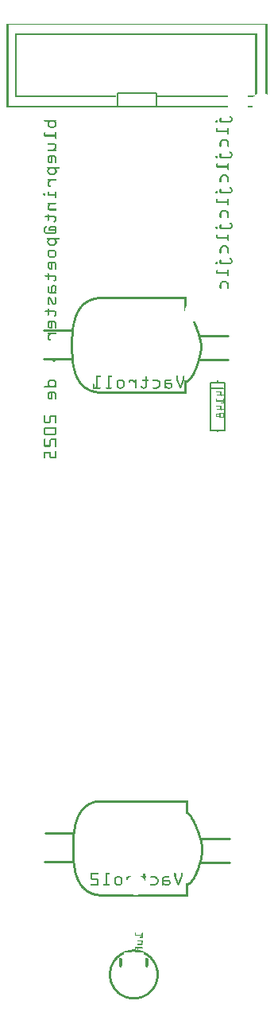
<source format=gbo>
G04 MADE WITH FRITZING*
G04 WWW.FRITZING.ORG*
G04 DOUBLE SIDED*
G04 HOLES PLATED*
G04 CONTOUR ON CENTER OF CONTOUR VECTOR*
%ASAXBY*%
%FSLAX23Y23*%
%MOIN*%
%OFA0B0*%
%SFA1.0B1.0*%
%ADD10R,0.173200X0.063000X0.157200X0.047000*%
%ADD11C,0.008000*%
%ADD12C,0.010000*%
%ADD13R,0.001000X0.001000*%
%LNSILK0*%
G90*
G70*
G54D11*
X513Y4040D02*
X678Y4040D01*
X678Y3985D01*
X513Y3985D01*
X513Y4040D01*
D02*
G54D12*
X984Y919D02*
X865Y919D01*
D02*
X326Y940D02*
X211Y940D01*
D02*
X327Y822D02*
X209Y822D01*
D02*
X984Y819D02*
X863Y819D01*
D02*
X979Y3026D02*
X860Y3026D01*
D02*
X321Y3048D02*
X206Y3048D01*
D02*
X322Y2929D02*
X204Y2929D01*
D02*
X979Y2926D02*
X858Y2926D01*
G54D11*
D02*
X963Y2628D02*
X963Y2828D01*
D02*
X963Y2828D02*
X933Y2828D01*
D02*
X933Y2828D02*
X903Y2828D01*
D02*
X903Y2828D02*
X903Y2628D01*
D02*
X903Y2628D02*
X933Y2628D01*
D02*
X933Y2628D02*
X963Y2628D01*
D02*
X958Y2803D02*
X908Y2803D01*
G54D13*
X49Y4330D02*
X1143Y4330D01*
X49Y4329D02*
X1143Y4329D01*
X49Y4328D02*
X1143Y4328D01*
X49Y4327D02*
X56Y4327D01*
X1136Y4327D02*
X1143Y4327D01*
X49Y4326D02*
X56Y4326D01*
X1136Y4326D02*
X1143Y4326D01*
X49Y4325D02*
X56Y4325D01*
X1136Y4325D02*
X1143Y4325D01*
X49Y4324D02*
X56Y4324D01*
X1136Y4324D02*
X1143Y4324D01*
X49Y4323D02*
X56Y4323D01*
X1136Y4323D02*
X1143Y4323D01*
X49Y4322D02*
X56Y4322D01*
X1136Y4322D02*
X1143Y4322D01*
X49Y4321D02*
X56Y4321D01*
X1136Y4321D02*
X1143Y4321D01*
X49Y4320D02*
X56Y4320D01*
X1136Y4320D02*
X1143Y4320D01*
X49Y4319D02*
X56Y4319D01*
X1136Y4319D02*
X1143Y4319D01*
X49Y4318D02*
X56Y4318D01*
X1136Y4318D02*
X1143Y4318D01*
X49Y4317D02*
X56Y4317D01*
X1136Y4317D02*
X1143Y4317D01*
X49Y4316D02*
X56Y4316D01*
X1136Y4316D02*
X1143Y4316D01*
X49Y4315D02*
X56Y4315D01*
X1136Y4315D02*
X1143Y4315D01*
X49Y4314D02*
X56Y4314D01*
X1136Y4314D02*
X1143Y4314D01*
X49Y4313D02*
X56Y4313D01*
X1136Y4313D02*
X1143Y4313D01*
X49Y4312D02*
X56Y4312D01*
X1136Y4312D02*
X1143Y4312D01*
X49Y4311D02*
X56Y4311D01*
X1136Y4311D02*
X1143Y4311D01*
X49Y4310D02*
X56Y4310D01*
X1136Y4310D02*
X1143Y4310D01*
X49Y4309D02*
X56Y4309D01*
X1136Y4309D02*
X1143Y4309D01*
X49Y4308D02*
X56Y4308D01*
X1136Y4308D02*
X1143Y4308D01*
X49Y4307D02*
X56Y4307D01*
X1136Y4307D02*
X1143Y4307D01*
X49Y4306D02*
X56Y4306D01*
X1136Y4306D02*
X1143Y4306D01*
X49Y4305D02*
X56Y4305D01*
X1136Y4305D02*
X1143Y4305D01*
X49Y4304D02*
X56Y4304D01*
X1136Y4304D02*
X1143Y4304D01*
X49Y4303D02*
X56Y4303D01*
X1136Y4303D02*
X1143Y4303D01*
X49Y4302D02*
X56Y4302D01*
X1136Y4302D02*
X1143Y4302D01*
X49Y4301D02*
X56Y4301D01*
X1136Y4301D02*
X1143Y4301D01*
X49Y4300D02*
X56Y4300D01*
X1136Y4300D02*
X1143Y4300D01*
X49Y4299D02*
X56Y4299D01*
X1136Y4299D02*
X1143Y4299D01*
X49Y4298D02*
X56Y4298D01*
X1136Y4298D02*
X1143Y4298D01*
X49Y4297D02*
X56Y4297D01*
X1136Y4297D02*
X1143Y4297D01*
X49Y4296D02*
X56Y4296D01*
X1136Y4296D02*
X1143Y4296D01*
X49Y4295D02*
X56Y4295D01*
X1136Y4295D02*
X1143Y4295D01*
X49Y4294D02*
X56Y4294D01*
X1136Y4294D02*
X1143Y4294D01*
X49Y4293D02*
X56Y4293D01*
X1136Y4293D02*
X1143Y4293D01*
X49Y4292D02*
X56Y4292D01*
X86Y4292D02*
X1099Y4292D01*
X1136Y4292D02*
X1143Y4292D01*
X49Y4291D02*
X56Y4291D01*
X85Y4291D02*
X1100Y4291D01*
X1136Y4291D02*
X1143Y4291D01*
X49Y4290D02*
X56Y4290D01*
X85Y4290D02*
X1100Y4290D01*
X1136Y4290D02*
X1143Y4290D01*
X49Y4289D02*
X56Y4289D01*
X85Y4289D02*
X1100Y4289D01*
X1136Y4289D02*
X1143Y4289D01*
X49Y4288D02*
X56Y4288D01*
X85Y4288D02*
X1100Y4288D01*
X1136Y4288D02*
X1143Y4288D01*
X49Y4287D02*
X56Y4287D01*
X85Y4287D02*
X1100Y4287D01*
X1136Y4287D02*
X1143Y4287D01*
X49Y4286D02*
X56Y4286D01*
X85Y4286D02*
X1100Y4286D01*
X1136Y4286D02*
X1143Y4286D01*
X49Y4285D02*
X56Y4285D01*
X85Y4285D02*
X1100Y4285D01*
X1136Y4285D02*
X1143Y4285D01*
X49Y4284D02*
X56Y4284D01*
X85Y4284D02*
X93Y4284D01*
X1092Y4284D02*
X1100Y4284D01*
X1136Y4284D02*
X1143Y4284D01*
X49Y4283D02*
X56Y4283D01*
X85Y4283D02*
X92Y4283D01*
X1093Y4283D02*
X1100Y4283D01*
X1136Y4283D02*
X1143Y4283D01*
X49Y4282D02*
X56Y4282D01*
X85Y4282D02*
X92Y4282D01*
X1093Y4282D02*
X1100Y4282D01*
X1136Y4282D02*
X1143Y4282D01*
X49Y4281D02*
X56Y4281D01*
X85Y4281D02*
X92Y4281D01*
X1093Y4281D02*
X1100Y4281D01*
X1136Y4281D02*
X1143Y4281D01*
X49Y4280D02*
X56Y4280D01*
X85Y4280D02*
X92Y4280D01*
X1093Y4280D02*
X1100Y4280D01*
X1136Y4280D02*
X1143Y4280D01*
X49Y4279D02*
X56Y4279D01*
X85Y4279D02*
X92Y4279D01*
X1093Y4279D02*
X1100Y4279D01*
X1136Y4279D02*
X1143Y4279D01*
X49Y4278D02*
X56Y4278D01*
X85Y4278D02*
X92Y4278D01*
X1093Y4278D02*
X1100Y4278D01*
X1136Y4278D02*
X1143Y4278D01*
X49Y4277D02*
X56Y4277D01*
X85Y4277D02*
X92Y4277D01*
X1093Y4277D02*
X1100Y4277D01*
X1136Y4277D02*
X1143Y4277D01*
X49Y4276D02*
X56Y4276D01*
X85Y4276D02*
X92Y4276D01*
X1093Y4276D02*
X1100Y4276D01*
X1136Y4276D02*
X1143Y4276D01*
X49Y4275D02*
X56Y4275D01*
X85Y4275D02*
X92Y4275D01*
X1093Y4275D02*
X1100Y4275D01*
X1136Y4275D02*
X1143Y4275D01*
X49Y4274D02*
X56Y4274D01*
X85Y4274D02*
X92Y4274D01*
X1093Y4274D02*
X1100Y4274D01*
X1136Y4274D02*
X1143Y4274D01*
X49Y4273D02*
X56Y4273D01*
X85Y4273D02*
X92Y4273D01*
X1093Y4273D02*
X1100Y4273D01*
X1136Y4273D02*
X1143Y4273D01*
X49Y4272D02*
X56Y4272D01*
X85Y4272D02*
X92Y4272D01*
X1093Y4272D02*
X1100Y4272D01*
X1136Y4272D02*
X1143Y4272D01*
X49Y4271D02*
X56Y4271D01*
X85Y4271D02*
X92Y4271D01*
X1093Y4271D02*
X1100Y4271D01*
X1136Y4271D02*
X1143Y4271D01*
X49Y4270D02*
X56Y4270D01*
X85Y4270D02*
X92Y4270D01*
X1093Y4270D02*
X1100Y4270D01*
X1136Y4270D02*
X1143Y4270D01*
X49Y4269D02*
X56Y4269D01*
X85Y4269D02*
X92Y4269D01*
X1093Y4269D02*
X1100Y4269D01*
X1136Y4269D02*
X1143Y4269D01*
X49Y4268D02*
X56Y4268D01*
X85Y4268D02*
X92Y4268D01*
X1093Y4268D02*
X1100Y4268D01*
X1136Y4268D02*
X1143Y4268D01*
X49Y4267D02*
X56Y4267D01*
X85Y4267D02*
X92Y4267D01*
X1093Y4267D02*
X1100Y4267D01*
X1136Y4267D02*
X1143Y4267D01*
X49Y4266D02*
X56Y4266D01*
X85Y4266D02*
X92Y4266D01*
X1093Y4266D02*
X1100Y4266D01*
X1136Y4266D02*
X1143Y4266D01*
X49Y4265D02*
X56Y4265D01*
X85Y4265D02*
X92Y4265D01*
X1093Y4265D02*
X1100Y4265D01*
X1136Y4265D02*
X1143Y4265D01*
X49Y4264D02*
X56Y4264D01*
X85Y4264D02*
X92Y4264D01*
X1093Y4264D02*
X1100Y4264D01*
X1136Y4264D02*
X1143Y4264D01*
X49Y4263D02*
X56Y4263D01*
X85Y4263D02*
X92Y4263D01*
X1093Y4263D02*
X1100Y4263D01*
X1136Y4263D02*
X1143Y4263D01*
X49Y4262D02*
X56Y4262D01*
X85Y4262D02*
X92Y4262D01*
X1093Y4262D02*
X1100Y4262D01*
X1136Y4262D02*
X1143Y4262D01*
X49Y4261D02*
X56Y4261D01*
X85Y4261D02*
X92Y4261D01*
X1093Y4261D02*
X1100Y4261D01*
X1136Y4261D02*
X1143Y4261D01*
X49Y4260D02*
X56Y4260D01*
X85Y4260D02*
X92Y4260D01*
X1093Y4260D02*
X1100Y4260D01*
X1136Y4260D02*
X1143Y4260D01*
X49Y4259D02*
X56Y4259D01*
X85Y4259D02*
X92Y4259D01*
X1093Y4259D02*
X1100Y4259D01*
X1136Y4259D02*
X1143Y4259D01*
X49Y4258D02*
X56Y4258D01*
X85Y4258D02*
X92Y4258D01*
X1093Y4258D02*
X1100Y4258D01*
X1136Y4258D02*
X1143Y4258D01*
X49Y4257D02*
X56Y4257D01*
X85Y4257D02*
X92Y4257D01*
X1093Y4257D02*
X1100Y4257D01*
X1136Y4257D02*
X1143Y4257D01*
X49Y4256D02*
X56Y4256D01*
X85Y4256D02*
X92Y4256D01*
X1093Y4256D02*
X1100Y4256D01*
X1136Y4256D02*
X1143Y4256D01*
X49Y4255D02*
X56Y4255D01*
X85Y4255D02*
X92Y4255D01*
X1093Y4255D02*
X1100Y4255D01*
X1136Y4255D02*
X1143Y4255D01*
X49Y4254D02*
X56Y4254D01*
X85Y4254D02*
X92Y4254D01*
X1093Y4254D02*
X1100Y4254D01*
X1136Y4254D02*
X1143Y4254D01*
X49Y4253D02*
X56Y4253D01*
X85Y4253D02*
X92Y4253D01*
X1093Y4253D02*
X1100Y4253D01*
X1136Y4253D02*
X1143Y4253D01*
X49Y4252D02*
X56Y4252D01*
X85Y4252D02*
X92Y4252D01*
X1093Y4252D02*
X1100Y4252D01*
X1136Y4252D02*
X1143Y4252D01*
X49Y4251D02*
X56Y4251D01*
X85Y4251D02*
X92Y4251D01*
X1093Y4251D02*
X1100Y4251D01*
X1136Y4251D02*
X1143Y4251D01*
X49Y4250D02*
X56Y4250D01*
X85Y4250D02*
X92Y4250D01*
X1093Y4250D02*
X1100Y4250D01*
X1136Y4250D02*
X1143Y4250D01*
X49Y4249D02*
X56Y4249D01*
X85Y4249D02*
X92Y4249D01*
X1093Y4249D02*
X1100Y4249D01*
X1136Y4249D02*
X1143Y4249D01*
X49Y4248D02*
X56Y4248D01*
X85Y4248D02*
X92Y4248D01*
X1093Y4248D02*
X1100Y4248D01*
X1136Y4248D02*
X1143Y4248D01*
X49Y4247D02*
X56Y4247D01*
X85Y4247D02*
X92Y4247D01*
X1093Y4247D02*
X1100Y4247D01*
X1136Y4247D02*
X1143Y4247D01*
X49Y4246D02*
X56Y4246D01*
X85Y4246D02*
X92Y4246D01*
X1093Y4246D02*
X1100Y4246D01*
X1136Y4246D02*
X1143Y4246D01*
X49Y4245D02*
X56Y4245D01*
X85Y4245D02*
X92Y4245D01*
X1093Y4245D02*
X1100Y4245D01*
X1136Y4245D02*
X1143Y4245D01*
X49Y4244D02*
X56Y4244D01*
X85Y4244D02*
X92Y4244D01*
X1093Y4244D02*
X1100Y4244D01*
X1136Y4244D02*
X1143Y4244D01*
X49Y4243D02*
X56Y4243D01*
X85Y4243D02*
X92Y4243D01*
X1093Y4243D02*
X1100Y4243D01*
X1136Y4243D02*
X1143Y4243D01*
X49Y4242D02*
X56Y4242D01*
X85Y4242D02*
X92Y4242D01*
X1093Y4242D02*
X1100Y4242D01*
X1136Y4242D02*
X1143Y4242D01*
X49Y4241D02*
X56Y4241D01*
X85Y4241D02*
X92Y4241D01*
X1093Y4241D02*
X1100Y4241D01*
X1136Y4241D02*
X1143Y4241D01*
X49Y4240D02*
X56Y4240D01*
X85Y4240D02*
X92Y4240D01*
X1093Y4240D02*
X1100Y4240D01*
X1136Y4240D02*
X1143Y4240D01*
X49Y4239D02*
X56Y4239D01*
X85Y4239D02*
X92Y4239D01*
X1093Y4239D02*
X1100Y4239D01*
X1136Y4239D02*
X1143Y4239D01*
X49Y4238D02*
X56Y4238D01*
X85Y4238D02*
X92Y4238D01*
X1093Y4238D02*
X1100Y4238D01*
X1136Y4238D02*
X1143Y4238D01*
X49Y4237D02*
X56Y4237D01*
X85Y4237D02*
X92Y4237D01*
X1093Y4237D02*
X1100Y4237D01*
X1136Y4237D02*
X1143Y4237D01*
X49Y4236D02*
X56Y4236D01*
X85Y4236D02*
X92Y4236D01*
X1093Y4236D02*
X1100Y4236D01*
X1136Y4236D02*
X1143Y4236D01*
X49Y4235D02*
X56Y4235D01*
X85Y4235D02*
X92Y4235D01*
X1093Y4235D02*
X1100Y4235D01*
X1136Y4235D02*
X1143Y4235D01*
X49Y4234D02*
X56Y4234D01*
X85Y4234D02*
X92Y4234D01*
X1093Y4234D02*
X1100Y4234D01*
X1136Y4234D02*
X1143Y4234D01*
X49Y4233D02*
X56Y4233D01*
X85Y4233D02*
X92Y4233D01*
X1093Y4233D02*
X1100Y4233D01*
X1136Y4233D02*
X1143Y4233D01*
X49Y4232D02*
X56Y4232D01*
X85Y4232D02*
X92Y4232D01*
X1093Y4232D02*
X1100Y4232D01*
X1136Y4232D02*
X1143Y4232D01*
X49Y4231D02*
X56Y4231D01*
X85Y4231D02*
X92Y4231D01*
X1093Y4231D02*
X1100Y4231D01*
X1136Y4231D02*
X1143Y4231D01*
X49Y4230D02*
X56Y4230D01*
X85Y4230D02*
X92Y4230D01*
X1093Y4230D02*
X1100Y4230D01*
X1136Y4230D02*
X1143Y4230D01*
X49Y4229D02*
X56Y4229D01*
X85Y4229D02*
X92Y4229D01*
X1093Y4229D02*
X1100Y4229D01*
X1136Y4229D02*
X1143Y4229D01*
X49Y4228D02*
X56Y4228D01*
X85Y4228D02*
X92Y4228D01*
X1093Y4228D02*
X1100Y4228D01*
X1136Y4228D02*
X1143Y4228D01*
X49Y4227D02*
X56Y4227D01*
X85Y4227D02*
X92Y4227D01*
X1093Y4227D02*
X1100Y4227D01*
X1136Y4227D02*
X1143Y4227D01*
X49Y4226D02*
X56Y4226D01*
X85Y4226D02*
X92Y4226D01*
X1093Y4226D02*
X1100Y4226D01*
X1136Y4226D02*
X1143Y4226D01*
X49Y4225D02*
X56Y4225D01*
X85Y4225D02*
X92Y4225D01*
X1093Y4225D02*
X1100Y4225D01*
X1136Y4225D02*
X1143Y4225D01*
X49Y4224D02*
X56Y4224D01*
X85Y4224D02*
X92Y4224D01*
X1093Y4224D02*
X1100Y4224D01*
X1136Y4224D02*
X1143Y4224D01*
X49Y4223D02*
X56Y4223D01*
X85Y4223D02*
X92Y4223D01*
X1093Y4223D02*
X1100Y4223D01*
X1136Y4223D02*
X1143Y4223D01*
X49Y4222D02*
X56Y4222D01*
X85Y4222D02*
X92Y4222D01*
X1093Y4222D02*
X1100Y4222D01*
X1136Y4222D02*
X1143Y4222D01*
X49Y4221D02*
X56Y4221D01*
X85Y4221D02*
X92Y4221D01*
X1093Y4221D02*
X1100Y4221D01*
X1136Y4221D02*
X1143Y4221D01*
X49Y4220D02*
X56Y4220D01*
X85Y4220D02*
X92Y4220D01*
X1093Y4220D02*
X1100Y4220D01*
X1136Y4220D02*
X1143Y4220D01*
X49Y4219D02*
X56Y4219D01*
X85Y4219D02*
X92Y4219D01*
X1093Y4219D02*
X1100Y4219D01*
X1136Y4219D02*
X1143Y4219D01*
X49Y4218D02*
X56Y4218D01*
X85Y4218D02*
X92Y4218D01*
X1093Y4218D02*
X1100Y4218D01*
X1136Y4218D02*
X1143Y4218D01*
X49Y4217D02*
X56Y4217D01*
X85Y4217D02*
X92Y4217D01*
X1093Y4217D02*
X1100Y4217D01*
X1136Y4217D02*
X1143Y4217D01*
X49Y4216D02*
X56Y4216D01*
X85Y4216D02*
X92Y4216D01*
X1093Y4216D02*
X1100Y4216D01*
X1136Y4216D02*
X1143Y4216D01*
X49Y4215D02*
X56Y4215D01*
X85Y4215D02*
X92Y4215D01*
X1093Y4215D02*
X1100Y4215D01*
X1136Y4215D02*
X1143Y4215D01*
X49Y4214D02*
X56Y4214D01*
X85Y4214D02*
X92Y4214D01*
X1093Y4214D02*
X1100Y4214D01*
X1136Y4214D02*
X1143Y4214D01*
X49Y4213D02*
X56Y4213D01*
X85Y4213D02*
X92Y4213D01*
X1093Y4213D02*
X1100Y4213D01*
X1136Y4213D02*
X1143Y4213D01*
X49Y4212D02*
X56Y4212D01*
X85Y4212D02*
X92Y4212D01*
X1093Y4212D02*
X1100Y4212D01*
X1136Y4212D02*
X1143Y4212D01*
X49Y4211D02*
X56Y4211D01*
X85Y4211D02*
X92Y4211D01*
X1093Y4211D02*
X1100Y4211D01*
X1136Y4211D02*
X1143Y4211D01*
X49Y4210D02*
X56Y4210D01*
X85Y4210D02*
X92Y4210D01*
X1093Y4210D02*
X1100Y4210D01*
X1136Y4210D02*
X1143Y4210D01*
X49Y4209D02*
X56Y4209D01*
X85Y4209D02*
X92Y4209D01*
X1093Y4209D02*
X1100Y4209D01*
X1136Y4209D02*
X1143Y4209D01*
X49Y4208D02*
X56Y4208D01*
X85Y4208D02*
X92Y4208D01*
X1093Y4208D02*
X1100Y4208D01*
X1136Y4208D02*
X1143Y4208D01*
X49Y4207D02*
X56Y4207D01*
X85Y4207D02*
X92Y4207D01*
X1093Y4207D02*
X1100Y4207D01*
X1136Y4207D02*
X1143Y4207D01*
X49Y4206D02*
X56Y4206D01*
X85Y4206D02*
X92Y4206D01*
X1093Y4206D02*
X1100Y4206D01*
X1136Y4206D02*
X1143Y4206D01*
X49Y4205D02*
X56Y4205D01*
X85Y4205D02*
X92Y4205D01*
X1093Y4205D02*
X1100Y4205D01*
X1136Y4205D02*
X1143Y4205D01*
X49Y4204D02*
X56Y4204D01*
X85Y4204D02*
X92Y4204D01*
X1093Y4204D02*
X1100Y4204D01*
X1136Y4204D02*
X1143Y4204D01*
X49Y4203D02*
X56Y4203D01*
X85Y4203D02*
X92Y4203D01*
X1093Y4203D02*
X1100Y4203D01*
X1136Y4203D02*
X1143Y4203D01*
X49Y4202D02*
X56Y4202D01*
X85Y4202D02*
X92Y4202D01*
X1093Y4202D02*
X1100Y4202D01*
X1136Y4202D02*
X1143Y4202D01*
X49Y4201D02*
X56Y4201D01*
X85Y4201D02*
X92Y4201D01*
X1093Y4201D02*
X1100Y4201D01*
X1136Y4201D02*
X1143Y4201D01*
X49Y4200D02*
X56Y4200D01*
X85Y4200D02*
X92Y4200D01*
X1093Y4200D02*
X1100Y4200D01*
X1136Y4200D02*
X1143Y4200D01*
X49Y4199D02*
X56Y4199D01*
X85Y4199D02*
X92Y4199D01*
X1093Y4199D02*
X1100Y4199D01*
X1136Y4199D02*
X1143Y4199D01*
X49Y4198D02*
X56Y4198D01*
X85Y4198D02*
X92Y4198D01*
X1093Y4198D02*
X1100Y4198D01*
X1136Y4198D02*
X1143Y4198D01*
X49Y4197D02*
X56Y4197D01*
X85Y4197D02*
X92Y4197D01*
X1093Y4197D02*
X1100Y4197D01*
X1136Y4197D02*
X1143Y4197D01*
X49Y4196D02*
X56Y4196D01*
X85Y4196D02*
X92Y4196D01*
X1093Y4196D02*
X1100Y4196D01*
X1136Y4196D02*
X1143Y4196D01*
X49Y4195D02*
X56Y4195D01*
X85Y4195D02*
X92Y4195D01*
X1093Y4195D02*
X1100Y4195D01*
X1136Y4195D02*
X1143Y4195D01*
X49Y4194D02*
X56Y4194D01*
X85Y4194D02*
X92Y4194D01*
X1093Y4194D02*
X1100Y4194D01*
X1136Y4194D02*
X1143Y4194D01*
X49Y4193D02*
X56Y4193D01*
X85Y4193D02*
X92Y4193D01*
X1093Y4193D02*
X1100Y4193D01*
X1136Y4193D02*
X1143Y4193D01*
X49Y4192D02*
X56Y4192D01*
X85Y4192D02*
X92Y4192D01*
X1093Y4192D02*
X1100Y4192D01*
X1136Y4192D02*
X1143Y4192D01*
X49Y4191D02*
X56Y4191D01*
X85Y4191D02*
X92Y4191D01*
X1093Y4191D02*
X1100Y4191D01*
X1136Y4191D02*
X1143Y4191D01*
X49Y4190D02*
X56Y4190D01*
X85Y4190D02*
X92Y4190D01*
X1093Y4190D02*
X1100Y4190D01*
X1136Y4190D02*
X1143Y4190D01*
X49Y4189D02*
X56Y4189D01*
X85Y4189D02*
X92Y4189D01*
X1093Y4189D02*
X1100Y4189D01*
X1136Y4189D02*
X1143Y4189D01*
X49Y4188D02*
X56Y4188D01*
X85Y4188D02*
X92Y4188D01*
X1093Y4188D02*
X1100Y4188D01*
X1136Y4188D02*
X1143Y4188D01*
X49Y4187D02*
X56Y4187D01*
X85Y4187D02*
X92Y4187D01*
X1093Y4187D02*
X1100Y4187D01*
X1136Y4187D02*
X1143Y4187D01*
X49Y4186D02*
X56Y4186D01*
X85Y4186D02*
X92Y4186D01*
X1093Y4186D02*
X1100Y4186D01*
X1136Y4186D02*
X1143Y4186D01*
X49Y4185D02*
X56Y4185D01*
X85Y4185D02*
X92Y4185D01*
X1093Y4185D02*
X1100Y4185D01*
X1136Y4185D02*
X1143Y4185D01*
X49Y4184D02*
X56Y4184D01*
X85Y4184D02*
X92Y4184D01*
X1093Y4184D02*
X1100Y4184D01*
X1136Y4184D02*
X1143Y4184D01*
X49Y4183D02*
X56Y4183D01*
X85Y4183D02*
X92Y4183D01*
X1093Y4183D02*
X1100Y4183D01*
X1136Y4183D02*
X1143Y4183D01*
X49Y4182D02*
X56Y4182D01*
X85Y4182D02*
X92Y4182D01*
X1093Y4182D02*
X1100Y4182D01*
X1136Y4182D02*
X1143Y4182D01*
X49Y4181D02*
X56Y4181D01*
X85Y4181D02*
X92Y4181D01*
X1093Y4181D02*
X1100Y4181D01*
X1136Y4181D02*
X1143Y4181D01*
X49Y4180D02*
X56Y4180D01*
X85Y4180D02*
X92Y4180D01*
X1093Y4180D02*
X1100Y4180D01*
X1136Y4180D02*
X1143Y4180D01*
X49Y4179D02*
X56Y4179D01*
X85Y4179D02*
X92Y4179D01*
X1093Y4179D02*
X1100Y4179D01*
X1136Y4179D02*
X1143Y4179D01*
X49Y4178D02*
X56Y4178D01*
X85Y4178D02*
X92Y4178D01*
X1093Y4178D02*
X1100Y4178D01*
X1136Y4178D02*
X1143Y4178D01*
X49Y4177D02*
X56Y4177D01*
X85Y4177D02*
X92Y4177D01*
X1093Y4177D02*
X1100Y4177D01*
X1136Y4177D02*
X1143Y4177D01*
X49Y4176D02*
X56Y4176D01*
X85Y4176D02*
X92Y4176D01*
X1093Y4176D02*
X1100Y4176D01*
X1136Y4176D02*
X1143Y4176D01*
X49Y4175D02*
X56Y4175D01*
X85Y4175D02*
X92Y4175D01*
X1093Y4175D02*
X1100Y4175D01*
X1136Y4175D02*
X1143Y4175D01*
X49Y4174D02*
X56Y4174D01*
X85Y4174D02*
X92Y4174D01*
X1093Y4174D02*
X1100Y4174D01*
X1136Y4174D02*
X1143Y4174D01*
X49Y4173D02*
X56Y4173D01*
X85Y4173D02*
X92Y4173D01*
X1093Y4173D02*
X1100Y4173D01*
X1136Y4173D02*
X1143Y4173D01*
X49Y4172D02*
X56Y4172D01*
X85Y4172D02*
X92Y4172D01*
X1093Y4172D02*
X1100Y4172D01*
X1136Y4172D02*
X1143Y4172D01*
X49Y4171D02*
X56Y4171D01*
X85Y4171D02*
X92Y4171D01*
X1093Y4171D02*
X1100Y4171D01*
X1136Y4171D02*
X1143Y4171D01*
X49Y4170D02*
X56Y4170D01*
X85Y4170D02*
X92Y4170D01*
X1093Y4170D02*
X1100Y4170D01*
X1136Y4170D02*
X1143Y4170D01*
X49Y4169D02*
X56Y4169D01*
X85Y4169D02*
X92Y4169D01*
X1093Y4169D02*
X1100Y4169D01*
X1136Y4169D02*
X1143Y4169D01*
X49Y4168D02*
X56Y4168D01*
X85Y4168D02*
X92Y4168D01*
X1093Y4168D02*
X1100Y4168D01*
X1136Y4168D02*
X1143Y4168D01*
X49Y4167D02*
X56Y4167D01*
X85Y4167D02*
X92Y4167D01*
X1093Y4167D02*
X1100Y4167D01*
X1136Y4167D02*
X1143Y4167D01*
X49Y4166D02*
X56Y4166D01*
X85Y4166D02*
X92Y4166D01*
X1093Y4166D02*
X1100Y4166D01*
X1136Y4166D02*
X1143Y4166D01*
X49Y4165D02*
X56Y4165D01*
X85Y4165D02*
X92Y4165D01*
X1093Y4165D02*
X1100Y4165D01*
X1136Y4165D02*
X1143Y4165D01*
X49Y4164D02*
X56Y4164D01*
X85Y4164D02*
X92Y4164D01*
X1093Y4164D02*
X1100Y4164D01*
X1136Y4164D02*
X1143Y4164D01*
X49Y4163D02*
X56Y4163D01*
X85Y4163D02*
X92Y4163D01*
X1093Y4163D02*
X1100Y4163D01*
X1136Y4163D02*
X1143Y4163D01*
X49Y4162D02*
X56Y4162D01*
X85Y4162D02*
X92Y4162D01*
X1093Y4162D02*
X1100Y4162D01*
X1136Y4162D02*
X1143Y4162D01*
X49Y4161D02*
X56Y4161D01*
X85Y4161D02*
X92Y4161D01*
X1093Y4161D02*
X1100Y4161D01*
X1136Y4161D02*
X1143Y4161D01*
X49Y4160D02*
X56Y4160D01*
X85Y4160D02*
X92Y4160D01*
X1093Y4160D02*
X1100Y4160D01*
X1136Y4160D02*
X1143Y4160D01*
X49Y4159D02*
X56Y4159D01*
X85Y4159D02*
X92Y4159D01*
X1093Y4159D02*
X1100Y4159D01*
X1136Y4159D02*
X1143Y4159D01*
X49Y4158D02*
X56Y4158D01*
X85Y4158D02*
X92Y4158D01*
X1093Y4158D02*
X1100Y4158D01*
X1136Y4158D02*
X1143Y4158D01*
X49Y4157D02*
X56Y4157D01*
X85Y4157D02*
X92Y4157D01*
X1093Y4157D02*
X1100Y4157D01*
X1136Y4157D02*
X1143Y4157D01*
X49Y4156D02*
X56Y4156D01*
X85Y4156D02*
X92Y4156D01*
X1093Y4156D02*
X1100Y4156D01*
X1136Y4156D02*
X1143Y4156D01*
X49Y4155D02*
X56Y4155D01*
X85Y4155D02*
X92Y4155D01*
X1093Y4155D02*
X1100Y4155D01*
X1136Y4155D02*
X1143Y4155D01*
X49Y4154D02*
X56Y4154D01*
X85Y4154D02*
X92Y4154D01*
X1093Y4154D02*
X1100Y4154D01*
X1136Y4154D02*
X1143Y4154D01*
X49Y4153D02*
X56Y4153D01*
X85Y4153D02*
X92Y4153D01*
X1093Y4153D02*
X1100Y4153D01*
X1136Y4153D02*
X1143Y4153D01*
X49Y4152D02*
X56Y4152D01*
X85Y4152D02*
X92Y4152D01*
X1093Y4152D02*
X1100Y4152D01*
X1136Y4152D02*
X1143Y4152D01*
X49Y4151D02*
X56Y4151D01*
X85Y4151D02*
X92Y4151D01*
X1093Y4151D02*
X1100Y4151D01*
X1136Y4151D02*
X1143Y4151D01*
X49Y4150D02*
X56Y4150D01*
X85Y4150D02*
X92Y4150D01*
X1093Y4150D02*
X1100Y4150D01*
X1136Y4150D02*
X1143Y4150D01*
X49Y4149D02*
X56Y4149D01*
X85Y4149D02*
X92Y4149D01*
X1093Y4149D02*
X1100Y4149D01*
X1136Y4149D02*
X1143Y4149D01*
X49Y4148D02*
X56Y4148D01*
X85Y4148D02*
X92Y4148D01*
X1093Y4148D02*
X1100Y4148D01*
X1136Y4148D02*
X1143Y4148D01*
X49Y4147D02*
X56Y4147D01*
X85Y4147D02*
X92Y4147D01*
X1093Y4147D02*
X1100Y4147D01*
X1136Y4147D02*
X1143Y4147D01*
X49Y4146D02*
X56Y4146D01*
X85Y4146D02*
X92Y4146D01*
X1093Y4146D02*
X1100Y4146D01*
X1136Y4146D02*
X1143Y4146D01*
X49Y4145D02*
X56Y4145D01*
X85Y4145D02*
X92Y4145D01*
X1093Y4145D02*
X1100Y4145D01*
X1136Y4145D02*
X1143Y4145D01*
X49Y4144D02*
X56Y4144D01*
X85Y4144D02*
X92Y4144D01*
X1093Y4144D02*
X1100Y4144D01*
X1136Y4144D02*
X1143Y4144D01*
X49Y4143D02*
X56Y4143D01*
X85Y4143D02*
X92Y4143D01*
X1093Y4143D02*
X1100Y4143D01*
X1136Y4143D02*
X1143Y4143D01*
X49Y4142D02*
X56Y4142D01*
X85Y4142D02*
X92Y4142D01*
X1093Y4142D02*
X1100Y4142D01*
X1136Y4142D02*
X1143Y4142D01*
X49Y4141D02*
X56Y4141D01*
X85Y4141D02*
X92Y4141D01*
X1093Y4141D02*
X1100Y4141D01*
X1136Y4141D02*
X1143Y4141D01*
X49Y4140D02*
X56Y4140D01*
X85Y4140D02*
X92Y4140D01*
X1093Y4140D02*
X1100Y4140D01*
X1136Y4140D02*
X1143Y4140D01*
X49Y4139D02*
X56Y4139D01*
X85Y4139D02*
X92Y4139D01*
X1093Y4139D02*
X1100Y4139D01*
X1136Y4139D02*
X1143Y4139D01*
X49Y4138D02*
X56Y4138D01*
X85Y4138D02*
X92Y4138D01*
X1093Y4138D02*
X1100Y4138D01*
X1136Y4138D02*
X1143Y4138D01*
X49Y4137D02*
X56Y4137D01*
X85Y4137D02*
X92Y4137D01*
X1093Y4137D02*
X1100Y4137D01*
X1136Y4137D02*
X1143Y4137D01*
X49Y4136D02*
X56Y4136D01*
X85Y4136D02*
X92Y4136D01*
X1093Y4136D02*
X1100Y4136D01*
X1136Y4136D02*
X1143Y4136D01*
X49Y4135D02*
X56Y4135D01*
X85Y4135D02*
X92Y4135D01*
X1093Y4135D02*
X1100Y4135D01*
X1136Y4135D02*
X1143Y4135D01*
X49Y4134D02*
X56Y4134D01*
X85Y4134D02*
X92Y4134D01*
X1093Y4134D02*
X1100Y4134D01*
X1136Y4134D02*
X1143Y4134D01*
X49Y4133D02*
X56Y4133D01*
X85Y4133D02*
X92Y4133D01*
X1093Y4133D02*
X1100Y4133D01*
X1136Y4133D02*
X1143Y4133D01*
X49Y4132D02*
X56Y4132D01*
X85Y4132D02*
X92Y4132D01*
X1093Y4132D02*
X1100Y4132D01*
X1136Y4132D02*
X1143Y4132D01*
X49Y4131D02*
X56Y4131D01*
X85Y4131D02*
X92Y4131D01*
X1093Y4131D02*
X1100Y4131D01*
X1136Y4131D02*
X1143Y4131D01*
X49Y4130D02*
X56Y4130D01*
X85Y4130D02*
X92Y4130D01*
X1093Y4130D02*
X1100Y4130D01*
X1136Y4130D02*
X1143Y4130D01*
X49Y4129D02*
X56Y4129D01*
X85Y4129D02*
X92Y4129D01*
X1093Y4129D02*
X1100Y4129D01*
X1136Y4129D02*
X1143Y4129D01*
X49Y4128D02*
X56Y4128D01*
X85Y4128D02*
X92Y4128D01*
X1093Y4128D02*
X1100Y4128D01*
X1136Y4128D02*
X1143Y4128D01*
X49Y4127D02*
X56Y4127D01*
X85Y4127D02*
X92Y4127D01*
X1093Y4127D02*
X1100Y4127D01*
X1136Y4127D02*
X1143Y4127D01*
X49Y4126D02*
X56Y4126D01*
X85Y4126D02*
X92Y4126D01*
X1093Y4126D02*
X1100Y4126D01*
X1136Y4126D02*
X1143Y4126D01*
X49Y4125D02*
X56Y4125D01*
X85Y4125D02*
X92Y4125D01*
X1093Y4125D02*
X1100Y4125D01*
X1136Y4125D02*
X1143Y4125D01*
X49Y4124D02*
X56Y4124D01*
X85Y4124D02*
X92Y4124D01*
X1093Y4124D02*
X1100Y4124D01*
X1136Y4124D02*
X1143Y4124D01*
X49Y4123D02*
X56Y4123D01*
X85Y4123D02*
X92Y4123D01*
X1093Y4123D02*
X1100Y4123D01*
X1136Y4123D02*
X1143Y4123D01*
X49Y4122D02*
X56Y4122D01*
X85Y4122D02*
X92Y4122D01*
X1093Y4122D02*
X1100Y4122D01*
X1136Y4122D02*
X1143Y4122D01*
X49Y4121D02*
X56Y4121D01*
X85Y4121D02*
X92Y4121D01*
X1093Y4121D02*
X1100Y4121D01*
X1136Y4121D02*
X1143Y4121D01*
X49Y4120D02*
X56Y4120D01*
X85Y4120D02*
X92Y4120D01*
X1093Y4120D02*
X1100Y4120D01*
X1136Y4120D02*
X1143Y4120D01*
X49Y4119D02*
X56Y4119D01*
X85Y4119D02*
X92Y4119D01*
X1093Y4119D02*
X1100Y4119D01*
X1136Y4119D02*
X1143Y4119D01*
X49Y4118D02*
X56Y4118D01*
X85Y4118D02*
X92Y4118D01*
X1093Y4118D02*
X1100Y4118D01*
X1136Y4118D02*
X1143Y4118D01*
X49Y4117D02*
X56Y4117D01*
X85Y4117D02*
X92Y4117D01*
X1093Y4117D02*
X1100Y4117D01*
X1136Y4117D02*
X1143Y4117D01*
X49Y4116D02*
X56Y4116D01*
X85Y4116D02*
X92Y4116D01*
X1093Y4116D02*
X1100Y4116D01*
X1136Y4116D02*
X1143Y4116D01*
X49Y4115D02*
X56Y4115D01*
X85Y4115D02*
X92Y4115D01*
X1093Y4115D02*
X1100Y4115D01*
X1136Y4115D02*
X1143Y4115D01*
X49Y4114D02*
X56Y4114D01*
X85Y4114D02*
X92Y4114D01*
X1093Y4114D02*
X1100Y4114D01*
X1136Y4114D02*
X1143Y4114D01*
X49Y4113D02*
X56Y4113D01*
X85Y4113D02*
X92Y4113D01*
X1093Y4113D02*
X1100Y4113D01*
X1136Y4113D02*
X1143Y4113D01*
X49Y4112D02*
X56Y4112D01*
X85Y4112D02*
X92Y4112D01*
X1093Y4112D02*
X1100Y4112D01*
X1136Y4112D02*
X1143Y4112D01*
X49Y4111D02*
X56Y4111D01*
X85Y4111D02*
X92Y4111D01*
X1093Y4111D02*
X1100Y4111D01*
X1136Y4111D02*
X1143Y4111D01*
X49Y4110D02*
X56Y4110D01*
X85Y4110D02*
X92Y4110D01*
X1093Y4110D02*
X1100Y4110D01*
X1136Y4110D02*
X1143Y4110D01*
X49Y4109D02*
X56Y4109D01*
X85Y4109D02*
X92Y4109D01*
X1093Y4109D02*
X1100Y4109D01*
X1136Y4109D02*
X1143Y4109D01*
X49Y4108D02*
X56Y4108D01*
X85Y4108D02*
X92Y4108D01*
X1093Y4108D02*
X1100Y4108D01*
X1136Y4108D02*
X1143Y4108D01*
X49Y4107D02*
X56Y4107D01*
X85Y4107D02*
X92Y4107D01*
X1093Y4107D02*
X1100Y4107D01*
X1136Y4107D02*
X1143Y4107D01*
X49Y4106D02*
X56Y4106D01*
X85Y4106D02*
X92Y4106D01*
X1093Y4106D02*
X1100Y4106D01*
X1136Y4106D02*
X1143Y4106D01*
X49Y4105D02*
X56Y4105D01*
X85Y4105D02*
X92Y4105D01*
X1093Y4105D02*
X1100Y4105D01*
X1136Y4105D02*
X1143Y4105D01*
X49Y4104D02*
X56Y4104D01*
X85Y4104D02*
X92Y4104D01*
X1093Y4104D02*
X1100Y4104D01*
X1136Y4104D02*
X1143Y4104D01*
X49Y4103D02*
X56Y4103D01*
X85Y4103D02*
X92Y4103D01*
X1093Y4103D02*
X1100Y4103D01*
X1136Y4103D02*
X1143Y4103D01*
X49Y4102D02*
X56Y4102D01*
X85Y4102D02*
X92Y4102D01*
X1093Y4102D02*
X1100Y4102D01*
X1136Y4102D02*
X1143Y4102D01*
X49Y4101D02*
X56Y4101D01*
X85Y4101D02*
X92Y4101D01*
X1093Y4101D02*
X1100Y4101D01*
X1136Y4101D02*
X1143Y4101D01*
X49Y4100D02*
X56Y4100D01*
X85Y4100D02*
X92Y4100D01*
X1093Y4100D02*
X1100Y4100D01*
X1136Y4100D02*
X1143Y4100D01*
X49Y4099D02*
X56Y4099D01*
X85Y4099D02*
X92Y4099D01*
X1093Y4099D02*
X1100Y4099D01*
X1136Y4099D02*
X1143Y4099D01*
X49Y4098D02*
X56Y4098D01*
X85Y4098D02*
X92Y4098D01*
X1093Y4098D02*
X1100Y4098D01*
X1136Y4098D02*
X1143Y4098D01*
X49Y4097D02*
X56Y4097D01*
X85Y4097D02*
X92Y4097D01*
X1093Y4097D02*
X1100Y4097D01*
X1136Y4097D02*
X1143Y4097D01*
X49Y4096D02*
X56Y4096D01*
X85Y4096D02*
X92Y4096D01*
X1093Y4096D02*
X1100Y4096D01*
X1136Y4096D02*
X1143Y4096D01*
X49Y4095D02*
X56Y4095D01*
X85Y4095D02*
X92Y4095D01*
X1093Y4095D02*
X1100Y4095D01*
X1136Y4095D02*
X1143Y4095D01*
X49Y4094D02*
X56Y4094D01*
X85Y4094D02*
X92Y4094D01*
X1093Y4094D02*
X1100Y4094D01*
X1136Y4094D02*
X1143Y4094D01*
X49Y4093D02*
X56Y4093D01*
X85Y4093D02*
X92Y4093D01*
X1093Y4093D02*
X1100Y4093D01*
X1136Y4093D02*
X1143Y4093D01*
X49Y4092D02*
X56Y4092D01*
X85Y4092D02*
X92Y4092D01*
X1093Y4092D02*
X1100Y4092D01*
X1136Y4092D02*
X1143Y4092D01*
X49Y4091D02*
X56Y4091D01*
X85Y4091D02*
X92Y4091D01*
X1093Y4091D02*
X1100Y4091D01*
X1136Y4091D02*
X1143Y4091D01*
X49Y4090D02*
X56Y4090D01*
X85Y4090D02*
X92Y4090D01*
X1093Y4090D02*
X1100Y4090D01*
X1136Y4090D02*
X1143Y4090D01*
X49Y4089D02*
X56Y4089D01*
X85Y4089D02*
X92Y4089D01*
X1093Y4089D02*
X1100Y4089D01*
X1136Y4089D02*
X1143Y4089D01*
X49Y4088D02*
X56Y4088D01*
X85Y4088D02*
X92Y4088D01*
X1093Y4088D02*
X1100Y4088D01*
X1136Y4088D02*
X1143Y4088D01*
X49Y4087D02*
X56Y4087D01*
X85Y4087D02*
X92Y4087D01*
X1093Y4087D02*
X1100Y4087D01*
X1136Y4087D02*
X1143Y4087D01*
X49Y4086D02*
X56Y4086D01*
X85Y4086D02*
X92Y4086D01*
X1093Y4086D02*
X1100Y4086D01*
X1136Y4086D02*
X1143Y4086D01*
X49Y4085D02*
X56Y4085D01*
X85Y4085D02*
X92Y4085D01*
X1093Y4085D02*
X1100Y4085D01*
X1136Y4085D02*
X1143Y4085D01*
X49Y4084D02*
X56Y4084D01*
X85Y4084D02*
X92Y4084D01*
X1093Y4084D02*
X1100Y4084D01*
X1136Y4084D02*
X1143Y4084D01*
X49Y4083D02*
X56Y4083D01*
X85Y4083D02*
X92Y4083D01*
X1093Y4083D02*
X1100Y4083D01*
X1136Y4083D02*
X1143Y4083D01*
X49Y4082D02*
X56Y4082D01*
X85Y4082D02*
X92Y4082D01*
X1093Y4082D02*
X1100Y4082D01*
X1136Y4082D02*
X1143Y4082D01*
X49Y4081D02*
X56Y4081D01*
X85Y4081D02*
X92Y4081D01*
X1093Y4081D02*
X1100Y4081D01*
X1136Y4081D02*
X1143Y4081D01*
X49Y4080D02*
X56Y4080D01*
X85Y4080D02*
X92Y4080D01*
X1093Y4080D02*
X1100Y4080D01*
X1136Y4080D02*
X1143Y4080D01*
X49Y4079D02*
X56Y4079D01*
X85Y4079D02*
X92Y4079D01*
X1093Y4079D02*
X1100Y4079D01*
X1136Y4079D02*
X1143Y4079D01*
X49Y4078D02*
X56Y4078D01*
X85Y4078D02*
X92Y4078D01*
X1093Y4078D02*
X1100Y4078D01*
X1136Y4078D02*
X1143Y4078D01*
X49Y4077D02*
X56Y4077D01*
X85Y4077D02*
X92Y4077D01*
X1093Y4077D02*
X1100Y4077D01*
X1136Y4077D02*
X1143Y4077D01*
X49Y4076D02*
X56Y4076D01*
X85Y4076D02*
X92Y4076D01*
X1093Y4076D02*
X1100Y4076D01*
X1136Y4076D02*
X1143Y4076D01*
X49Y4075D02*
X56Y4075D01*
X85Y4075D02*
X92Y4075D01*
X1093Y4075D02*
X1100Y4075D01*
X1136Y4075D02*
X1143Y4075D01*
X49Y4074D02*
X56Y4074D01*
X85Y4074D02*
X92Y4074D01*
X1093Y4074D02*
X1100Y4074D01*
X1136Y4074D02*
X1143Y4074D01*
X49Y4073D02*
X56Y4073D01*
X85Y4073D02*
X92Y4073D01*
X1093Y4073D02*
X1100Y4073D01*
X1136Y4073D02*
X1143Y4073D01*
X49Y4072D02*
X56Y4072D01*
X85Y4072D02*
X92Y4072D01*
X1093Y4072D02*
X1100Y4072D01*
X1136Y4072D02*
X1143Y4072D01*
X49Y4071D02*
X56Y4071D01*
X85Y4071D02*
X92Y4071D01*
X1093Y4071D02*
X1100Y4071D01*
X1136Y4071D02*
X1143Y4071D01*
X49Y4070D02*
X56Y4070D01*
X85Y4070D02*
X92Y4070D01*
X1093Y4070D02*
X1100Y4070D01*
X1136Y4070D02*
X1143Y4070D01*
X49Y4069D02*
X56Y4069D01*
X85Y4069D02*
X92Y4069D01*
X1093Y4069D02*
X1100Y4069D01*
X1136Y4069D02*
X1143Y4069D01*
X49Y4068D02*
X56Y4068D01*
X85Y4068D02*
X92Y4068D01*
X1093Y4068D02*
X1100Y4068D01*
X1136Y4068D02*
X1143Y4068D01*
X49Y4067D02*
X56Y4067D01*
X85Y4067D02*
X92Y4067D01*
X1093Y4067D02*
X1100Y4067D01*
X1136Y4067D02*
X1143Y4067D01*
X49Y4066D02*
X56Y4066D01*
X85Y4066D02*
X92Y4066D01*
X1093Y4066D02*
X1100Y4066D01*
X1136Y4066D02*
X1143Y4066D01*
X49Y4065D02*
X56Y4065D01*
X85Y4065D02*
X92Y4065D01*
X1093Y4065D02*
X1100Y4065D01*
X1136Y4065D02*
X1143Y4065D01*
X49Y4064D02*
X56Y4064D01*
X85Y4064D02*
X92Y4064D01*
X1093Y4064D02*
X1100Y4064D01*
X1136Y4064D02*
X1143Y4064D01*
X49Y4063D02*
X56Y4063D01*
X85Y4063D02*
X92Y4063D01*
X1093Y4063D02*
X1100Y4063D01*
X1136Y4063D02*
X1143Y4063D01*
X49Y4062D02*
X56Y4062D01*
X85Y4062D02*
X92Y4062D01*
X1093Y4062D02*
X1100Y4062D01*
X1136Y4062D02*
X1143Y4062D01*
X49Y4061D02*
X56Y4061D01*
X85Y4061D02*
X92Y4061D01*
X1093Y4061D02*
X1100Y4061D01*
X1136Y4061D02*
X1143Y4061D01*
X49Y4060D02*
X56Y4060D01*
X85Y4060D02*
X92Y4060D01*
X1093Y4060D02*
X1100Y4060D01*
X1136Y4060D02*
X1143Y4060D01*
X49Y4059D02*
X56Y4059D01*
X85Y4059D02*
X92Y4059D01*
X1093Y4059D02*
X1100Y4059D01*
X1136Y4059D02*
X1143Y4059D01*
X49Y4058D02*
X56Y4058D01*
X85Y4058D02*
X92Y4058D01*
X1093Y4058D02*
X1100Y4058D01*
X1136Y4058D02*
X1143Y4058D01*
X49Y4057D02*
X56Y4057D01*
X85Y4057D02*
X92Y4057D01*
X1093Y4057D02*
X1100Y4057D01*
X1136Y4057D02*
X1143Y4057D01*
X49Y4056D02*
X56Y4056D01*
X85Y4056D02*
X92Y4056D01*
X1093Y4056D02*
X1100Y4056D01*
X1136Y4056D02*
X1143Y4056D01*
X49Y4055D02*
X56Y4055D01*
X85Y4055D02*
X92Y4055D01*
X1093Y4055D02*
X1100Y4055D01*
X1136Y4055D02*
X1143Y4055D01*
X49Y4054D02*
X56Y4054D01*
X85Y4054D02*
X92Y4054D01*
X1093Y4054D02*
X1100Y4054D01*
X1136Y4054D02*
X1143Y4054D01*
X49Y4053D02*
X56Y4053D01*
X85Y4053D02*
X92Y4053D01*
X1093Y4053D02*
X1100Y4053D01*
X1136Y4053D02*
X1143Y4053D01*
X49Y4052D02*
X56Y4052D01*
X85Y4052D02*
X92Y4052D01*
X1093Y4052D02*
X1100Y4052D01*
X1136Y4052D02*
X1143Y4052D01*
X49Y4051D02*
X56Y4051D01*
X85Y4051D02*
X92Y4051D01*
X1093Y4051D02*
X1100Y4051D01*
X1136Y4051D02*
X1143Y4051D01*
X49Y4050D02*
X56Y4050D01*
X85Y4050D02*
X92Y4050D01*
X1093Y4050D02*
X1100Y4050D01*
X1136Y4050D02*
X1143Y4050D01*
X49Y4049D02*
X56Y4049D01*
X85Y4049D02*
X92Y4049D01*
X1093Y4049D02*
X1100Y4049D01*
X1136Y4049D02*
X1143Y4049D01*
X49Y4048D02*
X56Y4048D01*
X85Y4048D02*
X92Y4048D01*
X1093Y4048D02*
X1100Y4048D01*
X1136Y4048D02*
X1143Y4048D01*
X49Y4047D02*
X56Y4047D01*
X85Y4047D02*
X92Y4047D01*
X1093Y4047D02*
X1100Y4047D01*
X1136Y4047D02*
X1143Y4047D01*
X49Y4046D02*
X56Y4046D01*
X85Y4046D02*
X92Y4046D01*
X1093Y4046D02*
X1100Y4046D01*
X1136Y4046D02*
X1143Y4046D01*
X49Y4045D02*
X56Y4045D01*
X85Y4045D02*
X92Y4045D01*
X1093Y4045D02*
X1100Y4045D01*
X1136Y4045D02*
X1143Y4045D01*
X49Y4044D02*
X56Y4044D01*
X85Y4044D02*
X92Y4044D01*
X1093Y4044D02*
X1100Y4044D01*
X1136Y4044D02*
X1143Y4044D01*
X49Y4043D02*
X56Y4043D01*
X85Y4043D02*
X92Y4043D01*
X1093Y4043D02*
X1100Y4043D01*
X1136Y4043D02*
X1143Y4043D01*
X49Y4042D02*
X56Y4042D01*
X85Y4042D02*
X92Y4042D01*
X1093Y4042D02*
X1100Y4042D01*
X1136Y4042D02*
X1143Y4042D01*
X49Y4041D02*
X56Y4041D01*
X85Y4041D02*
X92Y4041D01*
X1093Y4041D02*
X1100Y4041D01*
X1136Y4041D02*
X1143Y4041D01*
X49Y4040D02*
X56Y4040D01*
X85Y4040D02*
X92Y4040D01*
X1093Y4040D02*
X1100Y4040D01*
X1136Y4040D02*
X1143Y4040D01*
X49Y4039D02*
X56Y4039D01*
X85Y4039D02*
X92Y4039D01*
X1093Y4039D02*
X1100Y4039D01*
X1137Y4039D02*
X1143Y4039D01*
X49Y4038D02*
X56Y4038D01*
X85Y4038D02*
X92Y4038D01*
X1093Y4038D02*
X1100Y4038D01*
X1139Y4038D02*
X1143Y4038D01*
X49Y4037D02*
X56Y4037D01*
X85Y4037D02*
X92Y4037D01*
X1093Y4037D02*
X1098Y4037D01*
X1141Y4037D02*
X1143Y4037D01*
X49Y4036D02*
X56Y4036D01*
X85Y4036D02*
X92Y4036D01*
X1093Y4036D02*
X1096Y4036D01*
X1143Y4036D02*
X1143Y4036D01*
X49Y4035D02*
X56Y4035D01*
X85Y4035D02*
X92Y4035D01*
X1093Y4035D02*
X1095Y4035D01*
X49Y4034D02*
X56Y4034D01*
X85Y4034D02*
X92Y4034D01*
X1093Y4034D02*
X1093Y4034D01*
X49Y4033D02*
X56Y4033D01*
X85Y4033D02*
X92Y4033D01*
X49Y4032D02*
X56Y4032D01*
X85Y4032D02*
X506Y4032D01*
X679Y4032D02*
X976Y4032D01*
X1062Y4032D02*
X1091Y4032D01*
X49Y4031D02*
X56Y4031D01*
X85Y4031D02*
X506Y4031D01*
X679Y4031D02*
X976Y4031D01*
X1062Y4031D02*
X1090Y4031D01*
X49Y4030D02*
X56Y4030D01*
X85Y4030D02*
X506Y4030D01*
X679Y4030D02*
X976Y4030D01*
X1062Y4030D02*
X1089Y4030D01*
X49Y4029D02*
X56Y4029D01*
X85Y4029D02*
X506Y4029D01*
X679Y4029D02*
X976Y4029D01*
X1062Y4029D02*
X1088Y4029D01*
X49Y4028D02*
X56Y4028D01*
X85Y4028D02*
X506Y4028D01*
X679Y4028D02*
X976Y4028D01*
X1062Y4028D02*
X1087Y4028D01*
X49Y4027D02*
X56Y4027D01*
X85Y4027D02*
X506Y4027D01*
X679Y4027D02*
X976Y4027D01*
X1062Y4027D02*
X1086Y4027D01*
X49Y4026D02*
X56Y4026D01*
X85Y4026D02*
X506Y4026D01*
X679Y4026D02*
X976Y4026D01*
X1062Y4026D02*
X1085Y4026D01*
X49Y4025D02*
X56Y4025D01*
X85Y4025D02*
X506Y4025D01*
X679Y4025D02*
X976Y4025D01*
X1062Y4025D02*
X1085Y4025D01*
X49Y4024D02*
X56Y4024D01*
X49Y4023D02*
X56Y4023D01*
X49Y4022D02*
X56Y4022D01*
X49Y4021D02*
X56Y4021D01*
X49Y4020D02*
X56Y4020D01*
X49Y4019D02*
X56Y4019D01*
X49Y4018D02*
X56Y4018D01*
X49Y4017D02*
X56Y4017D01*
X49Y4016D02*
X56Y4016D01*
X49Y4015D02*
X56Y4015D01*
X49Y4014D02*
X56Y4014D01*
X49Y4013D02*
X56Y4013D01*
X49Y4012D02*
X56Y4012D01*
X49Y4011D02*
X56Y4011D01*
X49Y4010D02*
X56Y4010D01*
X49Y4009D02*
X56Y4009D01*
X49Y4008D02*
X56Y4008D01*
X49Y4007D02*
X56Y4007D01*
X49Y4006D02*
X56Y4006D01*
X49Y4005D02*
X56Y4005D01*
X49Y4004D02*
X56Y4004D01*
X49Y4003D02*
X56Y4003D01*
X49Y4002D02*
X56Y4002D01*
X49Y4001D02*
X56Y4001D01*
X49Y4000D02*
X56Y4000D01*
X49Y3999D02*
X56Y3999D01*
X49Y3998D02*
X56Y3998D01*
X49Y3997D02*
X56Y3997D01*
X49Y3996D02*
X56Y3996D01*
X49Y3995D02*
X56Y3995D01*
X49Y3994D02*
X56Y3994D01*
X49Y3993D02*
X56Y3993D01*
X49Y3992D02*
X56Y3992D01*
X49Y3991D02*
X56Y3991D01*
X49Y3990D02*
X56Y3990D01*
X49Y3989D02*
X976Y3989D01*
X1062Y3989D02*
X1078Y3989D01*
X49Y3988D02*
X976Y3988D01*
X1062Y3988D02*
X1078Y3988D01*
X49Y3987D02*
X976Y3987D01*
X1062Y3987D02*
X1079Y3987D01*
X49Y3986D02*
X976Y3986D01*
X1062Y3986D02*
X1079Y3986D01*
X49Y3985D02*
X976Y3985D01*
X1062Y3985D02*
X1079Y3985D01*
X49Y3984D02*
X976Y3984D01*
X1062Y3984D02*
X1080Y3984D01*
X49Y3983D02*
X976Y3983D01*
X1062Y3983D02*
X1080Y3983D01*
X49Y3982D02*
X976Y3982D01*
X1062Y3982D02*
X1081Y3982D01*
X986Y3944D02*
X990Y3944D01*
X985Y3943D02*
X992Y3943D01*
X984Y3942D02*
X993Y3942D01*
X984Y3941D02*
X994Y3941D01*
X984Y3940D02*
X994Y3940D01*
X985Y3939D02*
X995Y3939D01*
X987Y3938D02*
X995Y3938D01*
X945Y3937D02*
X948Y3937D01*
X989Y3937D02*
X995Y3937D01*
X944Y3936D02*
X949Y3936D01*
X990Y3936D02*
X996Y3936D01*
X944Y3935D02*
X949Y3935D01*
X990Y3935D02*
X996Y3935D01*
X943Y3934D02*
X949Y3934D01*
X990Y3934D02*
X996Y3934D01*
X943Y3933D02*
X949Y3933D01*
X990Y3933D02*
X996Y3933D01*
X943Y3932D02*
X949Y3932D01*
X990Y3932D02*
X996Y3932D01*
X943Y3931D02*
X949Y3931D01*
X990Y3931D02*
X996Y3931D01*
X943Y3930D02*
X949Y3930D01*
X990Y3930D02*
X996Y3930D01*
X207Y3929D02*
X257Y3929D01*
X943Y3929D02*
X949Y3929D01*
X990Y3929D02*
X996Y3929D01*
X206Y3928D02*
X258Y3928D01*
X943Y3928D02*
X949Y3928D01*
X990Y3928D02*
X996Y3928D01*
X206Y3927D02*
X258Y3927D01*
X927Y3927D02*
X933Y3927D01*
X943Y3927D02*
X949Y3927D01*
X990Y3927D02*
X996Y3927D01*
X206Y3926D02*
X258Y3926D01*
X927Y3926D02*
X934Y3926D01*
X943Y3926D02*
X949Y3926D01*
X989Y3926D02*
X996Y3926D01*
X206Y3925D02*
X258Y3925D01*
X926Y3925D02*
X935Y3925D01*
X943Y3925D02*
X949Y3925D01*
X988Y3925D02*
X995Y3925D01*
X207Y3924D02*
X257Y3924D01*
X926Y3924D02*
X935Y3924D01*
X943Y3924D02*
X995Y3924D01*
X208Y3923D02*
X255Y3923D01*
X926Y3923D02*
X935Y3923D01*
X943Y3923D02*
X995Y3923D01*
X224Y3922D02*
X232Y3922D01*
X246Y3922D02*
X254Y3922D01*
X926Y3922D02*
X935Y3922D01*
X943Y3922D02*
X994Y3922D01*
X223Y3921D02*
X231Y3921D01*
X247Y3921D02*
X255Y3921D01*
X926Y3921D02*
X935Y3921D01*
X943Y3921D02*
X993Y3921D01*
X222Y3920D02*
X231Y3920D01*
X248Y3920D02*
X256Y3920D01*
X926Y3920D02*
X935Y3920D01*
X944Y3920D02*
X992Y3920D01*
X222Y3919D02*
X230Y3919D01*
X249Y3919D02*
X257Y3919D01*
X927Y3919D02*
X934Y3919D01*
X944Y3919D02*
X991Y3919D01*
X221Y3918D02*
X229Y3918D01*
X249Y3918D02*
X257Y3918D01*
X928Y3918D02*
X933Y3918D01*
X945Y3918D02*
X989Y3918D01*
X221Y3917D02*
X228Y3917D01*
X250Y3917D02*
X257Y3917D01*
X221Y3916D02*
X227Y3916D01*
X251Y3916D02*
X258Y3916D01*
X220Y3915D02*
X226Y3915D01*
X252Y3915D02*
X258Y3915D01*
X220Y3914D02*
X226Y3914D01*
X252Y3914D02*
X258Y3914D01*
X220Y3913D02*
X226Y3913D01*
X252Y3913D02*
X258Y3913D01*
X220Y3912D02*
X226Y3912D01*
X252Y3912D02*
X258Y3912D01*
X220Y3911D02*
X226Y3911D01*
X252Y3911D02*
X258Y3911D01*
X220Y3910D02*
X226Y3910D01*
X252Y3910D02*
X258Y3910D01*
X220Y3909D02*
X226Y3909D01*
X252Y3909D02*
X258Y3909D01*
X220Y3908D02*
X226Y3908D01*
X252Y3908D02*
X258Y3908D01*
X220Y3907D02*
X227Y3907D01*
X252Y3907D02*
X258Y3907D01*
X221Y3906D02*
X227Y3906D01*
X251Y3906D02*
X258Y3906D01*
X221Y3905D02*
X228Y3905D01*
X250Y3905D02*
X257Y3905D01*
X221Y3904D02*
X229Y3904D01*
X249Y3904D02*
X257Y3904D01*
X222Y3903D02*
X230Y3903D01*
X248Y3903D02*
X256Y3903D01*
X222Y3902D02*
X256Y3902D01*
X223Y3901D02*
X255Y3901D01*
X224Y3900D02*
X254Y3900D01*
X225Y3899D02*
X253Y3899D01*
X226Y3898D02*
X252Y3898D01*
X228Y3897D02*
X251Y3897D01*
X230Y3896D02*
X248Y3896D01*
X931Y3895D02*
X933Y3895D01*
X978Y3895D02*
X979Y3895D01*
X930Y3894D02*
X934Y3894D01*
X976Y3894D02*
X980Y3894D01*
X929Y3893D02*
X935Y3893D01*
X976Y3893D02*
X981Y3893D01*
X929Y3892D02*
X935Y3892D01*
X975Y3892D02*
X981Y3892D01*
X929Y3891D02*
X935Y3891D01*
X975Y3891D02*
X981Y3891D01*
X929Y3890D02*
X935Y3890D01*
X975Y3890D02*
X981Y3890D01*
X929Y3889D02*
X935Y3889D01*
X975Y3889D02*
X981Y3889D01*
X929Y3888D02*
X935Y3888D01*
X975Y3888D02*
X981Y3888D01*
X929Y3887D02*
X935Y3887D01*
X975Y3887D02*
X981Y3887D01*
X929Y3886D02*
X935Y3886D01*
X975Y3886D02*
X981Y3886D01*
X929Y3885D02*
X981Y3885D01*
X929Y3884D02*
X981Y3884D01*
X929Y3883D02*
X981Y3883D01*
X929Y3882D02*
X981Y3882D01*
X929Y3881D02*
X981Y3881D01*
X929Y3880D02*
X981Y3880D01*
X930Y3879D02*
X981Y3879D01*
X975Y3878D02*
X981Y3878D01*
X975Y3877D02*
X981Y3877D01*
X207Y3876D02*
X210Y3876D01*
X253Y3876D02*
X257Y3876D01*
X975Y3876D02*
X981Y3876D01*
X206Y3875D02*
X211Y3875D01*
X253Y3875D02*
X258Y3875D01*
X975Y3875D02*
X981Y3875D01*
X206Y3874D02*
X211Y3874D01*
X252Y3874D02*
X258Y3874D01*
X975Y3874D02*
X981Y3874D01*
X206Y3873D02*
X212Y3873D01*
X252Y3873D02*
X258Y3873D01*
X975Y3873D02*
X981Y3873D01*
X206Y3872D02*
X212Y3872D01*
X252Y3872D02*
X258Y3872D01*
X975Y3872D02*
X981Y3872D01*
X206Y3871D02*
X212Y3871D01*
X252Y3871D02*
X258Y3871D01*
X976Y3871D02*
X981Y3871D01*
X206Y3870D02*
X212Y3870D01*
X252Y3870D02*
X258Y3870D01*
X976Y3870D02*
X981Y3870D01*
X206Y3869D02*
X212Y3869D01*
X252Y3869D02*
X258Y3869D01*
X977Y3869D02*
X980Y3869D01*
X206Y3868D02*
X212Y3868D01*
X252Y3868D02*
X258Y3868D01*
X206Y3867D02*
X212Y3867D01*
X252Y3867D02*
X258Y3867D01*
X206Y3866D02*
X258Y3866D01*
X206Y3865D02*
X258Y3865D01*
X206Y3864D02*
X258Y3864D01*
X206Y3863D02*
X258Y3863D01*
X206Y3862D02*
X258Y3862D01*
X207Y3861D02*
X258Y3861D01*
X208Y3860D02*
X258Y3860D01*
X252Y3859D02*
X258Y3859D01*
X252Y3858D02*
X258Y3858D01*
X252Y3857D02*
X258Y3857D01*
X252Y3856D02*
X258Y3856D01*
X252Y3855D02*
X258Y3855D01*
X252Y3854D02*
X258Y3854D01*
X252Y3853D02*
X258Y3853D01*
X252Y3852D02*
X258Y3852D01*
X253Y3851D02*
X257Y3851D01*
X254Y3850D02*
X256Y3850D01*
X957Y3849D02*
X967Y3849D01*
X954Y3848D02*
X971Y3848D01*
X953Y3847D02*
X972Y3847D01*
X951Y3846D02*
X973Y3846D01*
X950Y3845D02*
X974Y3845D01*
X950Y3844D02*
X975Y3844D01*
X949Y3843D02*
X976Y3843D01*
X948Y3842D02*
X957Y3842D01*
X968Y3842D02*
X977Y3842D01*
X947Y3841D02*
X955Y3841D01*
X970Y3841D02*
X978Y3841D01*
X946Y3840D02*
X954Y3840D01*
X971Y3840D02*
X979Y3840D01*
X945Y3839D02*
X954Y3839D01*
X971Y3839D02*
X979Y3839D01*
X945Y3838D02*
X953Y3838D01*
X972Y3838D02*
X980Y3838D01*
X944Y3837D02*
X952Y3837D01*
X973Y3837D02*
X981Y3837D01*
X944Y3836D02*
X951Y3836D01*
X974Y3836D02*
X981Y3836D01*
X944Y3835D02*
X950Y3835D01*
X975Y3835D02*
X981Y3835D01*
X944Y3834D02*
X950Y3834D01*
X975Y3834D02*
X981Y3834D01*
X943Y3833D02*
X949Y3833D01*
X975Y3833D02*
X981Y3833D01*
X943Y3832D02*
X949Y3832D01*
X975Y3832D02*
X981Y3832D01*
X943Y3831D02*
X949Y3831D01*
X975Y3831D02*
X981Y3831D01*
X222Y3830D02*
X251Y3830D01*
X943Y3830D02*
X949Y3830D01*
X975Y3830D02*
X981Y3830D01*
X221Y3829D02*
X253Y3829D01*
X943Y3829D02*
X949Y3829D01*
X975Y3829D02*
X981Y3829D01*
X220Y3828D02*
X254Y3828D01*
X943Y3828D02*
X949Y3828D01*
X975Y3828D02*
X981Y3828D01*
X220Y3827D02*
X255Y3827D01*
X943Y3827D02*
X949Y3827D01*
X975Y3827D02*
X981Y3827D01*
X220Y3826D02*
X256Y3826D01*
X943Y3826D02*
X949Y3826D01*
X975Y3826D02*
X981Y3826D01*
X221Y3825D02*
X257Y3825D01*
X943Y3825D02*
X949Y3825D01*
X975Y3825D02*
X981Y3825D01*
X222Y3824D02*
X257Y3824D01*
X943Y3824D02*
X949Y3824D01*
X975Y3824D02*
X981Y3824D01*
X250Y3823D02*
X258Y3823D01*
X943Y3823D02*
X949Y3823D01*
X975Y3823D02*
X981Y3823D01*
X251Y3822D02*
X258Y3822D01*
X943Y3822D02*
X949Y3822D01*
X975Y3822D02*
X981Y3822D01*
X252Y3821D02*
X258Y3821D01*
X943Y3821D02*
X949Y3821D01*
X975Y3821D02*
X981Y3821D01*
X252Y3820D02*
X258Y3820D01*
X943Y3820D02*
X949Y3820D01*
X975Y3820D02*
X981Y3820D01*
X252Y3819D02*
X258Y3819D01*
X943Y3819D02*
X949Y3819D01*
X975Y3819D02*
X981Y3819D01*
X252Y3818D02*
X258Y3818D01*
X944Y3818D02*
X949Y3818D01*
X976Y3818D02*
X981Y3818D01*
X252Y3817D02*
X258Y3817D01*
X944Y3817D02*
X949Y3817D01*
X976Y3817D02*
X981Y3817D01*
X252Y3816D02*
X258Y3816D01*
X945Y3816D02*
X948Y3816D01*
X977Y3816D02*
X980Y3816D01*
X252Y3815D02*
X258Y3815D01*
X251Y3814D02*
X258Y3814D01*
X251Y3813D02*
X258Y3813D01*
X250Y3812D02*
X257Y3812D01*
X249Y3811D02*
X257Y3811D01*
X249Y3810D02*
X256Y3810D01*
X248Y3809D02*
X255Y3809D01*
X248Y3808D02*
X255Y3808D01*
X247Y3807D02*
X254Y3807D01*
X246Y3806D02*
X253Y3806D01*
X246Y3805D02*
X253Y3805D01*
X223Y3804D02*
X255Y3804D01*
X221Y3803D02*
X257Y3803D01*
X221Y3802D02*
X258Y3802D01*
X220Y3801D02*
X258Y3801D01*
X220Y3800D02*
X258Y3800D01*
X221Y3799D02*
X258Y3799D01*
X221Y3798D02*
X257Y3798D01*
X986Y3796D02*
X988Y3796D01*
X985Y3795D02*
X991Y3795D01*
X984Y3794D02*
X992Y3794D01*
X984Y3793D02*
X993Y3793D01*
X984Y3792D02*
X994Y3792D01*
X985Y3791D02*
X994Y3791D01*
X986Y3790D02*
X995Y3790D01*
X945Y3789D02*
X948Y3789D01*
X988Y3789D02*
X995Y3789D01*
X944Y3788D02*
X949Y3788D01*
X989Y3788D02*
X996Y3788D01*
X944Y3787D02*
X949Y3787D01*
X990Y3787D02*
X996Y3787D01*
X943Y3786D02*
X949Y3786D01*
X990Y3786D02*
X996Y3786D01*
X943Y3785D02*
X949Y3785D01*
X990Y3785D02*
X996Y3785D01*
X943Y3784D02*
X949Y3784D01*
X990Y3784D02*
X996Y3784D01*
X943Y3783D02*
X949Y3783D01*
X990Y3783D02*
X996Y3783D01*
X943Y3782D02*
X949Y3782D01*
X990Y3782D02*
X996Y3782D01*
X231Y3781D02*
X248Y3781D01*
X943Y3781D02*
X949Y3781D01*
X990Y3781D02*
X996Y3781D01*
X228Y3780D02*
X251Y3780D01*
X943Y3780D02*
X949Y3780D01*
X990Y3780D02*
X996Y3780D01*
X226Y3779D02*
X252Y3779D01*
X928Y3779D02*
X933Y3779D01*
X943Y3779D02*
X949Y3779D01*
X990Y3779D02*
X996Y3779D01*
X225Y3778D02*
X253Y3778D01*
X927Y3778D02*
X934Y3778D01*
X943Y3778D02*
X949Y3778D01*
X990Y3778D02*
X996Y3778D01*
X224Y3777D02*
X254Y3777D01*
X926Y3777D02*
X935Y3777D01*
X943Y3777D02*
X949Y3777D01*
X989Y3777D02*
X996Y3777D01*
X223Y3776D02*
X255Y3776D01*
X926Y3776D02*
X935Y3776D01*
X943Y3776D02*
X950Y3776D01*
X988Y3776D02*
X995Y3776D01*
X222Y3775D02*
X256Y3775D01*
X926Y3775D02*
X935Y3775D01*
X943Y3775D02*
X995Y3775D01*
X222Y3774D02*
X230Y3774D01*
X236Y3774D02*
X242Y3774D01*
X248Y3774D02*
X256Y3774D01*
X926Y3774D02*
X935Y3774D01*
X943Y3774D02*
X994Y3774D01*
X221Y3773D02*
X229Y3773D01*
X236Y3773D02*
X242Y3773D01*
X249Y3773D02*
X257Y3773D01*
X926Y3773D02*
X935Y3773D01*
X943Y3773D02*
X994Y3773D01*
X221Y3772D02*
X228Y3772D01*
X236Y3772D02*
X242Y3772D01*
X250Y3772D02*
X257Y3772D01*
X926Y3772D02*
X935Y3772D01*
X944Y3772D02*
X993Y3772D01*
X221Y3771D02*
X227Y3771D01*
X236Y3771D02*
X242Y3771D01*
X251Y3771D02*
X258Y3771D01*
X926Y3771D02*
X934Y3771D01*
X944Y3771D02*
X992Y3771D01*
X220Y3770D02*
X227Y3770D01*
X236Y3770D02*
X242Y3770D01*
X252Y3770D02*
X258Y3770D01*
X927Y3770D02*
X934Y3770D01*
X945Y3770D02*
X990Y3770D01*
X220Y3769D02*
X226Y3769D01*
X236Y3769D02*
X242Y3769D01*
X252Y3769D02*
X258Y3769D01*
X929Y3769D02*
X932Y3769D01*
X947Y3769D02*
X986Y3769D01*
X220Y3768D02*
X226Y3768D01*
X236Y3768D02*
X242Y3768D01*
X252Y3768D02*
X258Y3768D01*
X220Y3767D02*
X226Y3767D01*
X236Y3767D02*
X242Y3767D01*
X252Y3767D02*
X258Y3767D01*
X220Y3766D02*
X226Y3766D01*
X236Y3766D02*
X242Y3766D01*
X252Y3766D02*
X258Y3766D01*
X220Y3765D02*
X226Y3765D01*
X236Y3765D02*
X242Y3765D01*
X252Y3765D02*
X258Y3765D01*
X220Y3764D02*
X226Y3764D01*
X236Y3764D02*
X242Y3764D01*
X252Y3764D02*
X258Y3764D01*
X220Y3763D02*
X226Y3763D01*
X236Y3763D02*
X242Y3763D01*
X252Y3763D02*
X258Y3763D01*
X220Y3762D02*
X226Y3762D01*
X236Y3762D02*
X242Y3762D01*
X252Y3762D02*
X258Y3762D01*
X220Y3761D02*
X226Y3761D01*
X236Y3761D02*
X242Y3761D01*
X252Y3761D02*
X258Y3761D01*
X220Y3760D02*
X226Y3760D01*
X236Y3760D02*
X242Y3760D01*
X252Y3760D02*
X258Y3760D01*
X220Y3759D02*
X226Y3759D01*
X236Y3759D02*
X242Y3759D01*
X252Y3759D02*
X258Y3759D01*
X220Y3758D02*
X227Y3758D01*
X236Y3758D02*
X242Y3758D01*
X252Y3758D02*
X258Y3758D01*
X221Y3757D02*
X227Y3757D01*
X236Y3757D02*
X242Y3757D01*
X252Y3757D02*
X258Y3757D01*
X221Y3756D02*
X228Y3756D01*
X236Y3756D02*
X242Y3756D01*
X252Y3756D02*
X258Y3756D01*
X222Y3755D02*
X229Y3755D01*
X236Y3755D02*
X242Y3755D01*
X252Y3755D02*
X258Y3755D01*
X222Y3754D02*
X242Y3754D01*
X252Y3754D02*
X258Y3754D01*
X223Y3753D02*
X242Y3753D01*
X252Y3753D02*
X258Y3753D01*
X224Y3752D02*
X242Y3752D01*
X252Y3752D02*
X258Y3752D01*
X224Y3751D02*
X242Y3751D01*
X252Y3751D02*
X258Y3751D01*
X226Y3750D02*
X242Y3750D01*
X252Y3750D02*
X258Y3750D01*
X227Y3749D02*
X242Y3749D01*
X253Y3749D02*
X258Y3749D01*
X229Y3748D02*
X241Y3748D01*
X253Y3748D02*
X257Y3748D01*
X930Y3746D02*
X933Y3746D01*
X977Y3746D02*
X980Y3746D01*
X929Y3745D02*
X934Y3745D01*
X976Y3745D02*
X981Y3745D01*
X929Y3744D02*
X935Y3744D01*
X976Y3744D02*
X981Y3744D01*
X929Y3743D02*
X935Y3743D01*
X975Y3743D02*
X981Y3743D01*
X929Y3742D02*
X935Y3742D01*
X975Y3742D02*
X981Y3742D01*
X929Y3741D02*
X935Y3741D01*
X975Y3741D02*
X981Y3741D01*
X929Y3740D02*
X935Y3740D01*
X975Y3740D02*
X981Y3740D01*
X929Y3739D02*
X935Y3739D01*
X975Y3739D02*
X981Y3739D01*
X929Y3738D02*
X935Y3738D01*
X975Y3738D02*
X981Y3738D01*
X929Y3737D02*
X935Y3737D01*
X975Y3737D02*
X981Y3737D01*
X929Y3736D02*
X981Y3736D01*
X929Y3735D02*
X981Y3735D01*
X929Y3734D02*
X981Y3734D01*
X929Y3733D02*
X981Y3733D01*
X929Y3732D02*
X981Y3732D01*
X220Y3731D02*
X271Y3731D01*
X930Y3731D02*
X981Y3731D01*
X219Y3730D02*
X272Y3730D01*
X931Y3730D02*
X981Y3730D01*
X219Y3729D02*
X272Y3729D01*
X975Y3729D02*
X981Y3729D01*
X219Y3728D02*
X273Y3728D01*
X975Y3728D02*
X981Y3728D01*
X219Y3727D02*
X272Y3727D01*
X975Y3727D02*
X981Y3727D01*
X220Y3726D02*
X272Y3726D01*
X975Y3726D02*
X981Y3726D01*
X222Y3725D02*
X270Y3725D01*
X975Y3725D02*
X981Y3725D01*
X223Y3724D02*
X232Y3724D01*
X246Y3724D02*
X255Y3724D01*
X975Y3724D02*
X981Y3724D01*
X222Y3723D02*
X231Y3723D01*
X248Y3723D02*
X256Y3723D01*
X975Y3723D02*
X981Y3723D01*
X221Y3722D02*
X230Y3722D01*
X248Y3722D02*
X257Y3722D01*
X976Y3722D02*
X981Y3722D01*
X221Y3721D02*
X229Y3721D01*
X249Y3721D02*
X258Y3721D01*
X976Y3721D02*
X981Y3721D01*
X220Y3720D02*
X228Y3720D01*
X250Y3720D02*
X258Y3720D01*
X977Y3720D02*
X980Y3720D01*
X220Y3719D02*
X227Y3719D01*
X251Y3719D02*
X259Y3719D01*
X219Y3718D02*
X226Y3718D01*
X252Y3718D02*
X259Y3718D01*
X219Y3717D02*
X225Y3717D01*
X253Y3717D02*
X259Y3717D01*
X219Y3716D02*
X225Y3716D01*
X253Y3716D02*
X259Y3716D01*
X219Y3715D02*
X225Y3715D01*
X254Y3715D02*
X259Y3715D01*
X219Y3714D02*
X225Y3714D01*
X254Y3714D02*
X259Y3714D01*
X219Y3713D02*
X225Y3713D01*
X253Y3713D02*
X259Y3713D01*
X219Y3712D02*
X225Y3712D01*
X253Y3712D02*
X259Y3712D01*
X219Y3711D02*
X226Y3711D01*
X252Y3711D02*
X259Y3711D01*
X220Y3710D02*
X227Y3710D01*
X251Y3710D02*
X259Y3710D01*
X220Y3709D02*
X228Y3709D01*
X250Y3709D02*
X258Y3709D01*
X221Y3708D02*
X229Y3708D01*
X250Y3708D02*
X258Y3708D01*
X221Y3707D02*
X230Y3707D01*
X249Y3707D02*
X257Y3707D01*
X222Y3706D02*
X230Y3706D01*
X248Y3706D02*
X256Y3706D01*
X223Y3705D02*
X232Y3705D01*
X247Y3705D02*
X255Y3705D01*
X224Y3704D02*
X254Y3704D01*
X225Y3703D02*
X253Y3703D01*
X226Y3702D02*
X253Y3702D01*
X227Y3701D02*
X252Y3701D01*
X228Y3700D02*
X251Y3700D01*
X955Y3700D02*
X970Y3700D01*
X229Y3699D02*
X249Y3699D01*
X953Y3699D02*
X972Y3699D01*
X232Y3698D02*
X247Y3698D01*
X952Y3698D02*
X973Y3698D01*
X951Y3697D02*
X974Y3697D01*
X950Y3696D02*
X975Y3696D01*
X949Y3695D02*
X976Y3695D01*
X948Y3694D02*
X976Y3694D01*
X947Y3693D02*
X956Y3693D01*
X969Y3693D02*
X977Y3693D01*
X946Y3692D02*
X955Y3692D01*
X970Y3692D02*
X978Y3692D01*
X946Y3691D02*
X954Y3691D01*
X971Y3691D02*
X979Y3691D01*
X945Y3690D02*
X953Y3690D01*
X972Y3690D02*
X980Y3690D01*
X945Y3689D02*
X952Y3689D01*
X973Y3689D02*
X980Y3689D01*
X944Y3688D02*
X951Y3688D01*
X973Y3688D02*
X981Y3688D01*
X944Y3687D02*
X951Y3687D01*
X974Y3687D02*
X981Y3687D01*
X944Y3686D02*
X950Y3686D01*
X975Y3686D02*
X981Y3686D01*
X944Y3685D02*
X949Y3685D01*
X975Y3685D02*
X981Y3685D01*
X943Y3684D02*
X949Y3684D01*
X975Y3684D02*
X981Y3684D01*
X943Y3683D02*
X949Y3683D01*
X975Y3683D02*
X981Y3683D01*
X222Y3682D02*
X256Y3682D01*
X943Y3682D02*
X949Y3682D01*
X975Y3682D02*
X981Y3682D01*
X221Y3681D02*
X257Y3681D01*
X943Y3681D02*
X949Y3681D01*
X975Y3681D02*
X981Y3681D01*
X220Y3680D02*
X258Y3680D01*
X943Y3680D02*
X949Y3680D01*
X975Y3680D02*
X981Y3680D01*
X220Y3679D02*
X258Y3679D01*
X943Y3679D02*
X949Y3679D01*
X975Y3679D02*
X981Y3679D01*
X220Y3678D02*
X258Y3678D01*
X943Y3678D02*
X949Y3678D01*
X975Y3678D02*
X981Y3678D01*
X221Y3677D02*
X257Y3677D01*
X943Y3677D02*
X949Y3677D01*
X975Y3677D02*
X981Y3677D01*
X222Y3676D02*
X256Y3676D01*
X943Y3676D02*
X949Y3676D01*
X975Y3676D02*
X981Y3676D01*
X227Y3675D02*
X236Y3675D01*
X943Y3675D02*
X949Y3675D01*
X975Y3675D02*
X981Y3675D01*
X227Y3674D02*
X235Y3674D01*
X943Y3674D02*
X949Y3674D01*
X975Y3674D02*
X981Y3674D01*
X226Y3673D02*
X234Y3673D01*
X943Y3673D02*
X949Y3673D01*
X975Y3673D02*
X981Y3673D01*
X225Y3672D02*
X233Y3672D01*
X943Y3672D02*
X949Y3672D01*
X975Y3672D02*
X981Y3672D01*
X224Y3671D02*
X232Y3671D01*
X943Y3671D02*
X949Y3671D01*
X975Y3671D02*
X981Y3671D01*
X223Y3670D02*
X231Y3670D01*
X943Y3670D02*
X949Y3670D01*
X975Y3670D02*
X981Y3670D01*
X222Y3669D02*
X230Y3669D01*
X944Y3669D02*
X949Y3669D01*
X976Y3669D02*
X981Y3669D01*
X221Y3668D02*
X230Y3668D01*
X944Y3668D02*
X949Y3668D01*
X976Y3668D02*
X981Y3668D01*
X221Y3667D02*
X229Y3667D01*
X945Y3667D02*
X948Y3667D01*
X977Y3667D02*
X980Y3667D01*
X220Y3666D02*
X228Y3666D01*
X220Y3665D02*
X227Y3665D01*
X220Y3664D02*
X226Y3664D01*
X220Y3663D02*
X226Y3663D01*
X220Y3662D02*
X226Y3662D01*
X220Y3661D02*
X226Y3661D01*
X220Y3660D02*
X226Y3660D01*
X220Y3659D02*
X226Y3659D01*
X220Y3658D02*
X226Y3658D01*
X220Y3657D02*
X226Y3657D01*
X220Y3656D02*
X227Y3656D01*
X221Y3655D02*
X231Y3655D01*
X221Y3654D02*
X233Y3654D01*
X221Y3653D02*
X234Y3653D01*
X222Y3652D02*
X234Y3652D01*
X223Y3651D02*
X234Y3651D01*
X224Y3650D02*
X234Y3650D01*
X226Y3649D02*
X233Y3649D01*
X986Y3647D02*
X990Y3647D01*
X985Y3646D02*
X991Y3646D01*
X984Y3645D02*
X993Y3645D01*
X984Y3644D02*
X993Y3644D01*
X984Y3643D02*
X994Y3643D01*
X985Y3642D02*
X995Y3642D01*
X987Y3641D02*
X995Y3641D01*
X945Y3640D02*
X948Y3640D01*
X989Y3640D02*
X995Y3640D01*
X944Y3639D02*
X949Y3639D01*
X990Y3639D02*
X996Y3639D01*
X944Y3638D02*
X949Y3638D01*
X990Y3638D02*
X996Y3638D01*
X943Y3637D02*
X949Y3637D01*
X990Y3637D02*
X996Y3637D01*
X943Y3636D02*
X949Y3636D01*
X990Y3636D02*
X996Y3636D01*
X943Y3635D02*
X949Y3635D01*
X990Y3635D02*
X996Y3635D01*
X943Y3634D02*
X949Y3634D01*
X990Y3634D02*
X996Y3634D01*
X943Y3633D02*
X949Y3633D01*
X990Y3633D02*
X996Y3633D01*
X943Y3632D02*
X949Y3632D01*
X990Y3632D02*
X996Y3632D01*
X943Y3631D02*
X949Y3631D01*
X990Y3631D02*
X996Y3631D01*
X927Y3630D02*
X933Y3630D01*
X943Y3630D02*
X949Y3630D01*
X990Y3630D02*
X996Y3630D01*
X222Y3629D02*
X224Y3629D01*
X254Y3629D02*
X256Y3629D01*
X927Y3629D02*
X934Y3629D01*
X943Y3629D02*
X949Y3629D01*
X989Y3629D02*
X996Y3629D01*
X221Y3628D02*
X225Y3628D01*
X253Y3628D02*
X257Y3628D01*
X926Y3628D02*
X935Y3628D01*
X943Y3628D02*
X949Y3628D01*
X989Y3628D02*
X995Y3628D01*
X220Y3627D02*
X226Y3627D01*
X252Y3627D02*
X258Y3627D01*
X926Y3627D02*
X935Y3627D01*
X943Y3627D02*
X995Y3627D01*
X220Y3626D02*
X226Y3626D01*
X252Y3626D02*
X258Y3626D01*
X926Y3626D02*
X935Y3626D01*
X943Y3626D02*
X995Y3626D01*
X220Y3625D02*
X226Y3625D01*
X252Y3625D02*
X258Y3625D01*
X926Y3625D02*
X935Y3625D01*
X943Y3625D02*
X994Y3625D01*
X220Y3624D02*
X226Y3624D01*
X252Y3624D02*
X258Y3624D01*
X926Y3624D02*
X935Y3624D01*
X943Y3624D02*
X993Y3624D01*
X220Y3623D02*
X226Y3623D01*
X252Y3623D02*
X258Y3623D01*
X926Y3623D02*
X935Y3623D01*
X944Y3623D02*
X992Y3623D01*
X204Y3622D02*
X210Y3622D01*
X220Y3622D02*
X226Y3622D01*
X252Y3622D02*
X258Y3622D01*
X927Y3622D02*
X934Y3622D01*
X944Y3622D02*
X991Y3622D01*
X203Y3621D02*
X211Y3621D01*
X220Y3621D02*
X226Y3621D01*
X252Y3621D02*
X258Y3621D01*
X928Y3621D02*
X933Y3621D01*
X945Y3621D02*
X989Y3621D01*
X203Y3620D02*
X211Y3620D01*
X220Y3620D02*
X226Y3620D01*
X252Y3620D02*
X258Y3620D01*
X203Y3619D02*
X212Y3619D01*
X220Y3619D02*
X258Y3619D01*
X203Y3618D02*
X212Y3618D01*
X220Y3618D02*
X258Y3618D01*
X203Y3617D02*
X212Y3617D01*
X220Y3617D02*
X258Y3617D01*
X203Y3616D02*
X212Y3616D01*
X220Y3616D02*
X258Y3616D01*
X203Y3615D02*
X211Y3615D01*
X220Y3615D02*
X258Y3615D01*
X203Y3614D02*
X211Y3614D01*
X221Y3614D02*
X258Y3614D01*
X204Y3613D02*
X210Y3613D01*
X222Y3613D02*
X258Y3613D01*
X252Y3612D02*
X258Y3612D01*
X252Y3611D02*
X258Y3611D01*
X252Y3610D02*
X258Y3610D01*
X252Y3609D02*
X258Y3609D01*
X252Y3608D02*
X258Y3608D01*
X252Y3607D02*
X258Y3607D01*
X252Y3606D02*
X258Y3606D01*
X252Y3605D02*
X258Y3605D01*
X253Y3604D02*
X258Y3604D01*
X253Y3603D02*
X257Y3603D01*
X931Y3598D02*
X933Y3598D01*
X978Y3598D02*
X979Y3598D01*
X930Y3597D02*
X934Y3597D01*
X976Y3597D02*
X980Y3597D01*
X929Y3596D02*
X935Y3596D01*
X976Y3596D02*
X981Y3596D01*
X929Y3595D02*
X935Y3595D01*
X975Y3595D02*
X981Y3595D01*
X929Y3594D02*
X935Y3594D01*
X975Y3594D02*
X981Y3594D01*
X929Y3593D02*
X935Y3593D01*
X975Y3593D02*
X981Y3593D01*
X929Y3592D02*
X935Y3592D01*
X975Y3592D02*
X981Y3592D01*
X929Y3591D02*
X935Y3591D01*
X975Y3591D02*
X981Y3591D01*
X929Y3590D02*
X935Y3590D01*
X975Y3590D02*
X981Y3590D01*
X929Y3589D02*
X935Y3589D01*
X975Y3589D02*
X981Y3589D01*
X929Y3588D02*
X981Y3588D01*
X929Y3587D02*
X981Y3587D01*
X929Y3586D02*
X981Y3586D01*
X929Y3585D02*
X981Y3585D01*
X929Y3584D02*
X981Y3584D01*
X929Y3583D02*
X981Y3583D01*
X221Y3582D02*
X257Y3582D01*
X930Y3582D02*
X981Y3582D01*
X221Y3581D02*
X258Y3581D01*
X975Y3581D02*
X981Y3581D01*
X220Y3580D02*
X258Y3580D01*
X975Y3580D02*
X981Y3580D01*
X220Y3579D02*
X258Y3579D01*
X975Y3579D02*
X981Y3579D01*
X220Y3578D02*
X258Y3578D01*
X975Y3578D02*
X981Y3578D01*
X221Y3577D02*
X257Y3577D01*
X975Y3577D02*
X981Y3577D01*
X223Y3576D02*
X255Y3576D01*
X975Y3576D02*
X981Y3576D01*
X225Y3575D02*
X233Y3575D01*
X975Y3575D02*
X981Y3575D01*
X225Y3574D02*
X232Y3574D01*
X976Y3574D02*
X981Y3574D01*
X224Y3573D02*
X231Y3573D01*
X976Y3573D02*
X981Y3573D01*
X224Y3572D02*
X231Y3572D01*
X977Y3572D02*
X980Y3572D01*
X223Y3571D02*
X230Y3571D01*
X222Y3570D02*
X229Y3570D01*
X222Y3569D02*
X229Y3569D01*
X221Y3568D02*
X228Y3568D01*
X221Y3567D02*
X228Y3567D01*
X220Y3566D02*
X227Y3566D01*
X220Y3565D02*
X226Y3565D01*
X220Y3564D02*
X226Y3564D01*
X220Y3563D02*
X226Y3563D01*
X220Y3562D02*
X226Y3562D01*
X220Y3561D02*
X226Y3561D01*
X220Y3560D02*
X226Y3560D01*
X220Y3559D02*
X226Y3559D01*
X220Y3558D02*
X227Y3558D01*
X221Y3557D02*
X228Y3557D01*
X221Y3556D02*
X256Y3556D01*
X221Y3555D02*
X257Y3555D01*
X222Y3554D02*
X258Y3554D01*
X223Y3553D02*
X258Y3553D01*
X224Y3552D02*
X258Y3552D01*
X958Y3552D02*
X967Y3552D01*
X225Y3551D02*
X257Y3551D01*
X954Y3551D02*
X971Y3551D01*
X227Y3550D02*
X256Y3550D01*
X953Y3550D02*
X972Y3550D01*
X951Y3549D02*
X973Y3549D01*
X950Y3548D02*
X974Y3548D01*
X950Y3547D02*
X975Y3547D01*
X949Y3546D02*
X976Y3546D01*
X948Y3545D02*
X957Y3545D01*
X968Y3545D02*
X977Y3545D01*
X947Y3544D02*
X955Y3544D01*
X970Y3544D02*
X978Y3544D01*
X946Y3543D02*
X954Y3543D01*
X970Y3543D02*
X979Y3543D01*
X945Y3542D02*
X954Y3542D01*
X971Y3542D02*
X979Y3542D01*
X945Y3541D02*
X953Y3541D01*
X972Y3541D02*
X980Y3541D01*
X944Y3540D02*
X952Y3540D01*
X973Y3540D02*
X981Y3540D01*
X944Y3539D02*
X951Y3539D01*
X974Y3539D02*
X981Y3539D01*
X944Y3538D02*
X950Y3538D01*
X975Y3538D02*
X981Y3538D01*
X944Y3537D02*
X950Y3537D01*
X975Y3537D02*
X981Y3537D01*
X943Y3536D02*
X949Y3536D01*
X975Y3536D02*
X981Y3536D01*
X943Y3535D02*
X949Y3535D01*
X975Y3535D02*
X981Y3535D01*
X943Y3534D02*
X949Y3534D01*
X975Y3534D02*
X981Y3534D01*
X221Y3533D02*
X225Y3533D01*
X943Y3533D02*
X949Y3533D01*
X975Y3533D02*
X981Y3533D01*
X221Y3532D02*
X226Y3532D01*
X943Y3532D02*
X949Y3532D01*
X975Y3532D02*
X981Y3532D01*
X220Y3531D02*
X226Y3531D01*
X943Y3531D02*
X949Y3531D01*
X975Y3531D02*
X981Y3531D01*
X220Y3530D02*
X226Y3530D01*
X943Y3530D02*
X949Y3530D01*
X975Y3530D02*
X981Y3530D01*
X220Y3529D02*
X226Y3529D01*
X943Y3529D02*
X949Y3529D01*
X975Y3529D02*
X981Y3529D01*
X220Y3528D02*
X226Y3528D01*
X943Y3528D02*
X949Y3528D01*
X975Y3528D02*
X981Y3528D01*
X212Y3527D02*
X248Y3527D01*
X943Y3527D02*
X949Y3527D01*
X975Y3527D02*
X981Y3527D01*
X210Y3526D02*
X252Y3526D01*
X943Y3526D02*
X949Y3526D01*
X975Y3526D02*
X981Y3526D01*
X209Y3525D02*
X254Y3525D01*
X943Y3525D02*
X949Y3525D01*
X975Y3525D02*
X981Y3525D01*
X209Y3524D02*
X255Y3524D01*
X943Y3524D02*
X949Y3524D01*
X975Y3524D02*
X981Y3524D01*
X209Y3523D02*
X256Y3523D01*
X943Y3523D02*
X949Y3523D01*
X975Y3523D02*
X981Y3523D01*
X209Y3522D02*
X257Y3522D01*
X943Y3522D02*
X949Y3522D01*
X975Y3522D02*
X981Y3522D01*
X210Y3521D02*
X257Y3521D01*
X944Y3521D02*
X949Y3521D01*
X976Y3521D02*
X981Y3521D01*
X220Y3520D02*
X226Y3520D01*
X249Y3520D02*
X258Y3520D01*
X944Y3520D02*
X949Y3520D01*
X976Y3520D02*
X981Y3520D01*
X220Y3519D02*
X226Y3519D01*
X251Y3519D02*
X258Y3519D01*
X945Y3519D02*
X948Y3519D01*
X977Y3519D02*
X980Y3519D01*
X220Y3518D02*
X226Y3518D01*
X252Y3518D02*
X258Y3518D01*
X220Y3517D02*
X226Y3517D01*
X252Y3517D02*
X258Y3517D01*
X220Y3516D02*
X226Y3516D01*
X252Y3516D02*
X258Y3516D01*
X220Y3515D02*
X226Y3515D01*
X252Y3515D02*
X258Y3515D01*
X220Y3514D02*
X226Y3514D01*
X252Y3514D02*
X258Y3514D01*
X220Y3513D02*
X226Y3513D01*
X252Y3513D02*
X258Y3513D01*
X220Y3512D02*
X226Y3512D01*
X252Y3512D02*
X258Y3512D01*
X220Y3511D02*
X226Y3511D01*
X252Y3511D02*
X258Y3511D01*
X220Y3510D02*
X226Y3510D01*
X252Y3510D02*
X258Y3510D01*
X220Y3509D02*
X226Y3509D01*
X252Y3509D02*
X258Y3509D01*
X220Y3508D02*
X226Y3508D01*
X251Y3508D02*
X258Y3508D01*
X221Y3507D02*
X226Y3507D01*
X250Y3507D02*
X258Y3507D01*
X221Y3506D02*
X225Y3506D01*
X248Y3506D02*
X257Y3506D01*
X247Y3505D02*
X257Y3505D01*
X246Y3504D02*
X256Y3504D01*
X246Y3503D02*
X255Y3503D01*
X247Y3502D02*
X254Y3502D01*
X247Y3501D02*
X253Y3501D01*
X249Y3500D02*
X251Y3500D01*
X986Y3499D02*
X988Y3499D01*
X985Y3498D02*
X991Y3498D01*
X984Y3497D02*
X992Y3497D01*
X984Y3496D02*
X993Y3496D01*
X984Y3495D02*
X994Y3495D01*
X985Y3494D02*
X994Y3494D01*
X986Y3493D02*
X995Y3493D01*
X945Y3492D02*
X948Y3492D01*
X988Y3492D02*
X995Y3492D01*
X944Y3491D02*
X949Y3491D01*
X989Y3491D02*
X996Y3491D01*
X944Y3490D02*
X949Y3490D01*
X990Y3490D02*
X996Y3490D01*
X943Y3489D02*
X949Y3489D01*
X990Y3489D02*
X996Y3489D01*
X943Y3488D02*
X949Y3488D01*
X990Y3488D02*
X996Y3488D01*
X943Y3487D02*
X949Y3487D01*
X990Y3487D02*
X996Y3487D01*
X943Y3486D02*
X949Y3486D01*
X990Y3486D02*
X996Y3486D01*
X943Y3485D02*
X949Y3485D01*
X990Y3485D02*
X996Y3485D01*
X214Y3484D02*
X215Y3484D01*
X234Y3484D02*
X250Y3484D01*
X943Y3484D02*
X949Y3484D01*
X990Y3484D02*
X996Y3484D01*
X212Y3483D02*
X216Y3483D01*
X232Y3483D02*
X253Y3483D01*
X943Y3483D02*
X949Y3483D01*
X990Y3483D02*
X996Y3483D01*
X211Y3482D02*
X217Y3482D01*
X230Y3482D02*
X254Y3482D01*
X928Y3482D02*
X933Y3482D01*
X943Y3482D02*
X949Y3482D01*
X990Y3482D02*
X996Y3482D01*
X210Y3481D02*
X217Y3481D01*
X229Y3481D02*
X255Y3481D01*
X927Y3481D02*
X934Y3481D01*
X943Y3481D02*
X949Y3481D01*
X990Y3481D02*
X996Y3481D01*
X209Y3480D02*
X217Y3480D01*
X228Y3480D02*
X256Y3480D01*
X926Y3480D02*
X935Y3480D01*
X943Y3480D02*
X949Y3480D01*
X989Y3480D02*
X996Y3480D01*
X208Y3479D02*
X217Y3479D01*
X227Y3479D02*
X257Y3479D01*
X926Y3479D02*
X935Y3479D01*
X943Y3479D02*
X950Y3479D01*
X988Y3479D02*
X995Y3479D01*
X207Y3478D02*
X216Y3478D01*
X227Y3478D02*
X257Y3478D01*
X926Y3478D02*
X935Y3478D01*
X943Y3478D02*
X995Y3478D01*
X207Y3477D02*
X214Y3477D01*
X227Y3477D02*
X234Y3477D01*
X250Y3477D02*
X258Y3477D01*
X926Y3477D02*
X935Y3477D01*
X943Y3477D02*
X994Y3477D01*
X206Y3476D02*
X213Y3476D01*
X226Y3476D02*
X233Y3476D01*
X251Y3476D02*
X258Y3476D01*
X926Y3476D02*
X935Y3476D01*
X943Y3476D02*
X994Y3476D01*
X206Y3475D02*
X213Y3475D01*
X226Y3475D02*
X232Y3475D01*
X252Y3475D02*
X258Y3475D01*
X926Y3475D02*
X935Y3475D01*
X944Y3475D02*
X993Y3475D01*
X206Y3474D02*
X212Y3474D01*
X226Y3474D02*
X232Y3474D01*
X252Y3474D02*
X258Y3474D01*
X926Y3474D02*
X934Y3474D01*
X944Y3474D02*
X992Y3474D01*
X206Y3473D02*
X212Y3473D01*
X226Y3473D02*
X232Y3473D01*
X252Y3473D02*
X258Y3473D01*
X927Y3473D02*
X934Y3473D01*
X945Y3473D02*
X990Y3473D01*
X206Y3472D02*
X212Y3472D01*
X226Y3472D02*
X232Y3472D01*
X251Y3472D02*
X258Y3472D01*
X929Y3472D02*
X932Y3472D01*
X947Y3472D02*
X986Y3472D01*
X206Y3471D02*
X212Y3471D01*
X226Y3471D02*
X232Y3471D01*
X250Y3471D02*
X258Y3471D01*
X206Y3470D02*
X212Y3470D01*
X226Y3470D02*
X257Y3470D01*
X206Y3469D02*
X212Y3469D01*
X226Y3469D02*
X257Y3469D01*
X206Y3468D02*
X212Y3468D01*
X226Y3468D02*
X256Y3468D01*
X206Y3467D02*
X212Y3467D01*
X226Y3467D02*
X256Y3467D01*
X206Y3466D02*
X212Y3466D01*
X226Y3466D02*
X256Y3466D01*
X206Y3465D02*
X212Y3465D01*
X227Y3465D02*
X257Y3465D01*
X206Y3464D02*
X212Y3464D01*
X228Y3464D02*
X257Y3464D01*
X206Y3463D02*
X212Y3463D01*
X251Y3463D02*
X258Y3463D01*
X206Y3462D02*
X212Y3462D01*
X252Y3462D02*
X258Y3462D01*
X206Y3461D02*
X212Y3461D01*
X252Y3461D02*
X258Y3461D01*
X206Y3460D02*
X212Y3460D01*
X252Y3460D02*
X258Y3460D01*
X206Y3459D02*
X213Y3459D01*
X252Y3459D02*
X258Y3459D01*
X206Y3458D02*
X214Y3458D01*
X251Y3458D02*
X258Y3458D01*
X207Y3457D02*
X257Y3457D01*
X207Y3456D02*
X257Y3456D01*
X208Y3455D02*
X256Y3455D01*
X209Y3454D02*
X256Y3454D01*
X210Y3453D02*
X255Y3453D01*
X211Y3452D02*
X254Y3452D01*
X213Y3451D02*
X252Y3451D01*
X930Y3449D02*
X933Y3449D01*
X977Y3449D02*
X980Y3449D01*
X929Y3448D02*
X934Y3448D01*
X976Y3448D02*
X981Y3448D01*
X929Y3447D02*
X935Y3447D01*
X976Y3447D02*
X981Y3447D01*
X929Y3446D02*
X935Y3446D01*
X975Y3446D02*
X981Y3446D01*
X929Y3445D02*
X935Y3445D01*
X975Y3445D02*
X981Y3445D01*
X929Y3444D02*
X935Y3444D01*
X975Y3444D02*
X981Y3444D01*
X929Y3443D02*
X935Y3443D01*
X975Y3443D02*
X981Y3443D01*
X929Y3442D02*
X935Y3442D01*
X975Y3442D02*
X981Y3442D01*
X929Y3441D02*
X935Y3441D01*
X975Y3441D02*
X981Y3441D01*
X929Y3440D02*
X935Y3440D01*
X975Y3440D02*
X981Y3440D01*
X929Y3439D02*
X981Y3439D01*
X929Y3438D02*
X981Y3438D01*
X929Y3437D02*
X981Y3437D01*
X929Y3436D02*
X981Y3436D01*
X929Y3435D02*
X981Y3435D01*
X220Y3434D02*
X271Y3434D01*
X930Y3434D02*
X981Y3434D01*
X219Y3433D02*
X272Y3433D01*
X931Y3433D02*
X981Y3433D01*
X219Y3432D02*
X272Y3432D01*
X975Y3432D02*
X981Y3432D01*
X219Y3431D02*
X273Y3431D01*
X975Y3431D02*
X981Y3431D01*
X219Y3430D02*
X272Y3430D01*
X975Y3430D02*
X981Y3430D01*
X220Y3429D02*
X272Y3429D01*
X975Y3429D02*
X981Y3429D01*
X222Y3428D02*
X270Y3428D01*
X975Y3428D02*
X981Y3428D01*
X223Y3427D02*
X232Y3427D01*
X246Y3427D02*
X255Y3427D01*
X975Y3427D02*
X981Y3427D01*
X222Y3426D02*
X231Y3426D01*
X248Y3426D02*
X256Y3426D01*
X975Y3426D02*
X981Y3426D01*
X221Y3425D02*
X230Y3425D01*
X248Y3425D02*
X257Y3425D01*
X976Y3425D02*
X981Y3425D01*
X221Y3424D02*
X229Y3424D01*
X249Y3424D02*
X258Y3424D01*
X976Y3424D02*
X981Y3424D01*
X220Y3423D02*
X228Y3423D01*
X250Y3423D02*
X258Y3423D01*
X977Y3423D02*
X980Y3423D01*
X220Y3422D02*
X227Y3422D01*
X251Y3422D02*
X259Y3422D01*
X219Y3421D02*
X226Y3421D01*
X252Y3421D02*
X259Y3421D01*
X219Y3420D02*
X225Y3420D01*
X253Y3420D02*
X259Y3420D01*
X219Y3419D02*
X225Y3419D01*
X253Y3419D02*
X259Y3419D01*
X219Y3418D02*
X225Y3418D01*
X254Y3418D02*
X259Y3418D01*
X219Y3417D02*
X225Y3417D01*
X254Y3417D02*
X259Y3417D01*
X219Y3416D02*
X225Y3416D01*
X253Y3416D02*
X259Y3416D01*
X219Y3415D02*
X225Y3415D01*
X253Y3415D02*
X259Y3415D01*
X219Y3414D02*
X226Y3414D01*
X252Y3414D02*
X259Y3414D01*
X220Y3413D02*
X227Y3413D01*
X251Y3413D02*
X259Y3413D01*
X220Y3412D02*
X228Y3412D01*
X250Y3412D02*
X258Y3412D01*
X221Y3411D02*
X229Y3411D01*
X250Y3411D02*
X258Y3411D01*
X221Y3410D02*
X230Y3410D01*
X249Y3410D02*
X257Y3410D01*
X222Y3409D02*
X230Y3409D01*
X248Y3409D02*
X256Y3409D01*
X223Y3408D02*
X232Y3408D01*
X247Y3408D02*
X255Y3408D01*
X224Y3407D02*
X254Y3407D01*
X225Y3406D02*
X253Y3406D01*
X226Y3405D02*
X253Y3405D01*
X227Y3404D02*
X252Y3404D01*
X228Y3403D02*
X251Y3403D01*
X955Y3403D02*
X969Y3403D01*
X229Y3402D02*
X249Y3402D01*
X953Y3402D02*
X972Y3402D01*
X232Y3401D02*
X247Y3401D01*
X952Y3401D02*
X973Y3401D01*
X951Y3400D02*
X974Y3400D01*
X950Y3399D02*
X975Y3399D01*
X949Y3398D02*
X976Y3398D01*
X948Y3397D02*
X976Y3397D01*
X947Y3396D02*
X956Y3396D01*
X969Y3396D02*
X977Y3396D01*
X946Y3395D02*
X955Y3395D01*
X970Y3395D02*
X978Y3395D01*
X946Y3394D02*
X954Y3394D01*
X971Y3394D02*
X979Y3394D01*
X945Y3393D02*
X953Y3393D01*
X972Y3393D02*
X980Y3393D01*
X945Y3392D02*
X952Y3392D01*
X973Y3392D02*
X980Y3392D01*
X944Y3391D02*
X951Y3391D01*
X973Y3391D02*
X981Y3391D01*
X944Y3390D02*
X951Y3390D01*
X974Y3390D02*
X981Y3390D01*
X944Y3389D02*
X950Y3389D01*
X975Y3389D02*
X981Y3389D01*
X944Y3388D02*
X949Y3388D01*
X975Y3388D02*
X981Y3388D01*
X943Y3387D02*
X949Y3387D01*
X975Y3387D02*
X981Y3387D01*
X943Y3386D02*
X949Y3386D01*
X975Y3386D02*
X981Y3386D01*
X231Y3385D02*
X248Y3385D01*
X943Y3385D02*
X949Y3385D01*
X975Y3385D02*
X981Y3385D01*
X228Y3384D02*
X251Y3384D01*
X943Y3384D02*
X949Y3384D01*
X975Y3384D02*
X981Y3384D01*
X226Y3383D02*
X252Y3383D01*
X943Y3383D02*
X949Y3383D01*
X975Y3383D02*
X981Y3383D01*
X225Y3382D02*
X253Y3382D01*
X943Y3382D02*
X949Y3382D01*
X975Y3382D02*
X981Y3382D01*
X224Y3381D02*
X254Y3381D01*
X943Y3381D02*
X949Y3381D01*
X975Y3381D02*
X981Y3381D01*
X223Y3380D02*
X255Y3380D01*
X943Y3380D02*
X949Y3380D01*
X975Y3380D02*
X981Y3380D01*
X223Y3379D02*
X256Y3379D01*
X943Y3379D02*
X949Y3379D01*
X975Y3379D02*
X981Y3379D01*
X222Y3378D02*
X230Y3378D01*
X248Y3378D02*
X256Y3378D01*
X943Y3378D02*
X949Y3378D01*
X975Y3378D02*
X981Y3378D01*
X221Y3377D02*
X229Y3377D01*
X249Y3377D02*
X257Y3377D01*
X943Y3377D02*
X949Y3377D01*
X975Y3377D02*
X981Y3377D01*
X221Y3376D02*
X228Y3376D01*
X250Y3376D02*
X257Y3376D01*
X943Y3376D02*
X949Y3376D01*
X975Y3376D02*
X981Y3376D01*
X221Y3375D02*
X227Y3375D01*
X251Y3375D02*
X258Y3375D01*
X943Y3375D02*
X949Y3375D01*
X975Y3375D02*
X981Y3375D01*
X220Y3374D02*
X227Y3374D01*
X252Y3374D02*
X258Y3374D01*
X943Y3374D02*
X949Y3374D01*
X975Y3374D02*
X981Y3374D01*
X220Y3373D02*
X226Y3373D01*
X252Y3373D02*
X258Y3373D01*
X943Y3373D02*
X949Y3373D01*
X975Y3373D02*
X981Y3373D01*
X220Y3372D02*
X226Y3372D01*
X252Y3372D02*
X258Y3372D01*
X944Y3372D02*
X949Y3372D01*
X976Y3372D02*
X981Y3372D01*
X220Y3371D02*
X226Y3371D01*
X252Y3371D02*
X258Y3371D01*
X944Y3371D02*
X949Y3371D01*
X976Y3371D02*
X981Y3371D01*
X220Y3370D02*
X226Y3370D01*
X252Y3370D02*
X258Y3370D01*
X945Y3370D02*
X948Y3370D01*
X977Y3370D02*
X980Y3370D01*
X220Y3369D02*
X226Y3369D01*
X252Y3369D02*
X258Y3369D01*
X220Y3368D02*
X226Y3368D01*
X252Y3368D02*
X258Y3368D01*
X220Y3367D02*
X226Y3367D01*
X252Y3367D02*
X258Y3367D01*
X220Y3366D02*
X226Y3366D01*
X252Y3366D02*
X258Y3366D01*
X220Y3365D02*
X226Y3365D01*
X252Y3365D02*
X258Y3365D01*
X220Y3364D02*
X226Y3364D01*
X252Y3364D02*
X258Y3364D01*
X220Y3363D02*
X226Y3363D01*
X252Y3363D02*
X258Y3363D01*
X220Y3362D02*
X227Y3362D01*
X251Y3362D02*
X258Y3362D01*
X221Y3361D02*
X227Y3361D01*
X251Y3361D02*
X258Y3361D01*
X221Y3360D02*
X228Y3360D01*
X250Y3360D02*
X257Y3360D01*
X221Y3359D02*
X229Y3359D01*
X249Y3359D02*
X257Y3359D01*
X222Y3358D02*
X256Y3358D01*
X223Y3357D02*
X255Y3357D01*
X224Y3356D02*
X255Y3356D01*
X224Y3355D02*
X254Y3355D01*
X226Y3354D02*
X253Y3354D01*
X227Y3353D02*
X251Y3353D01*
X229Y3352D02*
X250Y3352D01*
X986Y3350D02*
X990Y3350D01*
X985Y3349D02*
X991Y3349D01*
X984Y3348D02*
X993Y3348D01*
X984Y3347D02*
X993Y3347D01*
X984Y3346D02*
X994Y3346D01*
X985Y3345D02*
X995Y3345D01*
X987Y3344D02*
X995Y3344D01*
X945Y3343D02*
X948Y3343D01*
X989Y3343D02*
X995Y3343D01*
X944Y3342D02*
X949Y3342D01*
X990Y3342D02*
X996Y3342D01*
X944Y3341D02*
X949Y3341D01*
X990Y3341D02*
X996Y3341D01*
X943Y3340D02*
X949Y3340D01*
X990Y3340D02*
X996Y3340D01*
X943Y3339D02*
X949Y3339D01*
X990Y3339D02*
X996Y3339D01*
X943Y3338D02*
X949Y3338D01*
X990Y3338D02*
X996Y3338D01*
X943Y3337D02*
X949Y3337D01*
X990Y3337D02*
X996Y3337D01*
X943Y3336D02*
X949Y3336D01*
X990Y3336D02*
X996Y3336D01*
X229Y3335D02*
X250Y3335D01*
X943Y3335D02*
X949Y3335D01*
X990Y3335D02*
X996Y3335D01*
X227Y3334D02*
X251Y3334D01*
X943Y3334D02*
X949Y3334D01*
X990Y3334D02*
X996Y3334D01*
X226Y3333D02*
X253Y3333D01*
X927Y3333D02*
X933Y3333D01*
X943Y3333D02*
X949Y3333D01*
X990Y3333D02*
X996Y3333D01*
X225Y3332D02*
X254Y3332D01*
X927Y3332D02*
X934Y3332D01*
X943Y3332D02*
X949Y3332D01*
X989Y3332D02*
X996Y3332D01*
X224Y3331D02*
X254Y3331D01*
X926Y3331D02*
X935Y3331D01*
X943Y3331D02*
X949Y3331D01*
X989Y3331D02*
X995Y3331D01*
X223Y3330D02*
X255Y3330D01*
X926Y3330D02*
X935Y3330D01*
X943Y3330D02*
X995Y3330D01*
X222Y3329D02*
X256Y3329D01*
X926Y3329D02*
X935Y3329D01*
X943Y3329D02*
X995Y3329D01*
X222Y3328D02*
X230Y3328D01*
X236Y3328D02*
X242Y3328D01*
X249Y3328D02*
X257Y3328D01*
X926Y3328D02*
X935Y3328D01*
X943Y3328D02*
X994Y3328D01*
X221Y3327D02*
X228Y3327D01*
X236Y3327D02*
X242Y3327D01*
X250Y3327D02*
X257Y3327D01*
X926Y3327D02*
X935Y3327D01*
X943Y3327D02*
X993Y3327D01*
X221Y3326D02*
X228Y3326D01*
X236Y3326D02*
X242Y3326D01*
X251Y3326D02*
X258Y3326D01*
X926Y3326D02*
X935Y3326D01*
X944Y3326D02*
X992Y3326D01*
X220Y3325D02*
X227Y3325D01*
X236Y3325D02*
X242Y3325D01*
X251Y3325D02*
X258Y3325D01*
X927Y3325D02*
X934Y3325D01*
X944Y3325D02*
X991Y3325D01*
X220Y3324D02*
X226Y3324D01*
X236Y3324D02*
X242Y3324D01*
X252Y3324D02*
X258Y3324D01*
X928Y3324D02*
X933Y3324D01*
X945Y3324D02*
X989Y3324D01*
X220Y3323D02*
X226Y3323D01*
X236Y3323D02*
X242Y3323D01*
X252Y3323D02*
X258Y3323D01*
X220Y3322D02*
X226Y3322D01*
X236Y3322D02*
X242Y3322D01*
X252Y3322D02*
X258Y3322D01*
X220Y3321D02*
X226Y3321D01*
X236Y3321D02*
X242Y3321D01*
X252Y3321D02*
X258Y3321D01*
X220Y3320D02*
X226Y3320D01*
X236Y3320D02*
X242Y3320D01*
X252Y3320D02*
X258Y3320D01*
X220Y3319D02*
X226Y3319D01*
X236Y3319D02*
X242Y3319D01*
X252Y3319D02*
X258Y3319D01*
X220Y3318D02*
X226Y3318D01*
X236Y3318D02*
X242Y3318D01*
X252Y3318D02*
X258Y3318D01*
X220Y3317D02*
X226Y3317D01*
X236Y3317D02*
X242Y3317D01*
X252Y3317D02*
X258Y3317D01*
X220Y3316D02*
X226Y3316D01*
X236Y3316D02*
X242Y3316D01*
X252Y3316D02*
X258Y3316D01*
X220Y3315D02*
X226Y3315D01*
X236Y3315D02*
X242Y3315D01*
X252Y3315D02*
X258Y3315D01*
X220Y3314D02*
X226Y3314D01*
X236Y3314D02*
X242Y3314D01*
X252Y3314D02*
X258Y3314D01*
X220Y3313D02*
X226Y3313D01*
X236Y3313D02*
X242Y3313D01*
X252Y3313D02*
X258Y3313D01*
X221Y3312D02*
X227Y3312D01*
X236Y3312D02*
X242Y3312D01*
X252Y3312D02*
X258Y3312D01*
X221Y3311D02*
X228Y3311D01*
X236Y3311D02*
X242Y3311D01*
X252Y3311D02*
X258Y3311D01*
X221Y3310D02*
X229Y3310D01*
X236Y3310D02*
X242Y3310D01*
X252Y3310D02*
X258Y3310D01*
X222Y3309D02*
X230Y3309D01*
X236Y3309D02*
X242Y3309D01*
X252Y3309D02*
X258Y3309D01*
X222Y3308D02*
X242Y3308D01*
X252Y3308D02*
X258Y3308D01*
X223Y3307D02*
X242Y3307D01*
X252Y3307D02*
X258Y3307D01*
X224Y3306D02*
X242Y3306D01*
X252Y3306D02*
X258Y3306D01*
X225Y3305D02*
X242Y3305D01*
X252Y3305D02*
X258Y3305D01*
X226Y3304D02*
X242Y3304D01*
X252Y3304D02*
X258Y3304D01*
X228Y3303D02*
X241Y3303D01*
X253Y3303D02*
X257Y3303D01*
X230Y3302D02*
X240Y3302D01*
X254Y3302D02*
X256Y3302D01*
X931Y3301D02*
X933Y3301D01*
X978Y3301D02*
X979Y3301D01*
X930Y3300D02*
X934Y3300D01*
X976Y3300D02*
X980Y3300D01*
X929Y3299D02*
X935Y3299D01*
X976Y3299D02*
X981Y3299D01*
X929Y3298D02*
X935Y3298D01*
X975Y3298D02*
X981Y3298D01*
X929Y3297D02*
X935Y3297D01*
X975Y3297D02*
X981Y3297D01*
X929Y3296D02*
X935Y3296D01*
X975Y3296D02*
X981Y3296D01*
X929Y3295D02*
X935Y3295D01*
X975Y3295D02*
X981Y3295D01*
X929Y3294D02*
X935Y3294D01*
X975Y3294D02*
X981Y3294D01*
X929Y3293D02*
X935Y3293D01*
X975Y3293D02*
X981Y3293D01*
X929Y3292D02*
X935Y3292D01*
X975Y3292D02*
X981Y3292D01*
X929Y3291D02*
X981Y3291D01*
X929Y3290D02*
X981Y3290D01*
X929Y3289D02*
X981Y3289D01*
X929Y3288D02*
X981Y3288D01*
X929Y3287D02*
X981Y3287D01*
X222Y3286D02*
X224Y3286D01*
X929Y3286D02*
X981Y3286D01*
X221Y3285D02*
X225Y3285D01*
X930Y3285D02*
X981Y3285D01*
X220Y3284D02*
X226Y3284D01*
X975Y3284D02*
X981Y3284D01*
X220Y3283D02*
X226Y3283D01*
X975Y3283D02*
X981Y3283D01*
X220Y3282D02*
X226Y3282D01*
X975Y3282D02*
X981Y3282D01*
X220Y3281D02*
X226Y3281D01*
X975Y3281D02*
X981Y3281D01*
X220Y3280D02*
X226Y3280D01*
X975Y3280D02*
X981Y3280D01*
X210Y3279D02*
X251Y3279D01*
X975Y3279D02*
X981Y3279D01*
X209Y3278D02*
X253Y3278D01*
X975Y3278D02*
X981Y3278D01*
X209Y3277D02*
X254Y3277D01*
X976Y3277D02*
X981Y3277D01*
X209Y3276D02*
X255Y3276D01*
X976Y3276D02*
X981Y3276D01*
X209Y3275D02*
X256Y3275D01*
X977Y3275D02*
X980Y3275D01*
X209Y3274D02*
X257Y3274D01*
X211Y3273D02*
X257Y3273D01*
X220Y3272D02*
X226Y3272D01*
X251Y3272D02*
X258Y3272D01*
X220Y3271D02*
X226Y3271D01*
X252Y3271D02*
X258Y3271D01*
X220Y3270D02*
X226Y3270D01*
X252Y3270D02*
X258Y3270D01*
X220Y3269D02*
X226Y3269D01*
X252Y3269D02*
X258Y3269D01*
X220Y3268D02*
X226Y3268D01*
X252Y3268D02*
X258Y3268D01*
X220Y3267D02*
X226Y3267D01*
X252Y3267D02*
X258Y3267D01*
X220Y3266D02*
X226Y3266D01*
X252Y3266D02*
X258Y3266D01*
X220Y3265D02*
X226Y3265D01*
X252Y3265D02*
X258Y3265D01*
X220Y3264D02*
X226Y3264D01*
X252Y3264D02*
X258Y3264D01*
X220Y3263D02*
X226Y3263D01*
X252Y3263D02*
X258Y3263D01*
X220Y3262D02*
X226Y3262D01*
X252Y3262D02*
X258Y3262D01*
X220Y3261D02*
X226Y3261D01*
X252Y3261D02*
X258Y3261D01*
X220Y3260D02*
X226Y3260D01*
X251Y3260D02*
X258Y3260D01*
X221Y3259D02*
X225Y3259D01*
X249Y3259D02*
X257Y3259D01*
X222Y3258D02*
X224Y3258D01*
X247Y3258D02*
X257Y3258D01*
X247Y3257D02*
X256Y3257D01*
X246Y3256D02*
X256Y3256D01*
X246Y3255D02*
X255Y3255D01*
X958Y3255D02*
X967Y3255D01*
X247Y3254D02*
X253Y3254D01*
X954Y3254D02*
X971Y3254D01*
X248Y3253D02*
X252Y3253D01*
X953Y3253D02*
X972Y3253D01*
X951Y3252D02*
X973Y3252D01*
X951Y3251D02*
X974Y3251D01*
X950Y3250D02*
X975Y3250D01*
X949Y3249D02*
X976Y3249D01*
X948Y3248D02*
X957Y3248D01*
X968Y3248D02*
X977Y3248D01*
X947Y3247D02*
X955Y3247D01*
X970Y3247D02*
X978Y3247D01*
X946Y3246D02*
X954Y3246D01*
X970Y3246D02*
X979Y3246D01*
X945Y3245D02*
X954Y3245D01*
X971Y3245D02*
X979Y3245D01*
X945Y3244D02*
X953Y3244D01*
X972Y3244D02*
X980Y3244D01*
X944Y3243D02*
X952Y3243D01*
X973Y3243D02*
X981Y3243D01*
X944Y3242D02*
X951Y3242D01*
X974Y3242D02*
X981Y3242D01*
X944Y3241D02*
X950Y3241D01*
X975Y3241D02*
X981Y3241D01*
X944Y3240D02*
X950Y3240D01*
X975Y3240D02*
X981Y3240D01*
X943Y3239D02*
X949Y3239D01*
X975Y3239D02*
X981Y3239D01*
X943Y3238D02*
X949Y3238D01*
X975Y3238D02*
X981Y3238D01*
X943Y3237D02*
X949Y3237D01*
X975Y3237D02*
X981Y3237D01*
X241Y3236D02*
X252Y3236D01*
X943Y3236D02*
X949Y3236D01*
X975Y3236D02*
X981Y3236D01*
X239Y3235D02*
X253Y3235D01*
X943Y3235D02*
X949Y3235D01*
X975Y3235D02*
X981Y3235D01*
X238Y3234D02*
X255Y3234D01*
X943Y3234D02*
X949Y3234D01*
X975Y3234D02*
X981Y3234D01*
X237Y3233D02*
X256Y3233D01*
X943Y3233D02*
X949Y3233D01*
X975Y3233D02*
X981Y3233D01*
X236Y3232D02*
X256Y3232D01*
X943Y3232D02*
X949Y3232D01*
X975Y3232D02*
X981Y3232D01*
X221Y3231D02*
X225Y3231D01*
X236Y3231D02*
X257Y3231D01*
X943Y3231D02*
X949Y3231D01*
X975Y3231D02*
X981Y3231D01*
X221Y3230D02*
X226Y3230D01*
X235Y3230D02*
X243Y3230D01*
X250Y3230D02*
X257Y3230D01*
X943Y3230D02*
X949Y3230D01*
X975Y3230D02*
X981Y3230D01*
X220Y3229D02*
X226Y3229D01*
X235Y3229D02*
X241Y3229D01*
X252Y3229D02*
X258Y3229D01*
X943Y3229D02*
X949Y3229D01*
X975Y3229D02*
X981Y3229D01*
X220Y3228D02*
X226Y3228D01*
X235Y3228D02*
X241Y3228D01*
X252Y3228D02*
X258Y3228D01*
X943Y3228D02*
X949Y3228D01*
X975Y3228D02*
X981Y3228D01*
X220Y3227D02*
X226Y3227D01*
X235Y3227D02*
X240Y3227D01*
X252Y3227D02*
X258Y3227D01*
X943Y3227D02*
X949Y3227D01*
X975Y3227D02*
X981Y3227D01*
X220Y3226D02*
X226Y3226D01*
X235Y3226D02*
X240Y3226D01*
X253Y3226D02*
X258Y3226D01*
X943Y3226D02*
X949Y3226D01*
X975Y3226D02*
X981Y3226D01*
X220Y3225D02*
X226Y3225D01*
X235Y3225D02*
X240Y3225D01*
X253Y3225D02*
X258Y3225D01*
X943Y3225D02*
X949Y3225D01*
X975Y3225D02*
X981Y3225D01*
X220Y3224D02*
X226Y3224D01*
X235Y3224D02*
X240Y3224D01*
X253Y3224D02*
X258Y3224D01*
X944Y3224D02*
X949Y3224D01*
X976Y3224D02*
X981Y3224D01*
X220Y3223D02*
X226Y3223D01*
X235Y3223D02*
X240Y3223D01*
X253Y3223D02*
X258Y3223D01*
X944Y3223D02*
X949Y3223D01*
X976Y3223D02*
X981Y3223D01*
X220Y3222D02*
X226Y3222D01*
X235Y3222D02*
X240Y3222D01*
X253Y3222D02*
X258Y3222D01*
X945Y3222D02*
X948Y3222D01*
X977Y3222D02*
X980Y3222D01*
X220Y3221D02*
X226Y3221D01*
X235Y3221D02*
X240Y3221D01*
X253Y3221D02*
X258Y3221D01*
X220Y3220D02*
X226Y3220D01*
X235Y3220D02*
X240Y3220D01*
X253Y3220D02*
X258Y3220D01*
X220Y3219D02*
X226Y3219D01*
X235Y3219D02*
X240Y3219D01*
X253Y3219D02*
X258Y3219D01*
X220Y3218D02*
X226Y3218D01*
X235Y3218D02*
X240Y3218D01*
X253Y3218D02*
X258Y3218D01*
X220Y3217D02*
X226Y3217D01*
X235Y3217D02*
X240Y3217D01*
X252Y3217D02*
X258Y3217D01*
X220Y3216D02*
X226Y3216D01*
X235Y3216D02*
X240Y3216D01*
X252Y3216D02*
X258Y3216D01*
X220Y3215D02*
X226Y3215D01*
X235Y3215D02*
X240Y3215D01*
X251Y3215D02*
X258Y3215D01*
X220Y3214D02*
X226Y3214D01*
X235Y3214D02*
X240Y3214D01*
X251Y3214D02*
X257Y3214D01*
X220Y3213D02*
X226Y3213D01*
X235Y3213D02*
X240Y3213D01*
X250Y3213D02*
X257Y3213D01*
X220Y3212D02*
X226Y3212D01*
X235Y3212D02*
X240Y3212D01*
X249Y3212D02*
X256Y3212D01*
X221Y3211D02*
X227Y3211D01*
X235Y3211D02*
X241Y3211D01*
X249Y3211D02*
X256Y3211D01*
X221Y3210D02*
X228Y3210D01*
X235Y3210D02*
X242Y3210D01*
X248Y3210D02*
X255Y3210D01*
X221Y3209D02*
X256Y3209D01*
X222Y3208D02*
X257Y3208D01*
X222Y3207D02*
X258Y3207D01*
X223Y3206D02*
X258Y3206D01*
X224Y3205D02*
X258Y3205D01*
X226Y3204D02*
X257Y3204D01*
X228Y3203D02*
X256Y3203D01*
X252Y3187D02*
X253Y3187D01*
X226Y3186D02*
X230Y3186D01*
X250Y3186D02*
X254Y3186D01*
X428Y3186D02*
X804Y3186D01*
X224Y3185D02*
X233Y3185D01*
X250Y3185D02*
X255Y3185D01*
X422Y3185D02*
X804Y3185D01*
X223Y3184D02*
X234Y3184D01*
X249Y3184D02*
X256Y3184D01*
X417Y3184D02*
X804Y3184D01*
X222Y3183D02*
X235Y3183D01*
X250Y3183D02*
X256Y3183D01*
X413Y3183D02*
X804Y3183D01*
X221Y3182D02*
X236Y3182D01*
X250Y3182D02*
X257Y3182D01*
X409Y3182D02*
X804Y3182D01*
X221Y3181D02*
X236Y3181D01*
X251Y3181D02*
X257Y3181D01*
X406Y3181D02*
X804Y3181D01*
X221Y3180D02*
X237Y3180D01*
X251Y3180D02*
X258Y3180D01*
X403Y3180D02*
X804Y3180D01*
X220Y3179D02*
X227Y3179D01*
X230Y3179D02*
X237Y3179D01*
X252Y3179D02*
X258Y3179D01*
X400Y3179D02*
X804Y3179D01*
X220Y3178D02*
X226Y3178D01*
X231Y3178D02*
X237Y3178D01*
X252Y3178D02*
X258Y3178D01*
X398Y3178D02*
X804Y3178D01*
X220Y3177D02*
X226Y3177D01*
X231Y3177D02*
X238Y3177D01*
X252Y3177D02*
X258Y3177D01*
X396Y3177D02*
X804Y3177D01*
X220Y3176D02*
X226Y3176D01*
X232Y3176D02*
X238Y3176D01*
X252Y3176D02*
X258Y3176D01*
X394Y3176D02*
X428Y3176D01*
X795Y3176D02*
X804Y3176D01*
X220Y3175D02*
X226Y3175D01*
X232Y3175D02*
X239Y3175D01*
X252Y3175D02*
X258Y3175D01*
X392Y3175D02*
X422Y3175D01*
X795Y3175D02*
X804Y3175D01*
X220Y3174D02*
X226Y3174D01*
X233Y3174D02*
X239Y3174D01*
X252Y3174D02*
X258Y3174D01*
X390Y3174D02*
X417Y3174D01*
X795Y3174D02*
X804Y3174D01*
X220Y3173D02*
X226Y3173D01*
X233Y3173D02*
X240Y3173D01*
X252Y3173D02*
X258Y3173D01*
X388Y3173D02*
X413Y3173D01*
X795Y3173D02*
X804Y3173D01*
X220Y3172D02*
X226Y3172D01*
X234Y3172D02*
X240Y3172D01*
X252Y3172D02*
X258Y3172D01*
X386Y3172D02*
X410Y3172D01*
X795Y3172D02*
X804Y3172D01*
X220Y3171D02*
X226Y3171D01*
X234Y3171D02*
X240Y3171D01*
X252Y3171D02*
X258Y3171D01*
X384Y3171D02*
X407Y3171D01*
X795Y3171D02*
X804Y3171D01*
X220Y3170D02*
X226Y3170D01*
X234Y3170D02*
X241Y3170D01*
X252Y3170D02*
X258Y3170D01*
X383Y3170D02*
X404Y3170D01*
X795Y3170D02*
X804Y3170D01*
X220Y3169D02*
X226Y3169D01*
X235Y3169D02*
X241Y3169D01*
X252Y3169D02*
X258Y3169D01*
X381Y3169D02*
X401Y3169D01*
X795Y3169D02*
X804Y3169D01*
X220Y3168D02*
X226Y3168D01*
X235Y3168D02*
X242Y3168D01*
X252Y3168D02*
X258Y3168D01*
X380Y3168D02*
X399Y3168D01*
X795Y3168D02*
X804Y3168D01*
X220Y3167D02*
X226Y3167D01*
X236Y3167D02*
X242Y3167D01*
X252Y3167D02*
X258Y3167D01*
X378Y3167D02*
X397Y3167D01*
X795Y3167D02*
X804Y3167D01*
X220Y3166D02*
X226Y3166D01*
X236Y3166D02*
X243Y3166D01*
X252Y3166D02*
X258Y3166D01*
X377Y3166D02*
X395Y3166D01*
X795Y3166D02*
X804Y3166D01*
X220Y3165D02*
X226Y3165D01*
X237Y3165D02*
X243Y3165D01*
X252Y3165D02*
X258Y3165D01*
X376Y3165D02*
X393Y3165D01*
X795Y3165D02*
X804Y3165D01*
X220Y3164D02*
X226Y3164D01*
X237Y3164D02*
X243Y3164D01*
X252Y3164D02*
X258Y3164D01*
X374Y3164D02*
X391Y3164D01*
X795Y3164D02*
X804Y3164D01*
X220Y3163D02*
X226Y3163D01*
X237Y3163D02*
X244Y3163D01*
X252Y3163D02*
X258Y3163D01*
X373Y3163D02*
X389Y3163D01*
X795Y3163D02*
X804Y3163D01*
X220Y3162D02*
X226Y3162D01*
X238Y3162D02*
X244Y3162D01*
X252Y3162D02*
X258Y3162D01*
X372Y3162D02*
X387Y3162D01*
X795Y3162D02*
X804Y3162D01*
X221Y3161D02*
X227Y3161D01*
X238Y3161D02*
X245Y3161D01*
X251Y3161D02*
X258Y3161D01*
X371Y3161D02*
X386Y3161D01*
X795Y3161D02*
X804Y3161D01*
X221Y3160D02*
X228Y3160D01*
X239Y3160D02*
X257Y3160D01*
X369Y3160D02*
X384Y3160D01*
X795Y3160D02*
X804Y3160D01*
X221Y3159D02*
X228Y3159D01*
X239Y3159D02*
X257Y3159D01*
X368Y3159D02*
X383Y3159D01*
X795Y3159D02*
X804Y3159D01*
X222Y3158D02*
X229Y3158D01*
X240Y3158D02*
X256Y3158D01*
X367Y3158D02*
X381Y3158D01*
X795Y3158D02*
X804Y3158D01*
X222Y3157D02*
X229Y3157D01*
X240Y3157D02*
X256Y3157D01*
X366Y3157D02*
X380Y3157D01*
X795Y3157D02*
X804Y3157D01*
X223Y3156D02*
X229Y3156D01*
X242Y3156D02*
X255Y3156D01*
X365Y3156D02*
X379Y3156D01*
X795Y3156D02*
X804Y3156D01*
X224Y3155D02*
X228Y3155D01*
X243Y3155D02*
X253Y3155D01*
X364Y3155D02*
X377Y3155D01*
X795Y3155D02*
X804Y3155D01*
X226Y3154D02*
X226Y3154D01*
X245Y3154D02*
X252Y3154D01*
X363Y3154D02*
X376Y3154D01*
X795Y3154D02*
X804Y3154D01*
X362Y3153D02*
X375Y3153D01*
X795Y3153D02*
X804Y3153D01*
X361Y3152D02*
X374Y3152D01*
X795Y3152D02*
X804Y3152D01*
X361Y3151D02*
X373Y3151D01*
X795Y3151D02*
X804Y3151D01*
X360Y3150D02*
X372Y3150D01*
X795Y3150D02*
X803Y3150D01*
X359Y3149D02*
X371Y3149D01*
X795Y3149D02*
X802Y3149D01*
X358Y3148D02*
X370Y3148D01*
X795Y3148D02*
X802Y3148D01*
X357Y3147D02*
X369Y3147D01*
X795Y3147D02*
X801Y3147D01*
X356Y3146D02*
X368Y3146D01*
X795Y3146D02*
X801Y3146D01*
X356Y3145D02*
X367Y3145D01*
X795Y3145D02*
X800Y3145D01*
X355Y3144D02*
X366Y3144D01*
X795Y3144D02*
X800Y3144D01*
X354Y3143D02*
X365Y3143D01*
X795Y3143D02*
X799Y3143D01*
X353Y3142D02*
X364Y3142D01*
X795Y3142D02*
X799Y3142D01*
X353Y3141D02*
X364Y3141D01*
X795Y3141D02*
X798Y3141D01*
X352Y3140D02*
X363Y3140D01*
X795Y3140D02*
X798Y3140D01*
X351Y3139D02*
X362Y3139D01*
X795Y3139D02*
X798Y3139D01*
X351Y3138D02*
X361Y3138D01*
X795Y3138D02*
X797Y3138D01*
X221Y3137D02*
X225Y3137D01*
X350Y3137D02*
X361Y3137D01*
X795Y3137D02*
X797Y3137D01*
X221Y3136D02*
X226Y3136D01*
X349Y3136D02*
X360Y3136D01*
X795Y3136D02*
X797Y3136D01*
X220Y3135D02*
X226Y3135D01*
X349Y3135D02*
X359Y3135D01*
X795Y3135D02*
X796Y3135D01*
X220Y3134D02*
X226Y3134D01*
X348Y3134D02*
X358Y3134D01*
X795Y3134D02*
X796Y3134D01*
X220Y3133D02*
X226Y3133D01*
X348Y3133D02*
X358Y3133D01*
X795Y3133D02*
X796Y3133D01*
X220Y3132D02*
X226Y3132D01*
X347Y3132D02*
X357Y3132D01*
X795Y3132D02*
X796Y3132D01*
X212Y3131D02*
X248Y3131D01*
X346Y3131D02*
X356Y3131D01*
X795Y3131D02*
X796Y3131D01*
X210Y3130D02*
X252Y3130D01*
X346Y3130D02*
X356Y3130D01*
X795Y3130D02*
X796Y3130D01*
X209Y3129D02*
X254Y3129D01*
X345Y3129D02*
X355Y3129D01*
X795Y3129D02*
X796Y3129D01*
X209Y3128D02*
X255Y3128D01*
X345Y3128D02*
X355Y3128D01*
X795Y3128D02*
X796Y3128D01*
X209Y3127D02*
X256Y3127D01*
X344Y3127D02*
X354Y3127D01*
X209Y3126D02*
X257Y3126D01*
X344Y3126D02*
X353Y3126D01*
X210Y3125D02*
X257Y3125D01*
X343Y3125D02*
X353Y3125D01*
X220Y3124D02*
X226Y3124D01*
X249Y3124D02*
X257Y3124D01*
X343Y3124D02*
X352Y3124D01*
X220Y3123D02*
X226Y3123D01*
X251Y3123D02*
X258Y3123D01*
X342Y3123D02*
X352Y3123D01*
X220Y3122D02*
X226Y3122D01*
X252Y3122D02*
X258Y3122D01*
X342Y3122D02*
X351Y3122D01*
X220Y3121D02*
X226Y3121D01*
X252Y3121D02*
X258Y3121D01*
X341Y3121D02*
X351Y3121D01*
X220Y3120D02*
X226Y3120D01*
X252Y3120D02*
X258Y3120D01*
X341Y3120D02*
X350Y3120D01*
X220Y3119D02*
X226Y3119D01*
X252Y3119D02*
X258Y3119D01*
X340Y3119D02*
X350Y3119D01*
X220Y3118D02*
X226Y3118D01*
X252Y3118D02*
X258Y3118D01*
X340Y3118D02*
X349Y3118D01*
X220Y3117D02*
X226Y3117D01*
X252Y3117D02*
X258Y3117D01*
X339Y3117D02*
X349Y3117D01*
X220Y3116D02*
X226Y3116D01*
X252Y3116D02*
X258Y3116D01*
X339Y3116D02*
X348Y3116D01*
X220Y3115D02*
X226Y3115D01*
X252Y3115D02*
X258Y3115D01*
X339Y3115D02*
X348Y3115D01*
X220Y3114D02*
X226Y3114D01*
X252Y3114D02*
X258Y3114D01*
X338Y3114D02*
X347Y3114D01*
X220Y3113D02*
X226Y3113D01*
X252Y3113D02*
X258Y3113D01*
X338Y3113D02*
X347Y3113D01*
X220Y3112D02*
X226Y3112D01*
X251Y3112D02*
X258Y3112D01*
X337Y3112D02*
X346Y3112D01*
X221Y3111D02*
X226Y3111D01*
X250Y3111D02*
X258Y3111D01*
X337Y3111D02*
X346Y3111D01*
X221Y3110D02*
X225Y3110D01*
X248Y3110D02*
X257Y3110D01*
X336Y3110D02*
X346Y3110D01*
X247Y3109D02*
X257Y3109D01*
X336Y3109D02*
X345Y3109D01*
X247Y3108D02*
X256Y3108D01*
X336Y3108D02*
X345Y3108D01*
X246Y3107D02*
X255Y3107D01*
X335Y3107D02*
X344Y3107D01*
X247Y3106D02*
X254Y3106D01*
X335Y3106D02*
X344Y3106D01*
X247Y3105D02*
X253Y3105D01*
X335Y3105D02*
X344Y3105D01*
X249Y3104D02*
X251Y3104D01*
X334Y3104D02*
X343Y3104D01*
X334Y3103D02*
X343Y3103D01*
X334Y3102D02*
X343Y3102D01*
X333Y3101D02*
X342Y3101D01*
X333Y3100D02*
X342Y3100D01*
X333Y3099D02*
X342Y3099D01*
X332Y3098D02*
X341Y3098D01*
X332Y3097D02*
X341Y3097D01*
X332Y3096D02*
X341Y3096D01*
X331Y3095D02*
X340Y3095D01*
X331Y3094D02*
X340Y3094D01*
X331Y3093D02*
X340Y3093D01*
X330Y3092D02*
X339Y3092D01*
X330Y3091D02*
X339Y3091D01*
X330Y3090D02*
X339Y3090D01*
X330Y3089D02*
X339Y3089D01*
X231Y3088D02*
X248Y3088D01*
X329Y3088D02*
X338Y3088D01*
X228Y3087D02*
X251Y3087D01*
X329Y3087D02*
X338Y3087D01*
X226Y3086D02*
X252Y3086D01*
X329Y3086D02*
X338Y3086D01*
X225Y3085D02*
X253Y3085D01*
X329Y3085D02*
X337Y3085D01*
X224Y3084D02*
X254Y3084D01*
X328Y3084D02*
X337Y3084D01*
X830Y3084D02*
X832Y3084D01*
X223Y3083D02*
X255Y3083D01*
X328Y3083D02*
X337Y3083D01*
X830Y3083D02*
X840Y3083D01*
X223Y3082D02*
X256Y3082D01*
X328Y3082D02*
X337Y3082D01*
X831Y3082D02*
X841Y3082D01*
X222Y3081D02*
X230Y3081D01*
X236Y3081D02*
X242Y3081D01*
X248Y3081D02*
X256Y3081D01*
X328Y3081D02*
X336Y3081D01*
X831Y3081D02*
X841Y3081D01*
X221Y3080D02*
X229Y3080D01*
X236Y3080D02*
X242Y3080D01*
X249Y3080D02*
X257Y3080D01*
X327Y3080D02*
X336Y3080D01*
X832Y3080D02*
X842Y3080D01*
X221Y3079D02*
X228Y3079D01*
X236Y3079D02*
X242Y3079D01*
X250Y3079D02*
X257Y3079D01*
X327Y3079D02*
X336Y3079D01*
X832Y3079D02*
X842Y3079D01*
X221Y3078D02*
X227Y3078D01*
X236Y3078D02*
X242Y3078D01*
X251Y3078D02*
X258Y3078D01*
X327Y3078D02*
X336Y3078D01*
X833Y3078D02*
X843Y3078D01*
X220Y3077D02*
X227Y3077D01*
X236Y3077D02*
X242Y3077D01*
X252Y3077D02*
X258Y3077D01*
X327Y3077D02*
X336Y3077D01*
X833Y3077D02*
X843Y3077D01*
X220Y3076D02*
X226Y3076D01*
X236Y3076D02*
X242Y3076D01*
X252Y3076D02*
X258Y3076D01*
X327Y3076D02*
X335Y3076D01*
X834Y3076D02*
X843Y3076D01*
X220Y3075D02*
X226Y3075D01*
X236Y3075D02*
X242Y3075D01*
X252Y3075D02*
X258Y3075D01*
X326Y3075D02*
X335Y3075D01*
X834Y3075D02*
X844Y3075D01*
X220Y3074D02*
X226Y3074D01*
X236Y3074D02*
X242Y3074D01*
X252Y3074D02*
X258Y3074D01*
X326Y3074D02*
X335Y3074D01*
X834Y3074D02*
X844Y3074D01*
X220Y3073D02*
X226Y3073D01*
X236Y3073D02*
X242Y3073D01*
X252Y3073D02*
X258Y3073D01*
X326Y3073D02*
X335Y3073D01*
X835Y3073D02*
X845Y3073D01*
X220Y3072D02*
X226Y3072D01*
X236Y3072D02*
X242Y3072D01*
X252Y3072D02*
X258Y3072D01*
X326Y3072D02*
X335Y3072D01*
X835Y3072D02*
X845Y3072D01*
X220Y3071D02*
X226Y3071D01*
X236Y3071D02*
X242Y3071D01*
X252Y3071D02*
X258Y3071D01*
X325Y3071D02*
X334Y3071D01*
X836Y3071D02*
X846Y3071D01*
X220Y3070D02*
X226Y3070D01*
X236Y3070D02*
X242Y3070D01*
X252Y3070D02*
X258Y3070D01*
X325Y3070D02*
X334Y3070D01*
X836Y3070D02*
X846Y3070D01*
X220Y3069D02*
X226Y3069D01*
X236Y3069D02*
X242Y3069D01*
X252Y3069D02*
X258Y3069D01*
X325Y3069D02*
X334Y3069D01*
X837Y3069D02*
X846Y3069D01*
X220Y3068D02*
X226Y3068D01*
X236Y3068D02*
X242Y3068D01*
X252Y3068D02*
X258Y3068D01*
X325Y3068D02*
X334Y3068D01*
X837Y3068D02*
X847Y3068D01*
X220Y3067D02*
X226Y3067D01*
X236Y3067D02*
X242Y3067D01*
X252Y3067D02*
X258Y3067D01*
X325Y3067D02*
X334Y3067D01*
X837Y3067D02*
X847Y3067D01*
X220Y3066D02*
X226Y3066D01*
X236Y3066D02*
X242Y3066D01*
X252Y3066D02*
X258Y3066D01*
X325Y3066D02*
X333Y3066D01*
X838Y3066D02*
X848Y3066D01*
X220Y3065D02*
X227Y3065D01*
X236Y3065D02*
X242Y3065D01*
X252Y3065D02*
X258Y3065D01*
X324Y3065D02*
X333Y3065D01*
X838Y3065D02*
X848Y3065D01*
X221Y3064D02*
X227Y3064D01*
X236Y3064D02*
X242Y3064D01*
X252Y3064D02*
X258Y3064D01*
X324Y3064D02*
X333Y3064D01*
X839Y3064D02*
X848Y3064D01*
X221Y3063D02*
X228Y3063D01*
X236Y3063D02*
X242Y3063D01*
X252Y3063D02*
X258Y3063D01*
X324Y3063D02*
X333Y3063D01*
X839Y3063D02*
X849Y3063D01*
X221Y3062D02*
X229Y3062D01*
X236Y3062D02*
X242Y3062D01*
X252Y3062D02*
X258Y3062D01*
X324Y3062D02*
X333Y3062D01*
X839Y3062D02*
X849Y3062D01*
X222Y3061D02*
X242Y3061D01*
X252Y3061D02*
X258Y3061D01*
X324Y3061D02*
X333Y3061D01*
X840Y3061D02*
X850Y3061D01*
X223Y3060D02*
X242Y3060D01*
X252Y3060D02*
X258Y3060D01*
X324Y3060D02*
X332Y3060D01*
X840Y3060D02*
X850Y3060D01*
X224Y3059D02*
X242Y3059D01*
X252Y3059D02*
X258Y3059D01*
X323Y3059D02*
X332Y3059D01*
X841Y3059D02*
X850Y3059D01*
X224Y3058D02*
X242Y3058D01*
X252Y3058D02*
X258Y3058D01*
X323Y3058D02*
X332Y3058D01*
X841Y3058D02*
X851Y3058D01*
X226Y3057D02*
X242Y3057D01*
X252Y3057D02*
X258Y3057D01*
X323Y3057D02*
X332Y3057D01*
X841Y3057D02*
X851Y3057D01*
X227Y3056D02*
X242Y3056D01*
X253Y3056D02*
X258Y3056D01*
X323Y3056D02*
X332Y3056D01*
X842Y3056D02*
X851Y3056D01*
X229Y3055D02*
X241Y3055D01*
X253Y3055D02*
X257Y3055D01*
X323Y3055D02*
X332Y3055D01*
X842Y3055D02*
X852Y3055D01*
X323Y3054D02*
X332Y3054D01*
X842Y3054D02*
X852Y3054D01*
X323Y3053D02*
X331Y3053D01*
X843Y3053D02*
X852Y3053D01*
X322Y3052D02*
X331Y3052D01*
X843Y3052D02*
X853Y3052D01*
X322Y3051D02*
X331Y3051D01*
X844Y3051D02*
X853Y3051D01*
X322Y3050D02*
X331Y3050D01*
X844Y3050D02*
X854Y3050D01*
X322Y3049D02*
X331Y3049D01*
X844Y3049D02*
X854Y3049D01*
X322Y3048D02*
X331Y3048D01*
X845Y3048D02*
X854Y3048D01*
X322Y3047D02*
X331Y3047D01*
X845Y3047D02*
X855Y3047D01*
X322Y3046D02*
X331Y3046D01*
X845Y3046D02*
X855Y3046D01*
X322Y3045D02*
X330Y3045D01*
X846Y3045D02*
X855Y3045D01*
X321Y3044D02*
X330Y3044D01*
X846Y3044D02*
X856Y3044D01*
X321Y3043D02*
X330Y3043D01*
X846Y3043D02*
X856Y3043D01*
X321Y3042D02*
X330Y3042D01*
X847Y3042D02*
X856Y3042D01*
X321Y3041D02*
X330Y3041D01*
X847Y3041D02*
X857Y3041D01*
X321Y3040D02*
X330Y3040D01*
X847Y3040D02*
X857Y3040D01*
X321Y3039D02*
X330Y3039D01*
X848Y3039D02*
X857Y3039D01*
X222Y3038D02*
X257Y3038D01*
X321Y3038D02*
X330Y3038D01*
X848Y3038D02*
X858Y3038D01*
X221Y3037D02*
X258Y3037D01*
X321Y3037D02*
X330Y3037D01*
X848Y3037D02*
X858Y3037D01*
X220Y3036D02*
X258Y3036D01*
X321Y3036D02*
X330Y3036D01*
X849Y3036D02*
X858Y3036D01*
X220Y3035D02*
X258Y3035D01*
X321Y3035D02*
X329Y3035D01*
X849Y3035D02*
X859Y3035D01*
X220Y3034D02*
X258Y3034D01*
X320Y3034D02*
X329Y3034D01*
X849Y3034D02*
X859Y3034D01*
X221Y3033D02*
X257Y3033D01*
X320Y3033D02*
X329Y3033D01*
X850Y3033D02*
X859Y3033D01*
X223Y3032D02*
X255Y3032D01*
X320Y3032D02*
X329Y3032D01*
X850Y3032D02*
X860Y3032D01*
X227Y3031D02*
X235Y3031D01*
X320Y3031D02*
X329Y3031D01*
X850Y3031D02*
X860Y3031D01*
X226Y3030D02*
X234Y3030D01*
X320Y3030D02*
X329Y3030D01*
X851Y3030D02*
X860Y3030D01*
X225Y3029D02*
X233Y3029D01*
X320Y3029D02*
X329Y3029D01*
X851Y3029D02*
X860Y3029D01*
X224Y3028D02*
X233Y3028D01*
X320Y3028D02*
X329Y3028D01*
X851Y3028D02*
X861Y3028D01*
X224Y3027D02*
X232Y3027D01*
X320Y3027D02*
X329Y3027D01*
X852Y3027D02*
X861Y3027D01*
X223Y3026D02*
X231Y3026D01*
X320Y3026D02*
X329Y3026D01*
X852Y3026D02*
X861Y3026D01*
X222Y3025D02*
X230Y3025D01*
X320Y3025D02*
X329Y3025D01*
X852Y3025D02*
X862Y3025D01*
X221Y3024D02*
X229Y3024D01*
X320Y3024D02*
X329Y3024D01*
X853Y3024D02*
X862Y3024D01*
X220Y3023D02*
X228Y3023D01*
X320Y3023D02*
X329Y3023D01*
X853Y3023D02*
X862Y3023D01*
X220Y3022D02*
X227Y3022D01*
X320Y3022D02*
X329Y3022D01*
X853Y3022D02*
X863Y3022D01*
X220Y3021D02*
X227Y3021D01*
X320Y3021D02*
X328Y3021D01*
X853Y3021D02*
X863Y3021D01*
X220Y3020D02*
X226Y3020D01*
X319Y3020D02*
X328Y3020D01*
X854Y3020D02*
X863Y3020D01*
X220Y3019D02*
X226Y3019D01*
X319Y3019D02*
X328Y3019D01*
X854Y3019D02*
X863Y3019D01*
X220Y3018D02*
X226Y3018D01*
X319Y3018D02*
X328Y3018D01*
X854Y3018D02*
X864Y3018D01*
X220Y3017D02*
X226Y3017D01*
X319Y3017D02*
X328Y3017D01*
X855Y3017D02*
X864Y3017D01*
X220Y3016D02*
X226Y3016D01*
X319Y3016D02*
X328Y3016D01*
X855Y3016D02*
X864Y3016D01*
X220Y3015D02*
X226Y3015D01*
X319Y3015D02*
X328Y3015D01*
X855Y3015D02*
X864Y3015D01*
X220Y3014D02*
X226Y3014D01*
X319Y3014D02*
X328Y3014D01*
X855Y3014D02*
X865Y3014D01*
X220Y3013D02*
X227Y3013D01*
X319Y3013D02*
X328Y3013D01*
X856Y3013D02*
X865Y3013D01*
X220Y3012D02*
X228Y3012D01*
X319Y3012D02*
X328Y3012D01*
X856Y3012D02*
X865Y3012D01*
X221Y3011D02*
X232Y3011D01*
X319Y3011D02*
X328Y3011D01*
X856Y3011D02*
X865Y3011D01*
X221Y3010D02*
X234Y3010D01*
X319Y3010D02*
X328Y3010D01*
X856Y3010D02*
X866Y3010D01*
X222Y3009D02*
X234Y3009D01*
X319Y3009D02*
X328Y3009D01*
X857Y3009D02*
X866Y3009D01*
X222Y3008D02*
X234Y3008D01*
X319Y3008D02*
X328Y3008D01*
X857Y3008D02*
X866Y3008D01*
X223Y3007D02*
X234Y3007D01*
X319Y3007D02*
X328Y3007D01*
X857Y3007D02*
X866Y3007D01*
X224Y3006D02*
X234Y3006D01*
X319Y3006D02*
X328Y3006D01*
X857Y3006D02*
X867Y3006D01*
X227Y3005D02*
X232Y3005D01*
X319Y3005D02*
X328Y3005D01*
X858Y3005D02*
X867Y3005D01*
X319Y3004D02*
X328Y3004D01*
X858Y3004D02*
X867Y3004D01*
X319Y3003D02*
X328Y3003D01*
X858Y3003D02*
X867Y3003D01*
X319Y3002D02*
X328Y3002D01*
X858Y3002D02*
X867Y3002D01*
X319Y3001D02*
X328Y3001D01*
X858Y3001D02*
X868Y3001D01*
X319Y3000D02*
X328Y3000D01*
X859Y3000D02*
X868Y3000D01*
X319Y2999D02*
X328Y2999D01*
X859Y2999D02*
X868Y2999D01*
X319Y2998D02*
X328Y2998D01*
X859Y2998D02*
X868Y2998D01*
X319Y2997D02*
X328Y2997D01*
X859Y2997D02*
X868Y2997D01*
X319Y2996D02*
X328Y2996D01*
X859Y2996D02*
X868Y2996D01*
X319Y2995D02*
X328Y2995D01*
X860Y2995D02*
X869Y2995D01*
X319Y2994D02*
X328Y2994D01*
X860Y2994D02*
X869Y2994D01*
X319Y2993D02*
X328Y2993D01*
X860Y2993D02*
X869Y2993D01*
X319Y2992D02*
X328Y2992D01*
X860Y2992D02*
X869Y2992D01*
X319Y2991D02*
X328Y2991D01*
X860Y2991D02*
X869Y2991D01*
X319Y2990D02*
X328Y2990D01*
X860Y2990D02*
X869Y2990D01*
X319Y2989D02*
X328Y2989D01*
X860Y2989D02*
X869Y2989D01*
X319Y2988D02*
X328Y2988D01*
X861Y2988D02*
X870Y2988D01*
X319Y2987D02*
X328Y2987D01*
X861Y2987D02*
X870Y2987D01*
X319Y2986D02*
X328Y2986D01*
X861Y2986D02*
X870Y2986D01*
X319Y2985D02*
X328Y2985D01*
X861Y2985D02*
X870Y2985D01*
X319Y2984D02*
X328Y2984D01*
X861Y2984D02*
X870Y2984D01*
X319Y2983D02*
X328Y2983D01*
X861Y2983D02*
X870Y2983D01*
X319Y2982D02*
X328Y2982D01*
X861Y2982D02*
X870Y2982D01*
X319Y2981D02*
X328Y2981D01*
X861Y2981D02*
X870Y2981D01*
X319Y2980D02*
X328Y2980D01*
X861Y2980D02*
X870Y2980D01*
X319Y2979D02*
X328Y2979D01*
X861Y2979D02*
X870Y2979D01*
X319Y2978D02*
X328Y2978D01*
X861Y2978D02*
X870Y2978D01*
X319Y2977D02*
X328Y2977D01*
X861Y2977D02*
X870Y2977D01*
X319Y2976D02*
X328Y2976D01*
X861Y2976D02*
X870Y2976D01*
X319Y2975D02*
X328Y2975D01*
X861Y2975D02*
X870Y2975D01*
X319Y2974D02*
X328Y2974D01*
X861Y2974D02*
X870Y2974D01*
X319Y2973D02*
X328Y2973D01*
X861Y2973D02*
X870Y2973D01*
X319Y2972D02*
X328Y2972D01*
X861Y2972D02*
X870Y2972D01*
X319Y2971D02*
X328Y2971D01*
X860Y2971D02*
X869Y2971D01*
X319Y2970D02*
X328Y2970D01*
X860Y2970D02*
X869Y2970D01*
X319Y2969D02*
X328Y2969D01*
X860Y2969D02*
X869Y2969D01*
X319Y2968D02*
X328Y2968D01*
X860Y2968D02*
X869Y2968D01*
X319Y2967D02*
X328Y2967D01*
X860Y2967D02*
X869Y2967D01*
X319Y2966D02*
X328Y2966D01*
X860Y2966D02*
X869Y2966D01*
X319Y2965D02*
X328Y2965D01*
X860Y2965D02*
X869Y2965D01*
X319Y2964D02*
X328Y2964D01*
X860Y2964D02*
X869Y2964D01*
X319Y2963D02*
X328Y2963D01*
X860Y2963D02*
X869Y2963D01*
X319Y2962D02*
X328Y2962D01*
X859Y2962D02*
X868Y2962D01*
X319Y2961D02*
X328Y2961D01*
X859Y2961D02*
X868Y2961D01*
X319Y2960D02*
X328Y2960D01*
X859Y2960D02*
X868Y2960D01*
X319Y2959D02*
X328Y2959D01*
X859Y2959D02*
X868Y2959D01*
X319Y2958D02*
X328Y2958D01*
X859Y2958D02*
X868Y2958D01*
X319Y2957D02*
X328Y2957D01*
X859Y2957D02*
X868Y2957D01*
X319Y2956D02*
X328Y2956D01*
X858Y2956D02*
X868Y2956D01*
X319Y2955D02*
X328Y2955D01*
X858Y2955D02*
X867Y2955D01*
X319Y2954D02*
X328Y2954D01*
X858Y2954D02*
X867Y2954D01*
X319Y2953D02*
X328Y2953D01*
X858Y2953D02*
X867Y2953D01*
X319Y2952D02*
X328Y2952D01*
X858Y2952D02*
X867Y2952D01*
X319Y2951D02*
X328Y2951D01*
X858Y2951D02*
X867Y2951D01*
X319Y2950D02*
X328Y2950D01*
X857Y2950D02*
X867Y2950D01*
X319Y2949D02*
X328Y2949D01*
X857Y2949D02*
X866Y2949D01*
X319Y2948D02*
X328Y2948D01*
X857Y2948D02*
X866Y2948D01*
X320Y2947D02*
X328Y2947D01*
X857Y2947D02*
X866Y2947D01*
X320Y2946D02*
X329Y2946D01*
X857Y2946D02*
X866Y2946D01*
X320Y2945D02*
X329Y2945D01*
X856Y2945D02*
X866Y2945D01*
X320Y2944D02*
X329Y2944D01*
X856Y2944D02*
X865Y2944D01*
X320Y2943D02*
X329Y2943D01*
X856Y2943D02*
X865Y2943D01*
X320Y2942D02*
X329Y2942D01*
X856Y2942D02*
X865Y2942D01*
X320Y2941D02*
X329Y2941D01*
X856Y2941D02*
X865Y2941D01*
X320Y2940D02*
X329Y2940D01*
X855Y2940D02*
X864Y2940D01*
X320Y2939D02*
X329Y2939D01*
X855Y2939D02*
X864Y2939D01*
X320Y2938D02*
X329Y2938D01*
X855Y2938D02*
X864Y2938D01*
X320Y2937D02*
X329Y2937D01*
X855Y2937D02*
X864Y2937D01*
X320Y2936D02*
X329Y2936D01*
X854Y2936D02*
X864Y2936D01*
X320Y2935D02*
X329Y2935D01*
X854Y2935D02*
X863Y2935D01*
X320Y2934D02*
X329Y2934D01*
X854Y2934D02*
X863Y2934D01*
X321Y2933D02*
X329Y2933D01*
X854Y2933D02*
X863Y2933D01*
X321Y2932D02*
X329Y2932D01*
X853Y2932D02*
X863Y2932D01*
X321Y2931D02*
X330Y2931D01*
X853Y2931D02*
X862Y2931D01*
X321Y2930D02*
X330Y2930D01*
X853Y2930D02*
X862Y2930D01*
X243Y2929D02*
X251Y2929D01*
X321Y2929D02*
X330Y2929D01*
X853Y2929D02*
X862Y2929D01*
X242Y2928D02*
X252Y2928D01*
X321Y2928D02*
X330Y2928D01*
X852Y2928D02*
X862Y2928D01*
X241Y2927D02*
X253Y2927D01*
X321Y2927D02*
X330Y2927D01*
X852Y2927D02*
X861Y2927D01*
X241Y2926D02*
X253Y2926D01*
X321Y2926D02*
X330Y2926D01*
X852Y2926D02*
X861Y2926D01*
X241Y2925D02*
X253Y2925D01*
X321Y2925D02*
X330Y2925D01*
X852Y2925D02*
X861Y2925D01*
X241Y2924D02*
X253Y2924D01*
X321Y2924D02*
X330Y2924D01*
X851Y2924D02*
X861Y2924D01*
X241Y2923D02*
X253Y2923D01*
X321Y2923D02*
X330Y2923D01*
X851Y2923D02*
X860Y2923D01*
X241Y2922D02*
X253Y2922D01*
X322Y2922D02*
X330Y2922D01*
X851Y2922D02*
X860Y2922D01*
X241Y2921D02*
X253Y2921D01*
X322Y2921D02*
X331Y2921D01*
X850Y2921D02*
X860Y2921D01*
X241Y2920D02*
X253Y2920D01*
X322Y2920D02*
X331Y2920D01*
X850Y2920D02*
X859Y2920D01*
X241Y2919D02*
X253Y2919D01*
X322Y2919D02*
X331Y2919D01*
X850Y2919D02*
X859Y2919D01*
X241Y2918D02*
X253Y2918D01*
X322Y2918D02*
X331Y2918D01*
X849Y2918D02*
X859Y2918D01*
X242Y2917D02*
X252Y2917D01*
X322Y2917D02*
X331Y2917D01*
X849Y2917D02*
X859Y2917D01*
X244Y2916D02*
X250Y2916D01*
X322Y2916D02*
X331Y2916D01*
X849Y2916D02*
X858Y2916D01*
X322Y2915D02*
X331Y2915D01*
X849Y2915D02*
X858Y2915D01*
X323Y2914D02*
X331Y2914D01*
X848Y2914D02*
X858Y2914D01*
X323Y2913D02*
X331Y2913D01*
X848Y2913D02*
X857Y2913D01*
X323Y2912D02*
X332Y2912D01*
X848Y2912D02*
X857Y2912D01*
X323Y2911D02*
X332Y2911D01*
X847Y2911D02*
X857Y2911D01*
X323Y2910D02*
X332Y2910D01*
X847Y2910D02*
X856Y2910D01*
X323Y2909D02*
X332Y2909D01*
X847Y2909D02*
X856Y2909D01*
X323Y2908D02*
X332Y2908D01*
X846Y2908D02*
X856Y2908D01*
X323Y2907D02*
X332Y2907D01*
X846Y2907D02*
X855Y2907D01*
X324Y2906D02*
X332Y2906D01*
X846Y2906D02*
X855Y2906D01*
X324Y2905D02*
X333Y2905D01*
X845Y2905D02*
X855Y2905D01*
X324Y2904D02*
X333Y2904D01*
X845Y2904D02*
X854Y2904D01*
X324Y2903D02*
X333Y2903D01*
X845Y2903D02*
X854Y2903D01*
X324Y2902D02*
X333Y2902D01*
X844Y2902D02*
X854Y2902D01*
X324Y2901D02*
X333Y2901D01*
X844Y2901D02*
X853Y2901D01*
X325Y2900D02*
X334Y2900D01*
X844Y2900D02*
X853Y2900D01*
X325Y2899D02*
X334Y2899D01*
X843Y2899D02*
X853Y2899D01*
X325Y2898D02*
X334Y2898D01*
X843Y2898D02*
X852Y2898D01*
X325Y2897D02*
X334Y2897D01*
X842Y2897D02*
X852Y2897D01*
X325Y2896D02*
X334Y2896D01*
X842Y2896D02*
X852Y2896D01*
X326Y2895D02*
X334Y2895D01*
X842Y2895D02*
X851Y2895D01*
X326Y2894D02*
X335Y2894D01*
X841Y2894D02*
X851Y2894D01*
X326Y2893D02*
X335Y2893D01*
X841Y2893D02*
X851Y2893D01*
X326Y2892D02*
X335Y2892D01*
X841Y2892D02*
X850Y2892D01*
X326Y2891D02*
X335Y2891D01*
X840Y2891D02*
X850Y2891D01*
X327Y2890D02*
X335Y2890D01*
X840Y2890D02*
X849Y2890D01*
X327Y2889D02*
X336Y2889D01*
X839Y2889D02*
X849Y2889D01*
X327Y2888D02*
X336Y2888D01*
X839Y2888D02*
X849Y2888D01*
X327Y2887D02*
X336Y2887D01*
X838Y2887D02*
X848Y2887D01*
X327Y2886D02*
X336Y2886D01*
X838Y2886D02*
X848Y2886D01*
X328Y2885D02*
X337Y2885D01*
X838Y2885D02*
X847Y2885D01*
X328Y2884D02*
X337Y2884D01*
X837Y2884D02*
X847Y2884D01*
X328Y2883D02*
X337Y2883D01*
X837Y2883D02*
X847Y2883D01*
X328Y2882D02*
X337Y2882D01*
X836Y2882D02*
X846Y2882D01*
X329Y2881D02*
X338Y2881D01*
X836Y2881D02*
X846Y2881D01*
X329Y2880D02*
X338Y2880D01*
X835Y2880D02*
X845Y2880D01*
X329Y2879D02*
X338Y2879D01*
X835Y2879D02*
X845Y2879D01*
X329Y2878D02*
X338Y2878D01*
X835Y2878D02*
X844Y2878D01*
X330Y2877D02*
X339Y2877D01*
X834Y2877D02*
X844Y2877D01*
X330Y2876D02*
X339Y2876D01*
X834Y2876D02*
X844Y2876D01*
X330Y2875D02*
X339Y2875D01*
X833Y2875D02*
X843Y2875D01*
X331Y2874D02*
X340Y2874D01*
X833Y2874D02*
X843Y2874D01*
X331Y2873D02*
X340Y2873D01*
X832Y2873D02*
X842Y2873D01*
X331Y2872D02*
X340Y2872D01*
X832Y2872D02*
X842Y2872D01*
X331Y2871D02*
X341Y2871D01*
X831Y2871D02*
X841Y2871D01*
X332Y2870D02*
X341Y2870D01*
X831Y2870D02*
X841Y2870D01*
X332Y2869D02*
X341Y2869D01*
X830Y2869D02*
X840Y2869D01*
X332Y2868D02*
X342Y2868D01*
X830Y2868D02*
X840Y2868D01*
X333Y2867D02*
X342Y2867D01*
X829Y2867D02*
X839Y2867D01*
X333Y2866D02*
X342Y2866D01*
X829Y2866D02*
X839Y2866D01*
X333Y2865D02*
X343Y2865D01*
X828Y2865D02*
X838Y2865D01*
X334Y2864D02*
X343Y2864D01*
X827Y2864D02*
X838Y2864D01*
X334Y2863D02*
X343Y2863D01*
X827Y2863D02*
X837Y2863D01*
X334Y2862D02*
X344Y2862D01*
X826Y2862D02*
X837Y2862D01*
X335Y2861D02*
X344Y2861D01*
X826Y2861D02*
X836Y2861D01*
X335Y2860D02*
X345Y2860D01*
X825Y2860D02*
X836Y2860D01*
X336Y2859D02*
X345Y2859D01*
X825Y2859D02*
X835Y2859D01*
X336Y2858D02*
X345Y2858D01*
X824Y2858D02*
X834Y2858D01*
X336Y2857D02*
X346Y2857D01*
X424Y2857D02*
X441Y2857D01*
X477Y2857D02*
X487Y2857D01*
X764Y2857D02*
X765Y2857D01*
X792Y2857D02*
X792Y2857D01*
X823Y2857D02*
X834Y2857D01*
X337Y2856D02*
X346Y2856D01*
X424Y2856D02*
X443Y2856D01*
X475Y2856D02*
X489Y2856D01*
X762Y2856D02*
X766Y2856D01*
X790Y2856D02*
X794Y2856D01*
X823Y2856D02*
X833Y2856D01*
X337Y2855D02*
X347Y2855D01*
X424Y2855D02*
X443Y2855D01*
X474Y2855D02*
X490Y2855D01*
X762Y2855D02*
X767Y2855D01*
X789Y2855D02*
X795Y2855D01*
X822Y2855D02*
X833Y2855D01*
X338Y2854D02*
X347Y2854D01*
X424Y2854D02*
X444Y2854D01*
X474Y2854D02*
X490Y2854D01*
X634Y2854D02*
X635Y2854D01*
X762Y2854D02*
X767Y2854D01*
X789Y2854D02*
X795Y2854D01*
X821Y2854D02*
X832Y2854D01*
X338Y2853D02*
X348Y2853D01*
X424Y2853D02*
X443Y2853D01*
X474Y2853D02*
X490Y2853D01*
X632Y2853D02*
X637Y2853D01*
X761Y2853D02*
X767Y2853D01*
X789Y2853D02*
X795Y2853D01*
X821Y2853D02*
X832Y2853D01*
X339Y2852D02*
X348Y2852D01*
X424Y2852D02*
X443Y2852D01*
X474Y2852D02*
X490Y2852D01*
X632Y2852D02*
X637Y2852D01*
X761Y2852D02*
X767Y2852D01*
X789Y2852D02*
X795Y2852D01*
X820Y2852D02*
X831Y2852D01*
X339Y2851D02*
X349Y2851D01*
X424Y2851D02*
X442Y2851D01*
X474Y2851D02*
X489Y2851D01*
X632Y2851D02*
X638Y2851D01*
X761Y2851D02*
X767Y2851D01*
X789Y2851D02*
X795Y2851D01*
X819Y2851D02*
X830Y2851D01*
X339Y2850D02*
X349Y2850D01*
X424Y2850D02*
X430Y2850D01*
X474Y2850D02*
X480Y2850D01*
X632Y2850D02*
X638Y2850D01*
X761Y2850D02*
X767Y2850D01*
X789Y2850D02*
X795Y2850D01*
X818Y2850D02*
X830Y2850D01*
X340Y2849D02*
X349Y2849D01*
X424Y2849D02*
X430Y2849D01*
X474Y2849D02*
X480Y2849D01*
X632Y2849D02*
X638Y2849D01*
X761Y2849D02*
X767Y2849D01*
X789Y2849D02*
X795Y2849D01*
X817Y2849D02*
X829Y2849D01*
X340Y2848D02*
X350Y2848D01*
X424Y2848D02*
X430Y2848D01*
X474Y2848D02*
X480Y2848D01*
X632Y2848D02*
X638Y2848D01*
X761Y2848D02*
X767Y2848D01*
X789Y2848D02*
X795Y2848D01*
X817Y2848D02*
X828Y2848D01*
X341Y2847D02*
X350Y2847D01*
X424Y2847D02*
X430Y2847D01*
X474Y2847D02*
X480Y2847D01*
X632Y2847D02*
X638Y2847D01*
X761Y2847D02*
X767Y2847D01*
X789Y2847D02*
X795Y2847D01*
X816Y2847D02*
X828Y2847D01*
X341Y2846D02*
X351Y2846D01*
X424Y2846D02*
X430Y2846D01*
X474Y2846D02*
X480Y2846D01*
X632Y2846D02*
X638Y2846D01*
X761Y2846D02*
X767Y2846D01*
X789Y2846D02*
X795Y2846D01*
X815Y2846D02*
X827Y2846D01*
X342Y2845D02*
X352Y2845D01*
X424Y2845D02*
X430Y2845D01*
X474Y2845D02*
X480Y2845D01*
X632Y2845D02*
X638Y2845D01*
X761Y2845D02*
X767Y2845D01*
X789Y2845D02*
X795Y2845D01*
X814Y2845D02*
X826Y2845D01*
X342Y2844D02*
X352Y2844D01*
X424Y2844D02*
X430Y2844D01*
X474Y2844D02*
X480Y2844D01*
X632Y2844D02*
X638Y2844D01*
X761Y2844D02*
X767Y2844D01*
X789Y2844D02*
X795Y2844D01*
X813Y2844D02*
X825Y2844D01*
X343Y2843D02*
X353Y2843D01*
X424Y2843D02*
X430Y2843D01*
X474Y2843D02*
X480Y2843D01*
X632Y2843D02*
X638Y2843D01*
X761Y2843D02*
X767Y2843D01*
X789Y2843D02*
X795Y2843D01*
X812Y2843D02*
X825Y2843D01*
X343Y2842D02*
X353Y2842D01*
X424Y2842D02*
X430Y2842D01*
X474Y2842D02*
X480Y2842D01*
X521Y2842D02*
X534Y2842D01*
X568Y2842D02*
X579Y2842D01*
X590Y2842D02*
X592Y2842D01*
X618Y2842D02*
X642Y2842D01*
X663Y2842D02*
X681Y2842D01*
X720Y2842D02*
X738Y2842D01*
X761Y2842D02*
X768Y2842D01*
X789Y2842D02*
X795Y2842D01*
X811Y2842D02*
X824Y2842D01*
X344Y2841D02*
X354Y2841D01*
X424Y2841D02*
X430Y2841D01*
X474Y2841D02*
X480Y2841D01*
X518Y2841D02*
X536Y2841D01*
X565Y2841D02*
X580Y2841D01*
X589Y2841D02*
X593Y2841D01*
X617Y2841D02*
X644Y2841D01*
X662Y2841D02*
X684Y2841D01*
X717Y2841D02*
X739Y2841D01*
X762Y2841D02*
X768Y2841D01*
X788Y2841D02*
X795Y2841D01*
X810Y2841D02*
X823Y2841D01*
X229Y2840D02*
X250Y2840D01*
X344Y2840D02*
X355Y2840D01*
X424Y2840D02*
X430Y2840D01*
X474Y2840D02*
X480Y2840D01*
X517Y2840D02*
X538Y2840D01*
X564Y2840D02*
X581Y2840D01*
X589Y2840D02*
X594Y2840D01*
X617Y2840D02*
X644Y2840D01*
X661Y2840D02*
X685Y2840D01*
X716Y2840D02*
X740Y2840D01*
X762Y2840D02*
X768Y2840D01*
X788Y2840D02*
X795Y2840D01*
X809Y2840D02*
X822Y2840D01*
X227Y2839D02*
X251Y2839D01*
X345Y2839D02*
X355Y2839D01*
X424Y2839D02*
X430Y2839D01*
X474Y2839D02*
X480Y2839D01*
X515Y2839D02*
X539Y2839D01*
X563Y2839D02*
X582Y2839D01*
X588Y2839D02*
X594Y2839D01*
X616Y2839D02*
X644Y2839D01*
X661Y2839D02*
X686Y2839D01*
X714Y2839D02*
X740Y2839D01*
X762Y2839D02*
X769Y2839D01*
X788Y2839D02*
X794Y2839D01*
X807Y2839D02*
X821Y2839D01*
X226Y2838D02*
X253Y2838D01*
X346Y2838D02*
X356Y2838D01*
X424Y2838D02*
X430Y2838D01*
X474Y2838D02*
X480Y2838D01*
X514Y2838D02*
X540Y2838D01*
X562Y2838D02*
X583Y2838D01*
X588Y2838D02*
X594Y2838D01*
X617Y2838D02*
X644Y2838D01*
X661Y2838D02*
X687Y2838D01*
X713Y2838D02*
X740Y2838D01*
X763Y2838D02*
X769Y2838D01*
X787Y2838D02*
X794Y2838D01*
X805Y2838D02*
X820Y2838D01*
X225Y2837D02*
X254Y2837D01*
X346Y2837D02*
X356Y2837D01*
X424Y2837D02*
X430Y2837D01*
X474Y2837D02*
X480Y2837D01*
X513Y2837D02*
X541Y2837D01*
X561Y2837D02*
X585Y2837D01*
X588Y2837D02*
X594Y2837D01*
X617Y2837D02*
X644Y2837D01*
X662Y2837D02*
X689Y2837D01*
X713Y2837D02*
X739Y2837D01*
X763Y2837D02*
X770Y2837D01*
X787Y2837D02*
X793Y2837D01*
X796Y2837D02*
X797Y2837D01*
X801Y2837D02*
X819Y2837D01*
X224Y2836D02*
X254Y2836D01*
X347Y2836D02*
X357Y2836D01*
X424Y2836D02*
X430Y2836D01*
X474Y2836D02*
X480Y2836D01*
X513Y2836D02*
X542Y2836D01*
X561Y2836D02*
X586Y2836D01*
X588Y2836D02*
X594Y2836D01*
X618Y2836D02*
X643Y2836D01*
X663Y2836D02*
X690Y2836D01*
X712Y2836D02*
X738Y2836D01*
X763Y2836D02*
X770Y2836D01*
X786Y2836D02*
X793Y2836D01*
X795Y2836D02*
X818Y2836D01*
X930Y2836D02*
X937Y2836D01*
X223Y2835D02*
X255Y2835D01*
X347Y2835D02*
X358Y2835D01*
X424Y2835D02*
X430Y2835D01*
X474Y2835D02*
X480Y2835D01*
X512Y2835D02*
X521Y2835D01*
X533Y2835D02*
X542Y2835D01*
X561Y2835D02*
X568Y2835D01*
X577Y2835D02*
X594Y2835D01*
X631Y2835D02*
X638Y2835D01*
X681Y2835D02*
X691Y2835D01*
X712Y2835D02*
X719Y2835D01*
X764Y2835D02*
X770Y2835D01*
X786Y2835D02*
X793Y2835D01*
X795Y2835D02*
X817Y2835D01*
X930Y2835D02*
X937Y2835D01*
X222Y2834D02*
X256Y2834D01*
X348Y2834D02*
X358Y2834D01*
X424Y2834D02*
X430Y2834D01*
X474Y2834D02*
X480Y2834D01*
X511Y2834D02*
X519Y2834D01*
X535Y2834D02*
X543Y2834D01*
X561Y2834D02*
X567Y2834D01*
X578Y2834D02*
X594Y2834D01*
X632Y2834D02*
X638Y2834D01*
X682Y2834D02*
X692Y2834D01*
X711Y2834D02*
X718Y2834D01*
X764Y2834D02*
X771Y2834D01*
X786Y2834D02*
X792Y2834D01*
X795Y2834D02*
X816Y2834D01*
X930Y2834D02*
X937Y2834D01*
X222Y2833D02*
X229Y2833D01*
X249Y2833D02*
X257Y2833D01*
X349Y2833D02*
X359Y2833D01*
X424Y2833D02*
X430Y2833D01*
X474Y2833D02*
X480Y2833D01*
X511Y2833D02*
X518Y2833D01*
X536Y2833D02*
X543Y2833D01*
X561Y2833D02*
X567Y2833D01*
X579Y2833D02*
X594Y2833D01*
X632Y2833D02*
X638Y2833D01*
X683Y2833D02*
X693Y2833D01*
X711Y2833D02*
X717Y2833D01*
X765Y2833D02*
X771Y2833D01*
X785Y2833D02*
X792Y2833D01*
X795Y2833D02*
X814Y2833D01*
X930Y2833D02*
X937Y2833D01*
X221Y2832D02*
X228Y2832D01*
X250Y2832D02*
X257Y2832D01*
X349Y2832D02*
X360Y2832D01*
X424Y2832D02*
X430Y2832D01*
X474Y2832D02*
X480Y2832D01*
X511Y2832D02*
X517Y2832D01*
X537Y2832D02*
X544Y2832D01*
X561Y2832D02*
X567Y2832D01*
X581Y2832D02*
X594Y2832D01*
X632Y2832D02*
X638Y2832D01*
X684Y2832D02*
X693Y2832D01*
X711Y2832D02*
X717Y2832D01*
X765Y2832D02*
X772Y2832D01*
X785Y2832D02*
X791Y2832D01*
X795Y2832D02*
X813Y2832D01*
X930Y2832D02*
X937Y2832D01*
X221Y2831D02*
X227Y2831D01*
X251Y2831D02*
X258Y2831D01*
X350Y2831D02*
X361Y2831D01*
X424Y2831D02*
X430Y2831D01*
X474Y2831D02*
X480Y2831D01*
X511Y2831D02*
X517Y2831D01*
X538Y2831D02*
X544Y2831D01*
X561Y2831D02*
X567Y2831D01*
X582Y2831D02*
X594Y2831D01*
X632Y2831D02*
X638Y2831D01*
X686Y2831D02*
X694Y2831D01*
X711Y2831D02*
X717Y2831D01*
X765Y2831D02*
X772Y2831D01*
X785Y2831D02*
X791Y2831D01*
X795Y2831D02*
X812Y2831D01*
X930Y2831D02*
X937Y2831D01*
X220Y2830D02*
X227Y2830D01*
X251Y2830D02*
X258Y2830D01*
X350Y2830D02*
X361Y2830D01*
X424Y2830D02*
X430Y2830D01*
X474Y2830D02*
X480Y2830D01*
X510Y2830D02*
X516Y2830D01*
X538Y2830D02*
X544Y2830D01*
X561Y2830D02*
X566Y2830D01*
X583Y2830D02*
X594Y2830D01*
X632Y2830D02*
X638Y2830D01*
X687Y2830D02*
X694Y2830D01*
X711Y2830D02*
X717Y2830D01*
X766Y2830D02*
X772Y2830D01*
X784Y2830D02*
X791Y2830D01*
X795Y2830D02*
X810Y2830D01*
X930Y2830D02*
X937Y2830D01*
X220Y2829D02*
X226Y2829D01*
X252Y2829D02*
X258Y2829D01*
X351Y2829D02*
X362Y2829D01*
X424Y2829D02*
X430Y2829D01*
X474Y2829D02*
X480Y2829D01*
X510Y2829D02*
X516Y2829D01*
X538Y2829D02*
X544Y2829D01*
X561Y2829D02*
X566Y2829D01*
X584Y2829D02*
X594Y2829D01*
X632Y2829D02*
X638Y2829D01*
X688Y2829D02*
X694Y2829D01*
X711Y2829D02*
X717Y2829D01*
X766Y2829D02*
X773Y2829D01*
X784Y2829D02*
X790Y2829D01*
X795Y2829D02*
X808Y2829D01*
X930Y2829D02*
X937Y2829D01*
X220Y2828D02*
X226Y2828D01*
X252Y2828D02*
X258Y2828D01*
X352Y2828D02*
X363Y2828D01*
X424Y2828D02*
X430Y2828D01*
X474Y2828D02*
X480Y2828D01*
X510Y2828D02*
X516Y2828D01*
X538Y2828D02*
X544Y2828D01*
X562Y2828D02*
X565Y2828D01*
X585Y2828D02*
X594Y2828D01*
X632Y2828D02*
X638Y2828D01*
X688Y2828D02*
X694Y2828D01*
X711Y2828D02*
X717Y2828D01*
X767Y2828D02*
X773Y2828D01*
X783Y2828D02*
X790Y2828D01*
X795Y2828D02*
X805Y2828D01*
X930Y2828D02*
X937Y2828D01*
X220Y2827D02*
X226Y2827D01*
X252Y2827D02*
X258Y2827D01*
X353Y2827D02*
X364Y2827D01*
X424Y2827D02*
X430Y2827D01*
X474Y2827D02*
X480Y2827D01*
X510Y2827D02*
X516Y2827D01*
X538Y2827D02*
X544Y2827D01*
X586Y2827D02*
X594Y2827D01*
X632Y2827D02*
X638Y2827D01*
X689Y2827D02*
X695Y2827D01*
X711Y2827D02*
X738Y2827D01*
X767Y2827D02*
X774Y2827D01*
X783Y2827D02*
X790Y2827D01*
X795Y2827D02*
X804Y2827D01*
X930Y2827D02*
X936Y2827D01*
X220Y2826D02*
X226Y2826D01*
X252Y2826D02*
X258Y2826D01*
X353Y2826D02*
X365Y2826D01*
X424Y2826D02*
X430Y2826D01*
X474Y2826D02*
X480Y2826D01*
X510Y2826D02*
X516Y2826D01*
X538Y2826D02*
X544Y2826D01*
X588Y2826D02*
X594Y2826D01*
X632Y2826D02*
X638Y2826D01*
X689Y2826D02*
X695Y2826D01*
X711Y2826D02*
X740Y2826D01*
X767Y2826D02*
X774Y2826D01*
X783Y2826D02*
X789Y2826D01*
X795Y2826D02*
X804Y2826D01*
X930Y2826D02*
X936Y2826D01*
X220Y2825D02*
X226Y2825D01*
X252Y2825D02*
X258Y2825D01*
X354Y2825D02*
X366Y2825D01*
X424Y2825D02*
X430Y2825D01*
X474Y2825D02*
X480Y2825D01*
X510Y2825D02*
X516Y2825D01*
X538Y2825D02*
X544Y2825D01*
X588Y2825D02*
X594Y2825D01*
X632Y2825D02*
X638Y2825D01*
X689Y2825D02*
X695Y2825D01*
X711Y2825D02*
X741Y2825D01*
X768Y2825D02*
X774Y2825D01*
X782Y2825D02*
X789Y2825D01*
X795Y2825D02*
X804Y2825D01*
X931Y2825D02*
X935Y2825D01*
X220Y2824D02*
X226Y2824D01*
X252Y2824D02*
X258Y2824D01*
X355Y2824D02*
X367Y2824D01*
X424Y2824D02*
X430Y2824D01*
X474Y2824D02*
X480Y2824D01*
X510Y2824D02*
X516Y2824D01*
X538Y2824D02*
X544Y2824D01*
X588Y2824D02*
X594Y2824D01*
X632Y2824D02*
X638Y2824D01*
X689Y2824D02*
X695Y2824D01*
X711Y2824D02*
X742Y2824D01*
X768Y2824D02*
X775Y2824D01*
X782Y2824D02*
X788Y2824D01*
X795Y2824D02*
X804Y2824D01*
X220Y2823D02*
X226Y2823D01*
X252Y2823D02*
X258Y2823D01*
X356Y2823D02*
X367Y2823D01*
X411Y2823D02*
X415Y2823D01*
X424Y2823D02*
X430Y2823D01*
X474Y2823D02*
X480Y2823D01*
X510Y2823D02*
X516Y2823D01*
X538Y2823D02*
X544Y2823D01*
X588Y2823D02*
X594Y2823D01*
X632Y2823D02*
X638Y2823D01*
X689Y2823D02*
X695Y2823D01*
X711Y2823D02*
X743Y2823D01*
X769Y2823D02*
X775Y2823D01*
X781Y2823D02*
X788Y2823D01*
X795Y2823D02*
X804Y2823D01*
X220Y2822D02*
X226Y2822D01*
X252Y2822D02*
X258Y2822D01*
X356Y2822D02*
X368Y2822D01*
X410Y2822D02*
X416Y2822D01*
X424Y2822D02*
X430Y2822D01*
X474Y2822D02*
X480Y2822D01*
X510Y2822D02*
X516Y2822D01*
X538Y2822D02*
X544Y2822D01*
X588Y2822D02*
X594Y2822D01*
X632Y2822D02*
X638Y2822D01*
X689Y2822D02*
X695Y2822D01*
X711Y2822D02*
X744Y2822D01*
X769Y2822D02*
X775Y2822D01*
X781Y2822D02*
X788Y2822D01*
X795Y2822D02*
X804Y2822D01*
X220Y2821D02*
X227Y2821D01*
X252Y2821D02*
X258Y2821D01*
X357Y2821D02*
X369Y2821D01*
X410Y2821D02*
X416Y2821D01*
X424Y2821D02*
X430Y2821D01*
X474Y2821D02*
X480Y2821D01*
X510Y2821D02*
X516Y2821D01*
X538Y2821D02*
X544Y2821D01*
X588Y2821D02*
X594Y2821D01*
X632Y2821D02*
X638Y2821D01*
X689Y2821D02*
X695Y2821D01*
X711Y2821D02*
X721Y2821D01*
X735Y2821D02*
X744Y2821D01*
X769Y2821D02*
X776Y2821D01*
X781Y2821D02*
X787Y2821D01*
X795Y2821D02*
X804Y2821D01*
X221Y2820D02*
X228Y2820D01*
X251Y2820D02*
X258Y2820D01*
X358Y2820D02*
X370Y2820D01*
X410Y2820D02*
X416Y2820D01*
X424Y2820D02*
X430Y2820D01*
X474Y2820D02*
X480Y2820D01*
X510Y2820D02*
X516Y2820D01*
X538Y2820D02*
X544Y2820D01*
X588Y2820D02*
X594Y2820D01*
X632Y2820D02*
X638Y2820D01*
X689Y2820D02*
X695Y2820D01*
X711Y2820D02*
X718Y2820D01*
X738Y2820D02*
X744Y2820D01*
X770Y2820D02*
X776Y2820D01*
X780Y2820D02*
X787Y2820D01*
X795Y2820D02*
X804Y2820D01*
X221Y2819D02*
X228Y2819D01*
X250Y2819D02*
X257Y2819D01*
X359Y2819D02*
X371Y2819D01*
X410Y2819D02*
X416Y2819D01*
X424Y2819D02*
X430Y2819D01*
X474Y2819D02*
X480Y2819D01*
X510Y2819D02*
X516Y2819D01*
X538Y2819D02*
X544Y2819D01*
X588Y2819D02*
X594Y2819D01*
X632Y2819D02*
X638Y2819D01*
X689Y2819D02*
X695Y2819D01*
X711Y2819D02*
X718Y2819D01*
X739Y2819D02*
X745Y2819D01*
X770Y2819D02*
X777Y2819D01*
X780Y2819D02*
X786Y2819D01*
X795Y2819D02*
X804Y2819D01*
X221Y2818D02*
X229Y2818D01*
X249Y2818D02*
X257Y2818D01*
X360Y2818D02*
X372Y2818D01*
X410Y2818D02*
X416Y2818D01*
X424Y2818D02*
X430Y2818D01*
X474Y2818D02*
X480Y2818D01*
X510Y2818D02*
X516Y2818D01*
X538Y2818D02*
X544Y2818D01*
X588Y2818D02*
X594Y2818D01*
X632Y2818D02*
X638Y2818D01*
X688Y2818D02*
X695Y2818D01*
X711Y2818D02*
X717Y2818D01*
X739Y2818D02*
X745Y2818D01*
X770Y2818D02*
X777Y2818D01*
X779Y2818D02*
X786Y2818D01*
X795Y2818D02*
X804Y2818D01*
X222Y2817D02*
X230Y2817D01*
X248Y2817D02*
X256Y2817D01*
X361Y2817D02*
X374Y2817D01*
X410Y2817D02*
X416Y2817D01*
X424Y2817D02*
X430Y2817D01*
X474Y2817D02*
X480Y2817D01*
X510Y2817D02*
X516Y2817D01*
X538Y2817D02*
X544Y2817D01*
X588Y2817D02*
X594Y2817D01*
X632Y2817D02*
X638Y2817D01*
X688Y2817D02*
X694Y2817D01*
X711Y2817D02*
X717Y2817D01*
X739Y2817D02*
X745Y2817D01*
X771Y2817D02*
X777Y2817D01*
X779Y2817D02*
X786Y2817D01*
X795Y2817D02*
X804Y2817D01*
X223Y2816D02*
X231Y2816D01*
X247Y2816D02*
X256Y2816D01*
X362Y2816D02*
X375Y2816D01*
X410Y2816D02*
X416Y2816D01*
X424Y2816D02*
X430Y2816D01*
X474Y2816D02*
X480Y2816D01*
X510Y2816D02*
X516Y2816D01*
X538Y2816D02*
X544Y2816D01*
X588Y2816D02*
X594Y2816D01*
X632Y2816D02*
X638Y2816D01*
X687Y2816D02*
X694Y2816D01*
X711Y2816D02*
X717Y2816D01*
X739Y2816D02*
X745Y2816D01*
X771Y2816D02*
X785Y2816D01*
X795Y2816D02*
X804Y2816D01*
X224Y2815D02*
X232Y2815D01*
X246Y2815D02*
X255Y2815D01*
X363Y2815D02*
X376Y2815D01*
X410Y2815D02*
X416Y2815D01*
X424Y2815D02*
X430Y2815D01*
X474Y2815D02*
X480Y2815D01*
X510Y2815D02*
X517Y2815D01*
X538Y2815D02*
X544Y2815D01*
X588Y2815D02*
X594Y2815D01*
X612Y2815D02*
X615Y2815D01*
X632Y2815D02*
X638Y2815D01*
X686Y2815D02*
X694Y2815D01*
X711Y2815D02*
X717Y2815D01*
X739Y2815D02*
X745Y2815D01*
X772Y2815D02*
X785Y2815D01*
X795Y2815D02*
X804Y2815D01*
X224Y2814D02*
X233Y2814D01*
X245Y2814D02*
X254Y2814D01*
X364Y2814D02*
X377Y2814D01*
X410Y2814D02*
X416Y2814D01*
X424Y2814D02*
X430Y2814D01*
X474Y2814D02*
X480Y2814D01*
X511Y2814D02*
X517Y2814D01*
X537Y2814D02*
X544Y2814D01*
X588Y2814D02*
X594Y2814D01*
X611Y2814D02*
X616Y2814D01*
X632Y2814D02*
X638Y2814D01*
X685Y2814D02*
X694Y2814D01*
X711Y2814D02*
X718Y2814D01*
X739Y2814D02*
X745Y2814D01*
X772Y2814D02*
X785Y2814D01*
X795Y2814D02*
X804Y2814D01*
X207Y2813D02*
X256Y2813D01*
X365Y2813D02*
X378Y2813D01*
X410Y2813D02*
X416Y2813D01*
X424Y2813D02*
X430Y2813D01*
X474Y2813D02*
X480Y2813D01*
X511Y2813D02*
X518Y2813D01*
X537Y2813D02*
X544Y2813D01*
X588Y2813D02*
X594Y2813D01*
X611Y2813D02*
X617Y2813D01*
X631Y2813D02*
X638Y2813D01*
X684Y2813D02*
X693Y2813D01*
X711Y2813D02*
X719Y2813D01*
X739Y2813D02*
X745Y2813D01*
X772Y2813D02*
X784Y2813D01*
X795Y2813D02*
X804Y2813D01*
X206Y2812D02*
X258Y2812D01*
X366Y2812D02*
X380Y2812D01*
X410Y2812D02*
X416Y2812D01*
X424Y2812D02*
X430Y2812D01*
X474Y2812D02*
X480Y2812D01*
X511Y2812D02*
X519Y2812D01*
X536Y2812D02*
X543Y2812D01*
X588Y2812D02*
X594Y2812D01*
X611Y2812D02*
X617Y2812D01*
X631Y2812D02*
X637Y2812D01*
X683Y2812D02*
X692Y2812D01*
X711Y2812D02*
X721Y2812D01*
X739Y2812D02*
X745Y2812D01*
X773Y2812D02*
X784Y2812D01*
X795Y2812D02*
X804Y2812D01*
X206Y2811D02*
X258Y2811D01*
X367Y2811D02*
X381Y2811D01*
X410Y2811D02*
X416Y2811D01*
X424Y2811D02*
X430Y2811D01*
X474Y2811D02*
X480Y2811D01*
X512Y2811D02*
X520Y2811D01*
X534Y2811D02*
X543Y2811D01*
X588Y2811D02*
X594Y2811D01*
X611Y2811D02*
X618Y2811D01*
X631Y2811D02*
X637Y2811D01*
X682Y2811D02*
X691Y2811D01*
X711Y2811D02*
X722Y2811D01*
X738Y2811D02*
X744Y2811D01*
X773Y2811D02*
X783Y2811D01*
X795Y2811D02*
X804Y2811D01*
X206Y2810D02*
X258Y2810D01*
X368Y2810D02*
X383Y2810D01*
X410Y2810D02*
X416Y2810D01*
X423Y2810D02*
X430Y2810D01*
X474Y2810D02*
X480Y2810D01*
X512Y2810D02*
X522Y2810D01*
X532Y2810D02*
X542Y2810D01*
X588Y2810D02*
X594Y2810D01*
X611Y2810D02*
X620Y2810D01*
X628Y2810D02*
X637Y2810D01*
X679Y2810D02*
X690Y2810D01*
X711Y2810D02*
X724Y2810D01*
X737Y2810D02*
X744Y2810D01*
X774Y2810D02*
X783Y2810D01*
X795Y2810D02*
X804Y2810D01*
X206Y2809D02*
X258Y2809D01*
X369Y2809D02*
X384Y2809D01*
X410Y2809D02*
X442Y2809D01*
X465Y2809D02*
X489Y2809D01*
X513Y2809D02*
X542Y2809D01*
X588Y2809D02*
X594Y2809D01*
X612Y2809D02*
X637Y2809D01*
X662Y2809D02*
X689Y2809D01*
X711Y2809D02*
X744Y2809D01*
X774Y2809D02*
X783Y2809D01*
X795Y2809D02*
X804Y2809D01*
X206Y2808D02*
X257Y2808D01*
X370Y2808D02*
X386Y2808D01*
X410Y2808D02*
X443Y2808D01*
X464Y2808D02*
X490Y2808D01*
X514Y2808D02*
X541Y2808D01*
X588Y2808D02*
X594Y2808D01*
X612Y2808D02*
X636Y2808D01*
X661Y2808D02*
X688Y2808D01*
X711Y2808D02*
X743Y2808D01*
X774Y2808D02*
X782Y2808D01*
X795Y2808D02*
X804Y2808D01*
X208Y2807D02*
X256Y2807D01*
X371Y2807D02*
X387Y2807D01*
X410Y2807D02*
X444Y2807D01*
X464Y2807D02*
X490Y2807D01*
X515Y2807D02*
X540Y2807D01*
X588Y2807D02*
X594Y2807D01*
X613Y2807D02*
X635Y2807D01*
X661Y2807D02*
X687Y2807D01*
X711Y2807D02*
X743Y2807D01*
X775Y2807D02*
X782Y2807D01*
X795Y2807D02*
X804Y2807D01*
X372Y2806D02*
X389Y2806D01*
X410Y2806D02*
X444Y2806D01*
X464Y2806D02*
X490Y2806D01*
X516Y2806D02*
X538Y2806D01*
X588Y2806D02*
X594Y2806D01*
X614Y2806D02*
X634Y2806D01*
X661Y2806D02*
X686Y2806D01*
X711Y2806D02*
X717Y2806D01*
X719Y2806D02*
X742Y2806D01*
X775Y2806D02*
X781Y2806D01*
X795Y2806D02*
X804Y2806D01*
X374Y2805D02*
X391Y2805D01*
X410Y2805D02*
X443Y2805D01*
X464Y2805D02*
X490Y2805D01*
X517Y2805D02*
X537Y2805D01*
X589Y2805D02*
X594Y2805D01*
X615Y2805D02*
X633Y2805D01*
X661Y2805D02*
X684Y2805D01*
X712Y2805D02*
X717Y2805D01*
X720Y2805D02*
X740Y2805D01*
X776Y2805D02*
X781Y2805D01*
X795Y2805D02*
X804Y2805D01*
X375Y2804D02*
X393Y2804D01*
X411Y2804D02*
X443Y2804D01*
X465Y2804D02*
X489Y2804D01*
X519Y2804D02*
X535Y2804D01*
X589Y2804D02*
X593Y2804D01*
X617Y2804D02*
X632Y2804D01*
X662Y2804D02*
X683Y2804D01*
X712Y2804D02*
X716Y2804D01*
X722Y2804D02*
X739Y2804D01*
X776Y2804D02*
X780Y2804D01*
X795Y2804D02*
X804Y2804D01*
X376Y2803D02*
X395Y2803D01*
X413Y2803D02*
X440Y2803D01*
X467Y2803D02*
X487Y2803D01*
X523Y2803D02*
X531Y2803D01*
X621Y2803D02*
X628Y2803D01*
X664Y2803D02*
X679Y2803D01*
X725Y2803D02*
X735Y2803D01*
X795Y2803D02*
X804Y2803D01*
X378Y2802D02*
X397Y2802D01*
X795Y2802D02*
X804Y2802D01*
X379Y2801D02*
X399Y2801D01*
X795Y2801D02*
X804Y2801D01*
X381Y2800D02*
X401Y2800D01*
X795Y2800D02*
X804Y2800D01*
X382Y2799D02*
X404Y2799D01*
X795Y2799D02*
X804Y2799D01*
X384Y2798D02*
X407Y2798D01*
X795Y2798D02*
X804Y2798D01*
X386Y2797D02*
X410Y2797D01*
X795Y2797D02*
X804Y2797D01*
X388Y2796D02*
X413Y2796D01*
X795Y2796D02*
X804Y2796D01*
X389Y2795D02*
X417Y2795D01*
X795Y2795D02*
X804Y2795D01*
X391Y2794D02*
X422Y2794D01*
X795Y2794D02*
X804Y2794D01*
X394Y2793D02*
X427Y2793D01*
X795Y2793D02*
X804Y2793D01*
X396Y2792D02*
X804Y2792D01*
X231Y2791D02*
X248Y2791D01*
X398Y2791D02*
X804Y2791D01*
X930Y2791D02*
X949Y2791D01*
X228Y2790D02*
X251Y2790D01*
X401Y2790D02*
X804Y2790D01*
X929Y2790D02*
X950Y2790D01*
X226Y2789D02*
X252Y2789D01*
X403Y2789D02*
X804Y2789D01*
X929Y2789D02*
X950Y2789D01*
X225Y2788D02*
X253Y2788D01*
X406Y2788D02*
X804Y2788D01*
X929Y2788D02*
X950Y2788D01*
X224Y2787D02*
X254Y2787D01*
X410Y2787D02*
X804Y2787D01*
X946Y2787D02*
X950Y2787D01*
X223Y2786D02*
X255Y2786D01*
X413Y2786D02*
X804Y2786D01*
X946Y2786D02*
X950Y2786D01*
X223Y2785D02*
X256Y2785D01*
X417Y2785D02*
X804Y2785D01*
X946Y2785D02*
X950Y2785D01*
X222Y2784D02*
X230Y2784D01*
X236Y2784D02*
X242Y2784D01*
X248Y2784D02*
X256Y2784D01*
X421Y2784D02*
X804Y2784D01*
X946Y2784D02*
X950Y2784D01*
X221Y2783D02*
X229Y2783D01*
X236Y2783D02*
X242Y2783D01*
X249Y2783D02*
X257Y2783D01*
X427Y2783D02*
X804Y2783D01*
X946Y2783D02*
X950Y2783D01*
X221Y2782D02*
X228Y2782D01*
X236Y2782D02*
X242Y2782D01*
X250Y2782D02*
X257Y2782D01*
X946Y2782D02*
X950Y2782D01*
X221Y2781D02*
X227Y2781D01*
X236Y2781D02*
X242Y2781D01*
X251Y2781D02*
X258Y2781D01*
X946Y2781D02*
X950Y2781D01*
X220Y2780D02*
X227Y2780D01*
X236Y2780D02*
X242Y2780D01*
X252Y2780D02*
X258Y2780D01*
X946Y2780D02*
X950Y2780D01*
X220Y2779D02*
X226Y2779D01*
X236Y2779D02*
X242Y2779D01*
X252Y2779D02*
X258Y2779D01*
X946Y2779D02*
X950Y2779D01*
X220Y2778D02*
X226Y2778D01*
X236Y2778D02*
X242Y2778D01*
X252Y2778D02*
X258Y2778D01*
X933Y2778D02*
X960Y2778D01*
X220Y2777D02*
X226Y2777D01*
X236Y2777D02*
X242Y2777D01*
X252Y2777D02*
X258Y2777D01*
X932Y2777D02*
X960Y2777D01*
X220Y2776D02*
X226Y2776D01*
X236Y2776D02*
X242Y2776D01*
X252Y2776D02*
X258Y2776D01*
X932Y2776D02*
X960Y2776D01*
X220Y2775D02*
X226Y2775D01*
X236Y2775D02*
X242Y2775D01*
X252Y2775D02*
X258Y2775D01*
X933Y2775D02*
X959Y2775D01*
X220Y2774D02*
X226Y2774D01*
X236Y2774D02*
X242Y2774D01*
X252Y2774D02*
X258Y2774D01*
X946Y2774D02*
X950Y2774D01*
X220Y2773D02*
X226Y2773D01*
X236Y2773D02*
X242Y2773D01*
X252Y2773D02*
X258Y2773D01*
X947Y2773D02*
X949Y2773D01*
X220Y2772D02*
X226Y2772D01*
X236Y2772D02*
X242Y2772D01*
X252Y2772D02*
X258Y2772D01*
X220Y2771D02*
X226Y2771D01*
X236Y2771D02*
X242Y2771D01*
X252Y2771D02*
X258Y2771D01*
X220Y2770D02*
X226Y2770D01*
X236Y2770D02*
X242Y2770D01*
X252Y2770D02*
X258Y2770D01*
X220Y2769D02*
X226Y2769D01*
X236Y2769D02*
X242Y2769D01*
X252Y2769D02*
X258Y2769D01*
X220Y2768D02*
X227Y2768D01*
X236Y2768D02*
X242Y2768D01*
X252Y2768D02*
X258Y2768D01*
X221Y2767D02*
X227Y2767D01*
X236Y2767D02*
X242Y2767D01*
X252Y2767D02*
X258Y2767D01*
X221Y2766D02*
X228Y2766D01*
X236Y2766D02*
X242Y2766D01*
X252Y2766D02*
X258Y2766D01*
X221Y2765D02*
X229Y2765D01*
X236Y2765D02*
X242Y2765D01*
X252Y2765D02*
X258Y2765D01*
X222Y2764D02*
X242Y2764D01*
X252Y2764D02*
X258Y2764D01*
X223Y2763D02*
X242Y2763D01*
X252Y2763D02*
X258Y2763D01*
X224Y2762D02*
X242Y2762D01*
X252Y2762D02*
X258Y2762D01*
X224Y2761D02*
X242Y2761D01*
X252Y2761D02*
X258Y2761D01*
X929Y2761D02*
X932Y2761D01*
X957Y2761D02*
X960Y2761D01*
X226Y2760D02*
X242Y2760D01*
X252Y2760D02*
X258Y2760D01*
X929Y2760D02*
X932Y2760D01*
X957Y2760D02*
X960Y2760D01*
X227Y2759D02*
X242Y2759D01*
X253Y2759D02*
X258Y2759D01*
X929Y2759D02*
X932Y2759D01*
X957Y2759D02*
X960Y2759D01*
X229Y2758D02*
X241Y2758D01*
X253Y2758D02*
X257Y2758D01*
X929Y2758D02*
X932Y2758D01*
X957Y2758D02*
X960Y2758D01*
X929Y2757D02*
X932Y2757D01*
X957Y2757D02*
X960Y2757D01*
X929Y2756D02*
X932Y2756D01*
X957Y2756D02*
X960Y2756D01*
X929Y2755D02*
X932Y2755D01*
X957Y2755D02*
X960Y2755D01*
X929Y2754D02*
X932Y2754D01*
X957Y2754D02*
X960Y2754D01*
X929Y2753D02*
X960Y2753D01*
X929Y2752D02*
X960Y2752D01*
X929Y2751D02*
X960Y2751D01*
X929Y2750D02*
X960Y2750D01*
X957Y2749D02*
X960Y2749D01*
X957Y2748D02*
X960Y2748D01*
X957Y2747D02*
X960Y2747D01*
X957Y2746D02*
X960Y2746D01*
X949Y2745D02*
X960Y2745D01*
X949Y2744D02*
X960Y2744D01*
X949Y2743D02*
X960Y2743D01*
X949Y2742D02*
X960Y2742D01*
X930Y2731D02*
X949Y2731D01*
X929Y2730D02*
X950Y2730D01*
X929Y2729D02*
X950Y2729D01*
X929Y2728D02*
X950Y2728D01*
X930Y2727D02*
X950Y2727D01*
X946Y2726D02*
X950Y2726D01*
X946Y2725D02*
X950Y2725D01*
X946Y2724D02*
X950Y2724D01*
X946Y2723D02*
X950Y2723D01*
X946Y2722D02*
X950Y2722D01*
X946Y2721D02*
X950Y2721D01*
X946Y2720D02*
X950Y2720D01*
X946Y2719D02*
X950Y2719D01*
X933Y2718D02*
X959Y2718D01*
X932Y2717D02*
X960Y2717D01*
X932Y2716D02*
X960Y2716D01*
X933Y2715D02*
X959Y2715D01*
X946Y2714D02*
X950Y2714D01*
X947Y2713D02*
X949Y2713D01*
X948Y2712D02*
X948Y2712D01*
X944Y2701D02*
X958Y2701D01*
X943Y2700D02*
X959Y2700D01*
X943Y2699D02*
X960Y2699D01*
X931Y2698D02*
X960Y2698D01*
X929Y2697D02*
X946Y2697D01*
X957Y2697D02*
X960Y2697D01*
X929Y2696D02*
X946Y2696D01*
X957Y2696D02*
X960Y2696D01*
X929Y2695D02*
X946Y2695D01*
X957Y2695D02*
X960Y2695D01*
X929Y2694D02*
X946Y2694D01*
X957Y2694D02*
X960Y2694D01*
X929Y2693D02*
X932Y2693D01*
X943Y2693D02*
X946Y2693D01*
X957Y2693D02*
X960Y2693D01*
X208Y2692D02*
X209Y2692D01*
X234Y2692D02*
X258Y2692D01*
X929Y2692D02*
X932Y2692D01*
X943Y2692D02*
X946Y2692D01*
X957Y2692D02*
X960Y2692D01*
X207Y2691D02*
X211Y2691D01*
X232Y2691D02*
X258Y2691D01*
X929Y2691D02*
X932Y2691D01*
X943Y2691D02*
X946Y2691D01*
X957Y2691D02*
X960Y2691D01*
X206Y2690D02*
X211Y2690D01*
X231Y2690D02*
X258Y2690D01*
X929Y2690D02*
X932Y2690D01*
X943Y2690D02*
X946Y2690D01*
X957Y2690D02*
X960Y2690D01*
X206Y2689D02*
X212Y2689D01*
X230Y2689D02*
X258Y2689D01*
X929Y2689D02*
X946Y2689D01*
X957Y2689D02*
X960Y2689D01*
X206Y2688D02*
X212Y2688D01*
X230Y2688D02*
X258Y2688D01*
X929Y2688D02*
X946Y2688D01*
X957Y2688D02*
X960Y2688D01*
X206Y2687D02*
X212Y2687D01*
X229Y2687D02*
X258Y2687D01*
X929Y2687D02*
X946Y2687D01*
X957Y2687D02*
X960Y2687D01*
X206Y2686D02*
X212Y2686D01*
X229Y2686D02*
X258Y2686D01*
X929Y2686D02*
X946Y2686D01*
X957Y2686D02*
X960Y2686D01*
X206Y2685D02*
X212Y2685D01*
X229Y2685D02*
X235Y2685D01*
X252Y2685D02*
X258Y2685D01*
X930Y2685D02*
X960Y2685D01*
X206Y2684D02*
X212Y2684D01*
X229Y2684D02*
X235Y2684D01*
X252Y2684D02*
X258Y2684D01*
X943Y2684D02*
X960Y2684D01*
X206Y2683D02*
X212Y2683D01*
X229Y2683D02*
X235Y2683D01*
X252Y2683D02*
X258Y2683D01*
X943Y2683D02*
X959Y2683D01*
X206Y2682D02*
X212Y2682D01*
X229Y2682D02*
X235Y2682D01*
X252Y2682D02*
X258Y2682D01*
X944Y2682D02*
X959Y2682D01*
X206Y2681D02*
X212Y2681D01*
X229Y2681D02*
X235Y2681D01*
X252Y2681D02*
X258Y2681D01*
X206Y2680D02*
X212Y2680D01*
X229Y2680D02*
X235Y2680D01*
X252Y2680D02*
X258Y2680D01*
X206Y2679D02*
X212Y2679D01*
X229Y2679D02*
X235Y2679D01*
X252Y2679D02*
X258Y2679D01*
X206Y2678D02*
X212Y2678D01*
X229Y2678D02*
X235Y2678D01*
X252Y2678D02*
X258Y2678D01*
X206Y2677D02*
X212Y2677D01*
X229Y2677D02*
X235Y2677D01*
X252Y2677D02*
X258Y2677D01*
X206Y2676D02*
X212Y2676D01*
X229Y2676D02*
X235Y2676D01*
X252Y2676D02*
X258Y2676D01*
X206Y2675D02*
X212Y2675D01*
X229Y2675D02*
X235Y2675D01*
X252Y2675D02*
X258Y2675D01*
X206Y2674D02*
X212Y2674D01*
X229Y2674D02*
X235Y2674D01*
X252Y2674D02*
X258Y2674D01*
X206Y2673D02*
X212Y2673D01*
X229Y2673D02*
X235Y2673D01*
X252Y2673D02*
X258Y2673D01*
X206Y2672D02*
X212Y2672D01*
X229Y2672D02*
X235Y2672D01*
X252Y2672D02*
X258Y2672D01*
X206Y2671D02*
X212Y2671D01*
X229Y2671D02*
X235Y2671D01*
X252Y2671D02*
X258Y2671D01*
X206Y2670D02*
X212Y2670D01*
X229Y2670D02*
X235Y2670D01*
X252Y2670D02*
X258Y2670D01*
X206Y2669D02*
X212Y2669D01*
X229Y2669D02*
X235Y2669D01*
X252Y2669D02*
X258Y2669D01*
X206Y2668D02*
X212Y2668D01*
X229Y2668D02*
X235Y2668D01*
X252Y2668D02*
X258Y2668D01*
X206Y2667D02*
X212Y2667D01*
X229Y2667D02*
X235Y2667D01*
X252Y2667D02*
X258Y2667D01*
X206Y2666D02*
X212Y2666D01*
X229Y2666D02*
X235Y2666D01*
X252Y2666D02*
X258Y2666D01*
X206Y2665D02*
X235Y2665D01*
X252Y2665D02*
X258Y2665D01*
X206Y2664D02*
X235Y2664D01*
X252Y2664D02*
X258Y2664D01*
X206Y2663D02*
X234Y2663D01*
X252Y2663D02*
X258Y2663D01*
X206Y2662D02*
X234Y2662D01*
X252Y2662D02*
X258Y2662D01*
X207Y2661D02*
X233Y2661D01*
X252Y2661D02*
X258Y2661D01*
X208Y2660D02*
X232Y2660D01*
X253Y2660D02*
X258Y2660D01*
X209Y2659D02*
X231Y2659D01*
X253Y2659D02*
X257Y2659D01*
X210Y2642D02*
X254Y2642D01*
X208Y2641D02*
X256Y2641D01*
X207Y2640D02*
X257Y2640D01*
X207Y2639D02*
X257Y2639D01*
X206Y2638D02*
X258Y2638D01*
X206Y2637D02*
X258Y2637D01*
X206Y2636D02*
X258Y2636D01*
X206Y2635D02*
X212Y2635D01*
X252Y2635D02*
X258Y2635D01*
X206Y2634D02*
X212Y2634D01*
X252Y2634D02*
X258Y2634D01*
X206Y2633D02*
X212Y2633D01*
X252Y2633D02*
X258Y2633D01*
X206Y2632D02*
X212Y2632D01*
X252Y2632D02*
X258Y2632D01*
X932Y2632D02*
X934Y2632D01*
X206Y2631D02*
X212Y2631D01*
X252Y2631D02*
X258Y2631D01*
X931Y2631D02*
X935Y2631D01*
X206Y2630D02*
X212Y2630D01*
X252Y2630D02*
X258Y2630D01*
X930Y2630D02*
X936Y2630D01*
X206Y2629D02*
X212Y2629D01*
X252Y2629D02*
X258Y2629D01*
X930Y2629D02*
X936Y2629D01*
X206Y2628D02*
X212Y2628D01*
X252Y2628D02*
X258Y2628D01*
X930Y2628D02*
X937Y2628D01*
X206Y2627D02*
X212Y2627D01*
X252Y2627D02*
X258Y2627D01*
X930Y2627D02*
X937Y2627D01*
X206Y2626D02*
X212Y2626D01*
X252Y2626D02*
X258Y2626D01*
X930Y2626D02*
X937Y2626D01*
X206Y2625D02*
X212Y2625D01*
X252Y2625D02*
X258Y2625D01*
X930Y2625D02*
X937Y2625D01*
X206Y2624D02*
X212Y2624D01*
X252Y2624D02*
X258Y2624D01*
X930Y2624D02*
X937Y2624D01*
X206Y2623D02*
X212Y2623D01*
X252Y2623D02*
X258Y2623D01*
X930Y2623D02*
X937Y2623D01*
X206Y2622D02*
X212Y2622D01*
X252Y2622D02*
X258Y2622D01*
X930Y2622D02*
X937Y2622D01*
X206Y2621D02*
X212Y2621D01*
X252Y2621D02*
X258Y2621D01*
X930Y2621D02*
X937Y2621D01*
X206Y2620D02*
X212Y2620D01*
X252Y2620D02*
X258Y2620D01*
X206Y2619D02*
X212Y2619D01*
X252Y2619D02*
X258Y2619D01*
X206Y2618D02*
X212Y2618D01*
X252Y2618D02*
X258Y2618D01*
X206Y2617D02*
X212Y2617D01*
X252Y2617D02*
X258Y2617D01*
X206Y2616D02*
X212Y2616D01*
X252Y2616D02*
X258Y2616D01*
X206Y2615D02*
X258Y2615D01*
X206Y2614D02*
X258Y2614D01*
X206Y2613D02*
X258Y2613D01*
X207Y2612D02*
X257Y2612D01*
X208Y2611D02*
X256Y2611D01*
X209Y2610D02*
X255Y2610D01*
X211Y2609D02*
X253Y2609D01*
X208Y2593D02*
X209Y2593D01*
X234Y2593D02*
X258Y2593D01*
X207Y2592D02*
X211Y2592D01*
X232Y2592D02*
X258Y2592D01*
X206Y2591D02*
X211Y2591D01*
X231Y2591D02*
X258Y2591D01*
X206Y2590D02*
X212Y2590D01*
X230Y2590D02*
X258Y2590D01*
X206Y2589D02*
X212Y2589D01*
X230Y2589D02*
X258Y2589D01*
X206Y2588D02*
X212Y2588D01*
X229Y2588D02*
X258Y2588D01*
X206Y2587D02*
X212Y2587D01*
X229Y2587D02*
X258Y2587D01*
X206Y2586D02*
X212Y2586D01*
X229Y2586D02*
X235Y2586D01*
X252Y2586D02*
X258Y2586D01*
X206Y2585D02*
X212Y2585D01*
X229Y2585D02*
X235Y2585D01*
X252Y2585D02*
X258Y2585D01*
X206Y2584D02*
X212Y2584D01*
X229Y2584D02*
X235Y2584D01*
X252Y2584D02*
X258Y2584D01*
X206Y2583D02*
X212Y2583D01*
X229Y2583D02*
X235Y2583D01*
X252Y2583D02*
X258Y2583D01*
X206Y2582D02*
X212Y2582D01*
X229Y2582D02*
X235Y2582D01*
X252Y2582D02*
X258Y2582D01*
X206Y2581D02*
X212Y2581D01*
X229Y2581D02*
X235Y2581D01*
X252Y2581D02*
X258Y2581D01*
X206Y2580D02*
X212Y2580D01*
X229Y2580D02*
X235Y2580D01*
X252Y2580D02*
X258Y2580D01*
X206Y2579D02*
X212Y2579D01*
X229Y2579D02*
X235Y2579D01*
X252Y2579D02*
X258Y2579D01*
X206Y2578D02*
X212Y2578D01*
X229Y2578D02*
X235Y2578D01*
X252Y2578D02*
X258Y2578D01*
X206Y2577D02*
X212Y2577D01*
X229Y2577D02*
X235Y2577D01*
X252Y2577D02*
X258Y2577D01*
X206Y2576D02*
X212Y2576D01*
X229Y2576D02*
X235Y2576D01*
X252Y2576D02*
X258Y2576D01*
X206Y2575D02*
X212Y2575D01*
X229Y2575D02*
X235Y2575D01*
X252Y2575D02*
X258Y2575D01*
X206Y2574D02*
X212Y2574D01*
X229Y2574D02*
X235Y2574D01*
X252Y2574D02*
X258Y2574D01*
X206Y2573D02*
X212Y2573D01*
X229Y2573D02*
X235Y2573D01*
X252Y2573D02*
X258Y2573D01*
X206Y2572D02*
X212Y2572D01*
X229Y2572D02*
X235Y2572D01*
X252Y2572D02*
X258Y2572D01*
X206Y2571D02*
X212Y2571D01*
X229Y2571D02*
X235Y2571D01*
X252Y2571D02*
X258Y2571D01*
X206Y2570D02*
X212Y2570D01*
X229Y2570D02*
X235Y2570D01*
X252Y2570D02*
X258Y2570D01*
X206Y2569D02*
X212Y2569D01*
X229Y2569D02*
X235Y2569D01*
X252Y2569D02*
X258Y2569D01*
X206Y2568D02*
X212Y2568D01*
X229Y2568D02*
X235Y2568D01*
X252Y2568D02*
X258Y2568D01*
X206Y2567D02*
X212Y2567D01*
X229Y2567D02*
X235Y2567D01*
X252Y2567D02*
X258Y2567D01*
X206Y2566D02*
X235Y2566D01*
X252Y2566D02*
X258Y2566D01*
X206Y2565D02*
X235Y2565D01*
X252Y2565D02*
X258Y2565D01*
X206Y2564D02*
X234Y2564D01*
X252Y2564D02*
X258Y2564D01*
X206Y2563D02*
X234Y2563D01*
X252Y2563D02*
X258Y2563D01*
X207Y2562D02*
X233Y2562D01*
X252Y2562D02*
X258Y2562D01*
X208Y2561D02*
X232Y2561D01*
X253Y2561D02*
X258Y2561D01*
X209Y2560D02*
X231Y2560D01*
X253Y2560D02*
X257Y2560D01*
X252Y2542D02*
X254Y2542D01*
X251Y2541D02*
X255Y2541D01*
X250Y2540D02*
X256Y2540D01*
X250Y2539D02*
X256Y2539D01*
X206Y2538D02*
X235Y2538D01*
X250Y2538D02*
X257Y2538D01*
X206Y2537D02*
X235Y2537D01*
X251Y2537D02*
X257Y2537D01*
X206Y2536D02*
X235Y2536D01*
X251Y2536D02*
X258Y2536D01*
X206Y2535D02*
X235Y2535D01*
X252Y2535D02*
X258Y2535D01*
X206Y2534D02*
X235Y2534D01*
X252Y2534D02*
X258Y2534D01*
X206Y2533D02*
X235Y2533D01*
X252Y2533D02*
X258Y2533D01*
X206Y2532D02*
X235Y2532D01*
X252Y2532D02*
X258Y2532D01*
X206Y2531D02*
X212Y2531D01*
X229Y2531D02*
X235Y2531D01*
X252Y2531D02*
X258Y2531D01*
X206Y2530D02*
X212Y2530D01*
X229Y2530D02*
X235Y2530D01*
X252Y2530D02*
X258Y2530D01*
X206Y2529D02*
X212Y2529D01*
X229Y2529D02*
X235Y2529D01*
X252Y2529D02*
X258Y2529D01*
X206Y2528D02*
X212Y2528D01*
X229Y2528D02*
X235Y2528D01*
X252Y2528D02*
X258Y2528D01*
X206Y2527D02*
X212Y2527D01*
X229Y2527D02*
X235Y2527D01*
X252Y2527D02*
X258Y2527D01*
X206Y2526D02*
X212Y2526D01*
X229Y2526D02*
X235Y2526D01*
X252Y2526D02*
X258Y2526D01*
X206Y2525D02*
X212Y2525D01*
X229Y2525D02*
X235Y2525D01*
X252Y2525D02*
X258Y2525D01*
X206Y2524D02*
X212Y2524D01*
X229Y2524D02*
X235Y2524D01*
X252Y2524D02*
X258Y2524D01*
X206Y2523D02*
X212Y2523D01*
X229Y2523D02*
X235Y2523D01*
X252Y2523D02*
X258Y2523D01*
X206Y2522D02*
X212Y2522D01*
X229Y2522D02*
X235Y2522D01*
X252Y2522D02*
X258Y2522D01*
X206Y2521D02*
X212Y2521D01*
X229Y2521D02*
X235Y2521D01*
X252Y2521D02*
X258Y2521D01*
X206Y2520D02*
X212Y2520D01*
X229Y2520D02*
X235Y2520D01*
X252Y2520D02*
X258Y2520D01*
X206Y2519D02*
X212Y2519D01*
X229Y2519D02*
X235Y2519D01*
X252Y2519D02*
X258Y2519D01*
X206Y2518D02*
X212Y2518D01*
X229Y2518D02*
X235Y2518D01*
X252Y2518D02*
X258Y2518D01*
X206Y2517D02*
X212Y2517D01*
X229Y2517D02*
X258Y2517D01*
X206Y2516D02*
X212Y2516D01*
X229Y2516D02*
X258Y2516D01*
X206Y2515D02*
X212Y2515D01*
X230Y2515D02*
X257Y2515D01*
X206Y2514D02*
X211Y2514D01*
X230Y2514D02*
X257Y2514D01*
X206Y2513D02*
X211Y2513D01*
X231Y2513D02*
X256Y2513D01*
X207Y2512D02*
X210Y2512D01*
X232Y2512D02*
X255Y2512D01*
X235Y2511D02*
X252Y2511D01*
X432Y1079D02*
X809Y1079D01*
X426Y1078D02*
X809Y1078D01*
X421Y1077D02*
X809Y1077D01*
X417Y1076D02*
X809Y1076D01*
X414Y1075D02*
X809Y1075D01*
X411Y1074D02*
X809Y1074D01*
X408Y1073D02*
X809Y1073D01*
X405Y1072D02*
X809Y1072D01*
X403Y1071D02*
X809Y1071D01*
X400Y1070D02*
X809Y1070D01*
X398Y1069D02*
X431Y1069D01*
X800Y1069D02*
X809Y1069D01*
X396Y1068D02*
X426Y1068D01*
X800Y1068D02*
X809Y1068D01*
X394Y1067D02*
X421Y1067D01*
X800Y1067D02*
X809Y1067D01*
X392Y1066D02*
X417Y1066D01*
X800Y1066D02*
X809Y1066D01*
X391Y1065D02*
X414Y1065D01*
X800Y1065D02*
X809Y1065D01*
X389Y1064D02*
X411Y1064D01*
X800Y1064D02*
X809Y1064D01*
X387Y1063D02*
X408Y1063D01*
X800Y1063D02*
X809Y1063D01*
X386Y1062D02*
X406Y1062D01*
X800Y1062D02*
X809Y1062D01*
X384Y1061D02*
X403Y1061D01*
X800Y1061D02*
X809Y1061D01*
X383Y1060D02*
X401Y1060D01*
X800Y1060D02*
X809Y1060D01*
X382Y1059D02*
X399Y1059D01*
X800Y1059D02*
X809Y1059D01*
X380Y1058D02*
X397Y1058D01*
X800Y1058D02*
X809Y1058D01*
X379Y1057D02*
X395Y1057D01*
X800Y1057D02*
X809Y1057D01*
X378Y1056D02*
X394Y1056D01*
X800Y1056D02*
X809Y1056D01*
X377Y1055D02*
X392Y1055D01*
X800Y1055D02*
X809Y1055D01*
X375Y1054D02*
X390Y1054D01*
X800Y1054D02*
X809Y1054D01*
X374Y1053D02*
X389Y1053D01*
X800Y1053D02*
X809Y1053D01*
X373Y1052D02*
X388Y1052D01*
X800Y1052D02*
X809Y1052D01*
X372Y1051D02*
X386Y1051D01*
X800Y1051D02*
X809Y1051D01*
X371Y1050D02*
X385Y1050D01*
X800Y1050D02*
X809Y1050D01*
X370Y1049D02*
X384Y1049D01*
X800Y1049D02*
X809Y1049D01*
X369Y1048D02*
X382Y1048D01*
X800Y1048D02*
X809Y1048D01*
X368Y1047D02*
X381Y1047D01*
X800Y1047D02*
X809Y1047D01*
X367Y1046D02*
X380Y1046D01*
X800Y1046D02*
X809Y1046D01*
X366Y1045D02*
X379Y1045D01*
X800Y1045D02*
X809Y1045D01*
X365Y1044D02*
X378Y1044D01*
X800Y1044D02*
X809Y1044D01*
X365Y1043D02*
X377Y1043D01*
X800Y1043D02*
X809Y1043D01*
X364Y1042D02*
X376Y1042D01*
X800Y1042D02*
X809Y1042D01*
X363Y1041D02*
X375Y1041D01*
X800Y1041D02*
X809Y1041D01*
X362Y1040D02*
X374Y1040D01*
X800Y1040D02*
X809Y1040D01*
X361Y1039D02*
X373Y1039D01*
X800Y1039D02*
X809Y1039D01*
X361Y1038D02*
X372Y1038D01*
X800Y1038D02*
X809Y1038D01*
X360Y1037D02*
X371Y1037D01*
X800Y1037D02*
X809Y1037D01*
X359Y1036D02*
X370Y1036D01*
X800Y1036D02*
X809Y1036D01*
X358Y1035D02*
X369Y1035D01*
X800Y1035D02*
X809Y1035D01*
X358Y1034D02*
X368Y1034D01*
X800Y1034D02*
X809Y1034D01*
X357Y1033D02*
X368Y1033D01*
X800Y1033D02*
X809Y1033D01*
X356Y1032D02*
X367Y1032D01*
X800Y1032D02*
X809Y1032D01*
X356Y1031D02*
X366Y1031D01*
X800Y1031D02*
X809Y1031D01*
X355Y1030D02*
X365Y1030D01*
X800Y1030D02*
X809Y1030D01*
X354Y1029D02*
X365Y1029D01*
X800Y1029D02*
X811Y1029D01*
X354Y1028D02*
X364Y1028D01*
X800Y1028D02*
X812Y1028D01*
X353Y1027D02*
X363Y1027D01*
X800Y1027D02*
X814Y1027D01*
X353Y1026D02*
X363Y1026D01*
X800Y1026D02*
X815Y1026D01*
X352Y1025D02*
X362Y1025D01*
X800Y1025D02*
X816Y1025D01*
X351Y1024D02*
X361Y1024D01*
X800Y1024D02*
X817Y1024D01*
X351Y1023D02*
X361Y1023D01*
X800Y1023D02*
X818Y1023D01*
X350Y1022D02*
X360Y1022D01*
X800Y1022D02*
X819Y1022D01*
X350Y1021D02*
X360Y1021D01*
X803Y1021D02*
X820Y1021D01*
X349Y1020D02*
X359Y1020D01*
X808Y1020D02*
X821Y1020D01*
X349Y1019D02*
X358Y1019D01*
X809Y1019D02*
X821Y1019D01*
X348Y1018D02*
X358Y1018D01*
X810Y1018D02*
X822Y1018D01*
X348Y1017D02*
X357Y1017D01*
X811Y1017D02*
X823Y1017D01*
X347Y1016D02*
X357Y1016D01*
X812Y1016D02*
X824Y1016D01*
X347Y1015D02*
X356Y1015D01*
X813Y1015D02*
X824Y1015D01*
X346Y1014D02*
X356Y1014D01*
X814Y1014D02*
X825Y1014D01*
X346Y1013D02*
X355Y1013D01*
X815Y1013D02*
X826Y1013D01*
X345Y1012D02*
X355Y1012D01*
X815Y1012D02*
X827Y1012D01*
X345Y1011D02*
X354Y1011D01*
X816Y1011D02*
X827Y1011D01*
X344Y1010D02*
X354Y1010D01*
X817Y1010D02*
X828Y1010D01*
X344Y1009D02*
X353Y1009D01*
X818Y1009D02*
X829Y1009D01*
X344Y1008D02*
X353Y1008D01*
X818Y1008D02*
X829Y1008D01*
X343Y1007D02*
X352Y1007D01*
X819Y1007D02*
X830Y1007D01*
X343Y1006D02*
X352Y1006D01*
X820Y1006D02*
X830Y1006D01*
X342Y1005D02*
X351Y1005D01*
X820Y1005D02*
X831Y1005D01*
X342Y1004D02*
X351Y1004D01*
X821Y1004D02*
X832Y1004D01*
X341Y1003D02*
X351Y1003D01*
X822Y1003D02*
X832Y1003D01*
X341Y1002D02*
X350Y1002D01*
X822Y1002D02*
X833Y1002D01*
X341Y1001D02*
X350Y1001D01*
X823Y1001D02*
X833Y1001D01*
X340Y1000D02*
X349Y1000D01*
X823Y1000D02*
X834Y1000D01*
X340Y999D02*
X349Y999D01*
X824Y999D02*
X834Y999D01*
X340Y998D02*
X349Y998D01*
X824Y998D02*
X835Y998D01*
X339Y997D02*
X348Y997D01*
X825Y997D02*
X835Y997D01*
X339Y996D02*
X348Y996D01*
X826Y996D02*
X836Y996D01*
X339Y995D02*
X348Y995D01*
X826Y995D02*
X836Y995D01*
X338Y994D02*
X347Y994D01*
X827Y994D02*
X837Y994D01*
X338Y993D02*
X347Y993D01*
X827Y993D02*
X838Y993D01*
X338Y992D02*
X347Y992D01*
X828Y992D02*
X838Y992D01*
X337Y991D02*
X346Y991D01*
X828Y991D02*
X839Y991D01*
X337Y990D02*
X346Y990D01*
X829Y990D02*
X839Y990D01*
X337Y989D02*
X346Y989D01*
X829Y989D02*
X840Y989D01*
X336Y988D02*
X345Y988D01*
X830Y988D02*
X840Y988D01*
X336Y987D02*
X345Y987D01*
X830Y987D02*
X841Y987D01*
X336Y986D02*
X345Y986D01*
X831Y986D02*
X841Y986D01*
X336Y985D02*
X344Y985D01*
X831Y985D02*
X841Y985D01*
X335Y984D02*
X344Y984D01*
X832Y984D02*
X842Y984D01*
X335Y983D02*
X344Y983D01*
X832Y983D02*
X842Y983D01*
X335Y982D02*
X344Y982D01*
X833Y982D02*
X843Y982D01*
X334Y981D02*
X343Y981D01*
X833Y981D02*
X843Y981D01*
X334Y980D02*
X343Y980D01*
X834Y980D02*
X844Y980D01*
X334Y979D02*
X343Y979D01*
X834Y979D02*
X844Y979D01*
X334Y978D02*
X342Y978D01*
X835Y978D02*
X845Y978D01*
X333Y977D02*
X342Y977D01*
X835Y977D02*
X845Y977D01*
X333Y976D02*
X342Y976D01*
X836Y976D02*
X846Y976D01*
X333Y975D02*
X342Y975D01*
X836Y975D02*
X846Y975D01*
X333Y974D02*
X342Y974D01*
X837Y974D02*
X846Y974D01*
X332Y973D02*
X341Y973D01*
X837Y973D02*
X847Y973D01*
X332Y972D02*
X341Y972D01*
X837Y972D02*
X847Y972D01*
X332Y971D02*
X341Y971D01*
X838Y971D02*
X848Y971D01*
X332Y970D02*
X341Y970D01*
X838Y970D02*
X848Y970D01*
X332Y969D02*
X340Y969D01*
X839Y969D02*
X849Y969D01*
X331Y968D02*
X340Y968D01*
X839Y968D02*
X849Y968D01*
X331Y967D02*
X340Y967D01*
X840Y967D02*
X850Y967D01*
X331Y966D02*
X340Y966D01*
X840Y966D02*
X850Y966D01*
X331Y965D02*
X340Y965D01*
X840Y965D02*
X850Y965D01*
X331Y964D02*
X339Y964D01*
X841Y964D02*
X851Y964D01*
X330Y963D02*
X339Y963D01*
X841Y963D02*
X851Y963D01*
X330Y962D02*
X339Y962D01*
X842Y962D02*
X852Y962D01*
X330Y961D02*
X339Y961D01*
X842Y961D02*
X852Y961D01*
X330Y960D02*
X339Y960D01*
X843Y960D02*
X852Y960D01*
X330Y959D02*
X338Y959D01*
X843Y959D02*
X853Y959D01*
X329Y958D02*
X338Y958D01*
X843Y958D02*
X853Y958D01*
X329Y957D02*
X338Y957D01*
X844Y957D02*
X854Y957D01*
X329Y956D02*
X338Y956D01*
X844Y956D02*
X854Y956D01*
X329Y955D02*
X338Y955D01*
X845Y955D02*
X854Y955D01*
X329Y954D02*
X338Y954D01*
X845Y954D02*
X855Y954D01*
X329Y953D02*
X337Y953D01*
X845Y953D02*
X855Y953D01*
X328Y952D02*
X337Y952D01*
X846Y952D02*
X855Y952D01*
X328Y951D02*
X337Y951D01*
X846Y951D02*
X856Y951D01*
X328Y950D02*
X337Y950D01*
X847Y950D02*
X856Y950D01*
X328Y949D02*
X337Y949D01*
X847Y949D02*
X857Y949D01*
X328Y948D02*
X337Y948D01*
X847Y948D02*
X857Y948D01*
X328Y947D02*
X337Y947D01*
X848Y947D02*
X857Y947D01*
X328Y946D02*
X336Y946D01*
X848Y946D02*
X858Y946D01*
X327Y945D02*
X336Y945D01*
X848Y945D02*
X858Y945D01*
X327Y944D02*
X336Y944D01*
X849Y944D02*
X858Y944D01*
X327Y943D02*
X336Y943D01*
X849Y943D02*
X859Y943D01*
X327Y942D02*
X336Y942D01*
X849Y942D02*
X859Y942D01*
X327Y941D02*
X336Y941D01*
X850Y941D02*
X859Y941D01*
X327Y940D02*
X336Y940D01*
X850Y940D02*
X860Y940D01*
X327Y939D02*
X336Y939D01*
X851Y939D02*
X860Y939D01*
X327Y938D02*
X335Y938D01*
X851Y938D02*
X860Y938D01*
X327Y937D02*
X335Y937D01*
X851Y937D02*
X861Y937D01*
X326Y936D02*
X335Y936D01*
X852Y936D02*
X861Y936D01*
X326Y935D02*
X335Y935D01*
X852Y935D02*
X861Y935D01*
X326Y934D02*
X335Y934D01*
X852Y934D02*
X862Y934D01*
X326Y933D02*
X335Y933D01*
X853Y933D02*
X862Y933D01*
X326Y932D02*
X335Y932D01*
X853Y932D02*
X862Y932D01*
X326Y931D02*
X335Y931D01*
X853Y931D02*
X863Y931D01*
X326Y930D02*
X335Y930D01*
X854Y930D02*
X863Y930D01*
X326Y929D02*
X335Y929D01*
X854Y929D02*
X863Y929D01*
X326Y928D02*
X335Y928D01*
X854Y928D02*
X864Y928D01*
X326Y927D02*
X334Y927D01*
X855Y927D02*
X864Y927D01*
X325Y926D02*
X334Y926D01*
X855Y926D02*
X864Y926D01*
X325Y925D02*
X334Y925D01*
X855Y925D02*
X865Y925D01*
X325Y924D02*
X334Y924D01*
X856Y924D02*
X865Y924D01*
X325Y923D02*
X334Y923D01*
X856Y923D02*
X865Y923D01*
X325Y922D02*
X334Y922D01*
X856Y922D02*
X866Y922D01*
X325Y921D02*
X334Y921D01*
X857Y921D02*
X866Y921D01*
X325Y920D02*
X334Y920D01*
X857Y920D02*
X866Y920D01*
X325Y919D02*
X334Y919D01*
X857Y919D02*
X867Y919D01*
X325Y918D02*
X334Y918D01*
X857Y918D02*
X867Y918D01*
X325Y917D02*
X334Y917D01*
X858Y917D02*
X867Y917D01*
X325Y916D02*
X334Y916D01*
X858Y916D02*
X867Y916D01*
X325Y915D02*
X334Y915D01*
X858Y915D02*
X868Y915D01*
X325Y914D02*
X334Y914D01*
X859Y914D02*
X868Y914D01*
X325Y913D02*
X334Y913D01*
X859Y913D02*
X868Y913D01*
X325Y912D02*
X334Y912D01*
X859Y912D02*
X868Y912D01*
X324Y911D02*
X333Y911D01*
X859Y911D02*
X869Y911D01*
X324Y910D02*
X333Y910D01*
X860Y910D02*
X869Y910D01*
X324Y909D02*
X333Y909D01*
X860Y909D02*
X869Y909D01*
X324Y908D02*
X333Y908D01*
X860Y908D02*
X870Y908D01*
X324Y907D02*
X333Y907D01*
X861Y907D02*
X870Y907D01*
X324Y906D02*
X333Y906D01*
X861Y906D02*
X870Y906D01*
X324Y905D02*
X333Y905D01*
X861Y905D02*
X870Y905D01*
X324Y904D02*
X333Y904D01*
X861Y904D02*
X871Y904D01*
X324Y903D02*
X333Y903D01*
X862Y903D02*
X871Y903D01*
X324Y902D02*
X333Y902D01*
X862Y902D02*
X871Y902D01*
X324Y901D02*
X333Y901D01*
X862Y901D02*
X871Y901D01*
X324Y900D02*
X333Y900D01*
X862Y900D02*
X871Y900D01*
X324Y899D02*
X333Y899D01*
X862Y899D02*
X872Y899D01*
X324Y898D02*
X333Y898D01*
X863Y898D02*
X872Y898D01*
X324Y897D02*
X333Y897D01*
X863Y897D02*
X872Y897D01*
X324Y896D02*
X333Y896D01*
X863Y896D02*
X872Y896D01*
X324Y895D02*
X333Y895D01*
X863Y895D02*
X873Y895D01*
X324Y894D02*
X333Y894D01*
X864Y894D02*
X873Y894D01*
X324Y893D02*
X333Y893D01*
X864Y893D02*
X873Y893D01*
X324Y892D02*
X333Y892D01*
X864Y892D02*
X873Y892D01*
X324Y891D02*
X333Y891D01*
X864Y891D02*
X873Y891D01*
X324Y890D02*
X333Y890D01*
X864Y890D02*
X873Y890D01*
X324Y889D02*
X333Y889D01*
X865Y889D02*
X874Y889D01*
X324Y888D02*
X333Y888D01*
X865Y888D02*
X874Y888D01*
X324Y887D02*
X333Y887D01*
X865Y887D02*
X874Y887D01*
X324Y886D02*
X333Y886D01*
X865Y886D02*
X874Y886D01*
X324Y885D02*
X333Y885D01*
X865Y885D02*
X874Y885D01*
X324Y884D02*
X333Y884D01*
X865Y884D02*
X874Y884D01*
X324Y883D02*
X333Y883D01*
X865Y883D02*
X875Y883D01*
X324Y882D02*
X333Y882D01*
X866Y882D02*
X875Y882D01*
X324Y881D02*
X333Y881D01*
X866Y881D02*
X875Y881D01*
X324Y880D02*
X333Y880D01*
X866Y880D02*
X875Y880D01*
X324Y879D02*
X333Y879D01*
X866Y879D02*
X875Y879D01*
X324Y878D02*
X333Y878D01*
X866Y878D02*
X875Y878D01*
X324Y877D02*
X333Y877D01*
X866Y877D02*
X875Y877D01*
X324Y876D02*
X333Y876D01*
X866Y876D02*
X875Y876D01*
X324Y875D02*
X333Y875D01*
X866Y875D02*
X875Y875D01*
X324Y874D02*
X333Y874D01*
X866Y874D02*
X875Y874D01*
X324Y873D02*
X333Y873D01*
X866Y873D02*
X875Y873D01*
X324Y872D02*
X333Y872D01*
X866Y872D02*
X875Y872D01*
X324Y871D02*
X333Y871D01*
X866Y871D02*
X875Y871D01*
X324Y870D02*
X333Y870D01*
X866Y870D02*
X875Y870D01*
X324Y869D02*
X333Y869D01*
X866Y869D02*
X875Y869D01*
X324Y868D02*
X333Y868D01*
X866Y868D02*
X875Y868D01*
X324Y867D02*
X333Y867D01*
X866Y867D02*
X875Y867D01*
X324Y866D02*
X333Y866D01*
X866Y866D02*
X875Y866D01*
X324Y865D02*
X333Y865D01*
X866Y865D02*
X875Y865D01*
X324Y864D02*
X333Y864D01*
X866Y864D02*
X875Y864D01*
X324Y863D02*
X333Y863D01*
X865Y863D02*
X874Y863D01*
X324Y862D02*
X333Y862D01*
X865Y862D02*
X874Y862D01*
X324Y861D02*
X333Y861D01*
X865Y861D02*
X874Y861D01*
X324Y860D02*
X333Y860D01*
X865Y860D02*
X874Y860D01*
X324Y859D02*
X333Y859D01*
X865Y859D02*
X874Y859D01*
X324Y858D02*
X333Y858D01*
X865Y858D02*
X874Y858D01*
X324Y857D02*
X333Y857D01*
X865Y857D02*
X874Y857D01*
X324Y856D02*
X333Y856D01*
X865Y856D02*
X874Y856D01*
X324Y855D02*
X333Y855D01*
X864Y855D02*
X874Y855D01*
X324Y854D02*
X333Y854D01*
X864Y854D02*
X873Y854D01*
X324Y853D02*
X333Y853D01*
X864Y853D02*
X873Y853D01*
X324Y852D02*
X333Y852D01*
X864Y852D02*
X873Y852D01*
X324Y851D02*
X333Y851D01*
X864Y851D02*
X873Y851D01*
X324Y850D02*
X333Y850D01*
X864Y850D02*
X873Y850D01*
X324Y849D02*
X333Y849D01*
X864Y849D02*
X873Y849D01*
X324Y848D02*
X333Y848D01*
X863Y848D02*
X872Y848D01*
X324Y847D02*
X333Y847D01*
X863Y847D02*
X872Y847D01*
X324Y846D02*
X333Y846D01*
X863Y846D02*
X872Y846D01*
X324Y845D02*
X333Y845D01*
X863Y845D02*
X872Y845D01*
X325Y844D02*
X333Y844D01*
X863Y844D02*
X872Y844D01*
X325Y843D02*
X333Y843D01*
X862Y843D02*
X872Y843D01*
X325Y842D02*
X334Y842D01*
X862Y842D02*
X871Y842D01*
X325Y841D02*
X334Y841D01*
X862Y841D02*
X871Y841D01*
X325Y840D02*
X334Y840D01*
X862Y840D02*
X871Y840D01*
X325Y839D02*
X334Y839D01*
X862Y839D02*
X871Y839D01*
X325Y838D02*
X334Y838D01*
X861Y838D02*
X871Y838D01*
X325Y837D02*
X334Y837D01*
X861Y837D02*
X870Y837D01*
X325Y836D02*
X334Y836D01*
X861Y836D02*
X870Y836D01*
X325Y835D02*
X334Y835D01*
X861Y835D02*
X870Y835D01*
X325Y834D02*
X334Y834D01*
X861Y834D02*
X870Y834D01*
X325Y833D02*
X334Y833D01*
X860Y833D02*
X870Y833D01*
X325Y832D02*
X334Y832D01*
X860Y832D02*
X869Y832D01*
X325Y831D02*
X334Y831D01*
X860Y831D02*
X869Y831D01*
X325Y830D02*
X334Y830D01*
X860Y830D02*
X869Y830D01*
X325Y829D02*
X334Y829D01*
X859Y829D02*
X869Y829D01*
X325Y828D02*
X334Y828D01*
X859Y828D02*
X868Y828D01*
X326Y827D02*
X334Y827D01*
X859Y827D02*
X868Y827D01*
X326Y826D02*
X335Y826D01*
X859Y826D02*
X868Y826D01*
X326Y825D02*
X335Y825D01*
X858Y825D02*
X868Y825D01*
X326Y824D02*
X335Y824D01*
X858Y824D02*
X867Y824D01*
X326Y823D02*
X335Y823D01*
X858Y823D02*
X867Y823D01*
X326Y822D02*
X335Y822D01*
X858Y822D02*
X867Y822D01*
X326Y821D02*
X335Y821D01*
X857Y821D02*
X867Y821D01*
X326Y820D02*
X335Y820D01*
X857Y820D02*
X866Y820D01*
X326Y819D02*
X335Y819D01*
X857Y819D02*
X866Y819D01*
X326Y818D02*
X335Y818D01*
X857Y818D02*
X866Y818D01*
X326Y817D02*
X335Y817D01*
X856Y817D02*
X866Y817D01*
X327Y816D02*
X335Y816D01*
X856Y816D02*
X865Y816D01*
X327Y815D02*
X336Y815D01*
X856Y815D02*
X865Y815D01*
X327Y814D02*
X336Y814D01*
X855Y814D02*
X865Y814D01*
X327Y813D02*
X336Y813D01*
X855Y813D02*
X864Y813D01*
X327Y812D02*
X336Y812D01*
X855Y812D02*
X864Y812D01*
X327Y811D02*
X336Y811D01*
X855Y811D02*
X864Y811D01*
X327Y810D02*
X336Y810D01*
X854Y810D02*
X864Y810D01*
X327Y809D02*
X336Y809D01*
X854Y809D02*
X863Y809D01*
X328Y808D02*
X336Y808D01*
X854Y808D02*
X863Y808D01*
X328Y807D02*
X337Y807D01*
X853Y807D02*
X863Y807D01*
X328Y806D02*
X337Y806D01*
X853Y806D02*
X862Y806D01*
X328Y805D02*
X337Y805D01*
X853Y805D02*
X862Y805D01*
X328Y804D02*
X337Y804D01*
X852Y804D02*
X862Y804D01*
X328Y803D02*
X337Y803D01*
X852Y803D02*
X861Y803D01*
X328Y802D02*
X337Y802D01*
X852Y802D02*
X861Y802D01*
X328Y801D02*
X337Y801D01*
X851Y801D02*
X861Y801D01*
X329Y800D02*
X337Y800D01*
X851Y800D02*
X860Y800D01*
X329Y799D02*
X338Y799D01*
X851Y799D02*
X860Y799D01*
X329Y798D02*
X338Y798D01*
X850Y798D02*
X860Y798D01*
X329Y797D02*
X338Y797D01*
X850Y797D02*
X860Y797D01*
X329Y796D02*
X338Y796D01*
X850Y796D02*
X859Y796D01*
X329Y795D02*
X338Y795D01*
X849Y795D02*
X859Y795D01*
X330Y794D02*
X338Y794D01*
X849Y794D02*
X859Y794D01*
X330Y793D02*
X339Y793D01*
X849Y793D02*
X858Y793D01*
X330Y792D02*
X339Y792D01*
X848Y792D02*
X858Y792D01*
X330Y791D02*
X339Y791D01*
X848Y791D02*
X857Y791D01*
X330Y790D02*
X339Y790D01*
X847Y790D02*
X857Y790D01*
X331Y789D02*
X339Y789D01*
X847Y789D02*
X857Y789D01*
X331Y788D02*
X340Y788D01*
X847Y788D02*
X856Y788D01*
X331Y787D02*
X340Y787D01*
X846Y787D02*
X856Y787D01*
X331Y786D02*
X340Y786D01*
X846Y786D02*
X856Y786D01*
X331Y785D02*
X340Y785D01*
X846Y785D02*
X855Y785D01*
X332Y784D02*
X340Y784D01*
X845Y784D02*
X855Y784D01*
X332Y783D02*
X341Y783D01*
X845Y783D02*
X854Y783D01*
X332Y782D02*
X341Y782D01*
X844Y782D02*
X854Y782D01*
X332Y781D02*
X341Y781D01*
X844Y781D02*
X854Y781D01*
X332Y780D02*
X341Y780D01*
X843Y780D02*
X853Y780D01*
X333Y779D02*
X342Y779D01*
X843Y779D02*
X853Y779D01*
X333Y778D02*
X342Y778D01*
X843Y778D02*
X852Y778D01*
X333Y777D02*
X342Y777D01*
X842Y777D02*
X852Y777D01*
X333Y776D02*
X342Y776D01*
X842Y776D02*
X852Y776D01*
X334Y775D02*
X343Y775D01*
X406Y775D02*
X433Y775D01*
X467Y775D02*
X479Y775D01*
X755Y775D02*
X757Y775D01*
X782Y775D02*
X784Y775D01*
X841Y775D02*
X851Y775D01*
X334Y774D02*
X343Y774D01*
X404Y774D02*
X434Y774D01*
X466Y774D02*
X481Y774D01*
X753Y774D02*
X758Y774D01*
X781Y774D02*
X785Y774D01*
X841Y774D02*
X851Y774D01*
X334Y773D02*
X343Y773D01*
X403Y773D02*
X435Y773D01*
X465Y773D02*
X481Y773D01*
X753Y773D02*
X758Y773D01*
X780Y773D02*
X786Y773D01*
X840Y773D02*
X850Y773D01*
X334Y772D02*
X343Y772D01*
X402Y772D02*
X435Y772D01*
X465Y772D02*
X482Y772D01*
X625Y772D02*
X627Y772D01*
X753Y772D02*
X759Y772D01*
X780Y772D02*
X786Y772D01*
X840Y772D02*
X850Y772D01*
X335Y771D02*
X344Y771D01*
X402Y771D02*
X435Y771D01*
X465Y771D02*
X481Y771D01*
X624Y771D02*
X628Y771D01*
X753Y771D02*
X759Y771D01*
X780Y771D02*
X786Y771D01*
X840Y771D02*
X849Y771D01*
X335Y770D02*
X344Y770D01*
X401Y770D02*
X434Y770D01*
X465Y770D02*
X481Y770D01*
X623Y770D02*
X629Y770D01*
X753Y770D02*
X759Y770D01*
X780Y770D02*
X786Y770D01*
X839Y770D02*
X849Y770D01*
X335Y769D02*
X344Y769D01*
X401Y769D02*
X433Y769D01*
X465Y769D02*
X480Y769D01*
X623Y769D02*
X629Y769D01*
X753Y769D02*
X759Y769D01*
X780Y769D02*
X786Y769D01*
X839Y769D02*
X849Y769D01*
X336Y768D02*
X345Y768D01*
X401Y768D02*
X407Y768D01*
X465Y768D02*
X471Y768D01*
X623Y768D02*
X629Y768D01*
X753Y768D02*
X759Y768D01*
X780Y768D02*
X786Y768D01*
X838Y768D02*
X848Y768D01*
X336Y767D02*
X345Y767D01*
X401Y767D02*
X407Y767D01*
X465Y767D02*
X471Y767D01*
X623Y767D02*
X629Y767D01*
X753Y767D02*
X759Y767D01*
X780Y767D02*
X786Y767D01*
X838Y767D02*
X848Y767D01*
X336Y766D02*
X345Y766D01*
X401Y766D02*
X407Y766D01*
X465Y766D02*
X471Y766D01*
X623Y766D02*
X629Y766D01*
X753Y766D02*
X759Y766D01*
X780Y766D02*
X786Y766D01*
X837Y766D02*
X847Y766D01*
X336Y765D02*
X345Y765D01*
X401Y765D02*
X407Y765D01*
X465Y765D02*
X471Y765D01*
X623Y765D02*
X629Y765D01*
X753Y765D02*
X759Y765D01*
X780Y765D02*
X786Y765D01*
X837Y765D02*
X847Y765D01*
X337Y764D02*
X346Y764D01*
X401Y764D02*
X407Y764D01*
X465Y764D02*
X471Y764D01*
X623Y764D02*
X629Y764D01*
X753Y764D02*
X759Y764D01*
X780Y764D02*
X786Y764D01*
X836Y764D02*
X846Y764D01*
X337Y763D02*
X346Y763D01*
X401Y763D02*
X407Y763D01*
X465Y763D02*
X471Y763D01*
X623Y763D02*
X629Y763D01*
X753Y763D02*
X759Y763D01*
X780Y763D02*
X786Y763D01*
X836Y763D02*
X846Y763D01*
X337Y762D02*
X346Y762D01*
X401Y762D02*
X407Y762D01*
X465Y762D02*
X471Y762D01*
X623Y762D02*
X629Y762D01*
X753Y762D02*
X759Y762D01*
X780Y762D02*
X786Y762D01*
X835Y762D02*
X845Y762D01*
X338Y761D02*
X347Y761D01*
X401Y761D02*
X407Y761D01*
X465Y761D02*
X471Y761D01*
X623Y761D02*
X629Y761D01*
X753Y761D02*
X759Y761D01*
X780Y761D02*
X786Y761D01*
X835Y761D02*
X845Y761D01*
X338Y760D02*
X347Y760D01*
X401Y760D02*
X407Y760D01*
X465Y760D02*
X471Y760D01*
X511Y760D02*
X525Y760D01*
X558Y760D02*
X570Y760D01*
X613Y760D02*
X634Y760D01*
X654Y760D02*
X673Y760D01*
X710Y760D02*
X730Y760D01*
X753Y760D02*
X759Y760D01*
X780Y760D02*
X786Y760D01*
X834Y760D02*
X844Y760D01*
X338Y759D02*
X347Y759D01*
X401Y759D02*
X407Y759D01*
X465Y759D02*
X471Y759D01*
X509Y759D02*
X528Y759D01*
X556Y759D02*
X568Y759D01*
X615Y759D02*
X635Y759D01*
X653Y759D02*
X675Y759D01*
X708Y759D02*
X731Y759D01*
X753Y759D02*
X759Y759D01*
X780Y759D02*
X786Y759D01*
X833Y759D02*
X844Y759D01*
X339Y758D02*
X348Y758D01*
X401Y758D02*
X407Y758D01*
X465Y758D02*
X471Y758D01*
X507Y758D02*
X529Y758D01*
X555Y758D02*
X567Y758D01*
X616Y758D02*
X635Y758D01*
X652Y758D02*
X677Y758D01*
X706Y758D02*
X731Y758D01*
X753Y758D02*
X760Y758D01*
X779Y758D02*
X786Y758D01*
X833Y758D02*
X843Y758D01*
X339Y757D02*
X348Y757D01*
X401Y757D02*
X407Y757D01*
X465Y757D02*
X471Y757D01*
X506Y757D02*
X530Y757D01*
X554Y757D02*
X566Y757D01*
X618Y757D02*
X636Y757D01*
X652Y757D02*
X678Y757D01*
X705Y757D02*
X731Y757D01*
X754Y757D02*
X760Y757D01*
X779Y757D02*
X785Y757D01*
X832Y757D02*
X843Y757D01*
X339Y756D02*
X349Y756D01*
X401Y756D02*
X407Y756D01*
X465Y756D02*
X471Y756D01*
X505Y756D02*
X531Y756D01*
X553Y756D02*
X564Y756D01*
X619Y756D02*
X635Y756D01*
X652Y756D02*
X679Y756D01*
X704Y756D02*
X731Y756D01*
X754Y756D02*
X761Y756D01*
X778Y756D02*
X785Y756D01*
X832Y756D02*
X842Y756D01*
X340Y755D02*
X349Y755D01*
X401Y755D02*
X407Y755D01*
X465Y755D02*
X471Y755D01*
X504Y755D02*
X532Y755D01*
X553Y755D02*
X563Y755D01*
X620Y755D02*
X635Y755D01*
X653Y755D02*
X680Y755D01*
X704Y755D02*
X730Y755D01*
X754Y755D02*
X761Y755D01*
X778Y755D02*
X785Y755D01*
X831Y755D02*
X842Y755D01*
X340Y754D02*
X349Y754D01*
X401Y754D02*
X407Y754D01*
X465Y754D02*
X471Y754D01*
X504Y754D02*
X533Y754D01*
X552Y754D02*
X562Y754D01*
X621Y754D02*
X634Y754D01*
X654Y754D02*
X681Y754D01*
X703Y754D02*
X729Y754D01*
X755Y754D02*
X761Y754D01*
X778Y754D02*
X784Y754D01*
X831Y754D02*
X841Y754D01*
X340Y753D02*
X350Y753D01*
X401Y753D02*
X407Y753D01*
X465Y753D02*
X471Y753D01*
X503Y753D02*
X512Y753D01*
X525Y753D02*
X534Y753D01*
X552Y753D02*
X559Y753D01*
X623Y753D02*
X629Y753D01*
X672Y753D02*
X682Y753D01*
X703Y753D02*
X710Y753D01*
X755Y753D02*
X762Y753D01*
X777Y753D02*
X784Y753D01*
X830Y753D02*
X841Y753D01*
X341Y752D02*
X350Y752D01*
X401Y752D02*
X407Y752D01*
X465Y752D02*
X471Y752D01*
X503Y752D02*
X510Y752D01*
X527Y752D02*
X534Y752D01*
X552Y752D02*
X558Y752D01*
X623Y752D02*
X629Y752D01*
X674Y752D02*
X683Y752D01*
X703Y752D02*
X709Y752D01*
X756Y752D02*
X762Y752D01*
X777Y752D02*
X783Y752D01*
X829Y752D02*
X840Y752D01*
X341Y751D02*
X351Y751D01*
X401Y751D02*
X431Y751D01*
X465Y751D02*
X471Y751D01*
X502Y751D02*
X509Y751D01*
X528Y751D02*
X535Y751D01*
X552Y751D02*
X558Y751D01*
X624Y751D02*
X629Y751D01*
X675Y751D02*
X684Y751D01*
X702Y751D02*
X709Y751D01*
X756Y751D02*
X762Y751D01*
X776Y751D02*
X783Y751D01*
X829Y751D02*
X839Y751D01*
X342Y750D02*
X351Y750D01*
X401Y750D02*
X432Y750D01*
X465Y750D02*
X471Y750D01*
X502Y750D02*
X508Y750D01*
X528Y750D02*
X535Y750D01*
X552Y750D02*
X558Y750D01*
X625Y750D02*
X629Y750D01*
X676Y750D02*
X685Y750D01*
X702Y750D02*
X708Y750D01*
X756Y750D02*
X763Y750D01*
X776Y750D02*
X783Y750D01*
X828Y750D02*
X839Y750D01*
X342Y749D02*
X351Y749D01*
X402Y749D02*
X433Y749D01*
X465Y749D02*
X471Y749D01*
X502Y749D02*
X508Y749D01*
X529Y749D02*
X535Y749D01*
X552Y749D02*
X558Y749D01*
X625Y749D02*
X629Y749D01*
X677Y749D02*
X685Y749D01*
X702Y749D02*
X708Y749D01*
X757Y749D02*
X763Y749D01*
X776Y749D02*
X782Y749D01*
X827Y749D02*
X838Y749D01*
X342Y748D02*
X352Y748D01*
X403Y748D02*
X434Y748D01*
X465Y748D02*
X471Y748D01*
X502Y748D02*
X508Y748D01*
X529Y748D02*
X535Y748D01*
X552Y748D02*
X557Y748D01*
X626Y748D02*
X629Y748D01*
X678Y748D02*
X685Y748D01*
X702Y748D02*
X708Y748D01*
X757Y748D02*
X764Y748D01*
X775Y748D02*
X782Y748D01*
X827Y748D02*
X838Y748D01*
X343Y747D02*
X352Y747D01*
X403Y747D02*
X434Y747D01*
X465Y747D02*
X471Y747D01*
X502Y747D02*
X508Y747D01*
X529Y747D02*
X535Y747D01*
X552Y747D02*
X556Y747D01*
X627Y747D02*
X629Y747D01*
X679Y747D02*
X686Y747D01*
X702Y747D02*
X708Y747D01*
X758Y747D02*
X764Y747D01*
X775Y747D02*
X781Y747D01*
X826Y747D02*
X837Y747D01*
X343Y746D02*
X353Y746D01*
X405Y746D02*
X435Y746D01*
X465Y746D02*
X471Y746D01*
X502Y746D02*
X508Y746D01*
X529Y746D02*
X535Y746D01*
X553Y746D02*
X556Y746D01*
X628Y746D02*
X629Y746D01*
X680Y746D02*
X686Y746D01*
X702Y746D02*
X708Y746D01*
X758Y746D02*
X764Y746D01*
X774Y746D02*
X781Y746D01*
X825Y746D02*
X836Y746D01*
X344Y745D02*
X353Y745D01*
X407Y745D02*
X435Y745D01*
X465Y745D02*
X471Y745D01*
X502Y745D02*
X508Y745D01*
X529Y745D02*
X535Y745D01*
X628Y745D02*
X629Y745D01*
X680Y745D02*
X686Y745D01*
X702Y745D02*
X730Y745D01*
X758Y745D02*
X765Y745D01*
X774Y745D02*
X781Y745D01*
X825Y745D02*
X836Y745D01*
X344Y744D02*
X354Y744D01*
X429Y744D02*
X435Y744D01*
X465Y744D02*
X471Y744D01*
X502Y744D02*
X508Y744D01*
X529Y744D02*
X535Y744D01*
X629Y744D02*
X629Y744D01*
X680Y744D02*
X686Y744D01*
X702Y744D02*
X731Y744D01*
X759Y744D02*
X765Y744D01*
X774Y744D02*
X780Y744D01*
X824Y744D02*
X835Y744D01*
X345Y743D02*
X354Y743D01*
X429Y743D02*
X435Y743D01*
X465Y743D02*
X471Y743D01*
X502Y743D02*
X508Y743D01*
X529Y743D02*
X535Y743D01*
X629Y743D02*
X629Y743D01*
X680Y743D02*
X686Y743D01*
X702Y743D02*
X733Y743D01*
X759Y743D02*
X766Y743D01*
X773Y743D02*
X780Y743D01*
X823Y743D02*
X834Y743D01*
X345Y742D02*
X355Y742D01*
X429Y742D02*
X435Y742D01*
X465Y742D02*
X471Y742D01*
X502Y742D02*
X508Y742D01*
X529Y742D02*
X535Y742D01*
X680Y742D02*
X686Y742D01*
X702Y742D02*
X734Y742D01*
X759Y742D02*
X766Y742D01*
X773Y742D02*
X780Y742D01*
X822Y742D02*
X834Y742D01*
X346Y741D02*
X355Y741D01*
X429Y741D02*
X435Y741D01*
X465Y741D02*
X471Y741D01*
X502Y741D02*
X508Y741D01*
X529Y741D02*
X535Y741D01*
X680Y741D02*
X686Y741D01*
X702Y741D02*
X734Y741D01*
X760Y741D02*
X766Y741D01*
X773Y741D02*
X779Y741D01*
X822Y741D02*
X833Y741D01*
X346Y740D02*
X356Y740D01*
X429Y740D02*
X435Y740D01*
X465Y740D02*
X471Y740D01*
X502Y740D02*
X508Y740D01*
X529Y740D02*
X535Y740D01*
X680Y740D02*
X686Y740D01*
X702Y740D02*
X735Y740D01*
X760Y740D02*
X767Y740D01*
X772Y740D02*
X779Y740D01*
X821Y740D02*
X832Y740D01*
X347Y739D02*
X356Y739D01*
X429Y739D02*
X435Y739D01*
X465Y739D02*
X471Y739D01*
X502Y739D02*
X508Y739D01*
X529Y739D02*
X535Y739D01*
X680Y739D02*
X686Y739D01*
X702Y739D02*
X711Y739D01*
X728Y739D02*
X735Y739D01*
X761Y739D02*
X767Y739D01*
X772Y739D02*
X778Y739D01*
X820Y739D02*
X832Y739D01*
X347Y738D02*
X357Y738D01*
X429Y738D02*
X435Y738D01*
X465Y738D02*
X471Y738D01*
X502Y738D02*
X508Y738D01*
X529Y738D02*
X535Y738D01*
X680Y738D02*
X686Y738D01*
X702Y738D02*
X709Y738D01*
X729Y738D02*
X736Y738D01*
X761Y738D02*
X768Y738D01*
X771Y738D02*
X778Y738D01*
X819Y738D02*
X831Y738D01*
X347Y737D02*
X357Y737D01*
X429Y737D02*
X435Y737D01*
X465Y737D02*
X471Y737D01*
X502Y737D02*
X508Y737D01*
X529Y737D02*
X535Y737D01*
X680Y737D02*
X686Y737D01*
X702Y737D02*
X709Y737D01*
X730Y737D02*
X736Y737D01*
X761Y737D02*
X768Y737D01*
X771Y737D02*
X778Y737D01*
X818Y737D02*
X830Y737D01*
X348Y736D02*
X358Y736D01*
X429Y736D02*
X435Y736D01*
X465Y736D02*
X471Y736D01*
X502Y736D02*
X508Y736D01*
X529Y736D02*
X535Y736D01*
X680Y736D02*
X686Y736D01*
X702Y736D02*
X708Y736D01*
X730Y736D02*
X736Y736D01*
X762Y736D02*
X768Y736D01*
X771Y736D02*
X777Y736D01*
X817Y736D02*
X829Y736D01*
X349Y735D02*
X359Y735D01*
X429Y735D02*
X435Y735D01*
X465Y735D02*
X471Y735D01*
X502Y735D02*
X508Y735D01*
X529Y735D02*
X535Y735D01*
X679Y735D02*
X686Y735D01*
X702Y735D02*
X708Y735D01*
X730Y735D02*
X736Y735D01*
X762Y735D02*
X777Y735D01*
X816Y735D02*
X829Y735D01*
X349Y734D02*
X359Y734D01*
X429Y734D02*
X435Y734D01*
X465Y734D02*
X471Y734D01*
X502Y734D02*
X508Y734D01*
X529Y734D02*
X535Y734D01*
X678Y734D02*
X685Y734D01*
X702Y734D02*
X708Y734D01*
X730Y734D02*
X736Y734D01*
X763Y734D02*
X776Y734D01*
X815Y734D02*
X828Y734D01*
X350Y733D02*
X360Y733D01*
X429Y733D02*
X435Y733D01*
X465Y733D02*
X471Y733D01*
X502Y733D02*
X508Y733D01*
X529Y733D02*
X535Y733D01*
X677Y733D02*
X685Y733D01*
X702Y733D02*
X708Y733D01*
X730Y733D02*
X736Y733D01*
X763Y733D02*
X776Y733D01*
X813Y733D02*
X827Y733D01*
X350Y732D02*
X360Y732D01*
X429Y732D02*
X435Y732D01*
X465Y732D02*
X471Y732D01*
X502Y732D02*
X508Y732D01*
X529Y732D02*
X535Y732D01*
X676Y732D02*
X685Y732D01*
X702Y732D02*
X709Y732D01*
X730Y732D02*
X736Y732D01*
X763Y732D02*
X776Y732D01*
X812Y732D02*
X826Y732D01*
X351Y731D02*
X361Y731D01*
X429Y731D02*
X435Y731D01*
X465Y731D02*
X471Y731D01*
X502Y731D02*
X509Y731D01*
X528Y731D02*
X535Y731D01*
X675Y731D02*
X684Y731D01*
X702Y731D02*
X711Y731D01*
X730Y731D02*
X736Y731D01*
X764Y731D02*
X775Y731D01*
X810Y731D02*
X825Y731D01*
X351Y730D02*
X362Y730D01*
X429Y730D02*
X435Y730D01*
X465Y730D02*
X471Y730D01*
X502Y730D02*
X510Y730D01*
X527Y730D02*
X534Y730D01*
X674Y730D02*
X683Y730D01*
X702Y730D02*
X712Y730D01*
X730Y730D02*
X736Y730D01*
X764Y730D02*
X775Y730D01*
X800Y730D02*
X824Y730D01*
X352Y729D02*
X362Y729D01*
X429Y729D02*
X435Y729D01*
X465Y729D02*
X471Y729D01*
X503Y729D02*
X511Y729D01*
X525Y729D02*
X534Y729D01*
X672Y729D02*
X682Y729D01*
X702Y729D02*
X714Y729D01*
X729Y729D02*
X736Y729D01*
X765Y729D02*
X774Y729D01*
X800Y729D02*
X823Y729D01*
X353Y728D02*
X363Y728D01*
X404Y728D02*
X435Y728D01*
X457Y728D02*
X479Y728D01*
X503Y728D02*
X533Y728D01*
X655Y728D02*
X681Y728D01*
X702Y728D02*
X716Y728D01*
X728Y728D02*
X735Y728D01*
X765Y728D02*
X774Y728D01*
X800Y728D02*
X822Y728D01*
X353Y727D02*
X364Y727D01*
X402Y727D02*
X435Y727D01*
X456Y727D02*
X481Y727D01*
X504Y727D02*
X533Y727D01*
X653Y727D02*
X680Y727D01*
X702Y727D02*
X735Y727D01*
X765Y727D02*
X774Y727D01*
X800Y727D02*
X821Y727D01*
X354Y726D02*
X364Y726D01*
X402Y726D02*
X435Y726D01*
X455Y726D02*
X481Y726D01*
X505Y726D02*
X532Y726D01*
X653Y726D02*
X679Y726D01*
X702Y726D02*
X734Y726D01*
X766Y726D02*
X773Y726D01*
X800Y726D02*
X819Y726D01*
X354Y725D02*
X365Y725D01*
X401Y725D02*
X435Y725D01*
X455Y725D02*
X482Y725D01*
X506Y725D02*
X530Y725D01*
X652Y725D02*
X678Y725D01*
X702Y725D02*
X734Y725D01*
X766Y725D02*
X773Y725D01*
X800Y725D02*
X818Y725D01*
X355Y724D02*
X366Y724D01*
X401Y724D02*
X435Y724D01*
X455Y724D02*
X481Y724D01*
X508Y724D02*
X529Y724D01*
X652Y724D02*
X677Y724D01*
X703Y724D02*
X708Y724D01*
X710Y724D02*
X733Y724D01*
X766Y724D02*
X773Y724D01*
X800Y724D02*
X816Y724D01*
X356Y723D02*
X367Y723D01*
X402Y723D02*
X435Y723D01*
X455Y723D02*
X481Y723D01*
X509Y723D02*
X528Y723D01*
X653Y723D02*
X675Y723D01*
X703Y723D02*
X708Y723D01*
X712Y723D02*
X731Y723D01*
X767Y723D02*
X772Y723D01*
X800Y723D02*
X815Y723D01*
X356Y722D02*
X368Y722D01*
X403Y722D02*
X435Y722D01*
X456Y722D02*
X480Y722D01*
X511Y722D02*
X526Y722D01*
X654Y722D02*
X673Y722D01*
X704Y722D02*
X707Y722D01*
X714Y722D02*
X730Y722D01*
X768Y722D02*
X771Y722D01*
X800Y722D02*
X812Y722D01*
X357Y721D02*
X368Y721D01*
X800Y721D02*
X810Y721D01*
X358Y720D02*
X369Y720D01*
X800Y720D02*
X809Y720D01*
X359Y719D02*
X370Y719D01*
X800Y719D02*
X809Y719D01*
X359Y718D02*
X371Y718D01*
X800Y718D02*
X809Y718D01*
X360Y717D02*
X372Y717D01*
X800Y717D02*
X809Y717D01*
X361Y716D02*
X373Y716D01*
X800Y716D02*
X809Y716D01*
X362Y715D02*
X374Y715D01*
X800Y715D02*
X809Y715D01*
X363Y714D02*
X375Y714D01*
X800Y714D02*
X809Y714D01*
X363Y713D02*
X376Y713D01*
X800Y713D02*
X809Y713D01*
X364Y712D02*
X377Y712D01*
X800Y712D02*
X809Y712D01*
X365Y711D02*
X378Y711D01*
X800Y711D02*
X809Y711D01*
X366Y710D02*
X379Y710D01*
X800Y710D02*
X809Y710D01*
X367Y709D02*
X380Y709D01*
X800Y709D02*
X809Y709D01*
X368Y708D02*
X381Y708D01*
X800Y708D02*
X809Y708D01*
X369Y707D02*
X383Y707D01*
X800Y707D02*
X809Y707D01*
X370Y706D02*
X384Y706D01*
X800Y706D02*
X809Y706D01*
X371Y705D02*
X385Y705D01*
X800Y705D02*
X809Y705D01*
X372Y704D02*
X387Y704D01*
X800Y704D02*
X809Y704D01*
X373Y703D02*
X388Y703D01*
X800Y703D02*
X809Y703D01*
X374Y702D02*
X390Y702D01*
X800Y702D02*
X809Y702D01*
X375Y701D02*
X391Y701D01*
X800Y701D02*
X809Y701D01*
X377Y700D02*
X393Y700D01*
X800Y700D02*
X809Y700D01*
X378Y699D02*
X394Y699D01*
X800Y699D02*
X809Y699D01*
X379Y698D02*
X396Y698D01*
X800Y698D02*
X809Y698D01*
X380Y697D02*
X398Y697D01*
X800Y697D02*
X809Y697D01*
X382Y696D02*
X400Y696D01*
X800Y696D02*
X809Y696D01*
X383Y695D02*
X402Y695D01*
X800Y695D02*
X809Y695D01*
X385Y694D02*
X405Y694D01*
X800Y694D02*
X809Y694D01*
X386Y693D02*
X407Y693D01*
X800Y693D02*
X809Y693D01*
X388Y692D02*
X410Y692D01*
X800Y692D02*
X809Y692D01*
X390Y691D02*
X413Y691D01*
X800Y691D02*
X809Y691D01*
X391Y690D02*
X416Y690D01*
X800Y690D02*
X809Y690D01*
X393Y689D02*
X419Y689D01*
X800Y689D02*
X809Y689D01*
X395Y688D02*
X423Y688D01*
X800Y688D02*
X809Y688D01*
X397Y687D02*
X428Y687D01*
X800Y687D02*
X809Y687D01*
X399Y686D02*
X435Y686D01*
X800Y686D02*
X809Y686D01*
X401Y685D02*
X575Y685D01*
X608Y685D02*
X809Y685D01*
X404Y684D02*
X578Y684D01*
X606Y684D02*
X809Y684D01*
X406Y683D02*
X581Y683D01*
X602Y683D02*
X809Y683D01*
X409Y682D02*
X587Y682D01*
X596Y682D02*
X809Y682D01*
X412Y681D02*
X809Y681D01*
X415Y680D02*
X809Y680D01*
X419Y679D02*
X809Y679D01*
X423Y678D02*
X809Y678D01*
X428Y677D02*
X809Y677D01*
X434Y676D02*
X809Y676D01*
X589Y523D02*
X590Y523D01*
X617Y523D02*
X619Y523D01*
X588Y522D02*
X591Y522D01*
X617Y522D02*
X619Y522D01*
X588Y521D02*
X591Y521D01*
X616Y521D02*
X620Y521D01*
X588Y520D02*
X591Y520D01*
X616Y520D02*
X620Y520D01*
X588Y519D02*
X591Y519D01*
X616Y519D02*
X620Y519D01*
X588Y518D02*
X591Y518D01*
X616Y518D02*
X620Y518D01*
X588Y517D02*
X591Y517D01*
X616Y517D02*
X620Y517D01*
X588Y516D02*
X591Y516D01*
X616Y516D02*
X620Y516D01*
X588Y515D02*
X620Y515D01*
X588Y514D02*
X620Y514D01*
X588Y513D02*
X620Y513D01*
X588Y512D02*
X620Y512D01*
X589Y511D02*
X620Y511D01*
X616Y510D02*
X620Y510D01*
X616Y509D02*
X620Y509D01*
X616Y508D02*
X620Y508D01*
X616Y507D02*
X620Y507D01*
X609Y506D02*
X620Y506D01*
X608Y505D02*
X620Y505D01*
X608Y504D02*
X619Y504D01*
X609Y503D02*
X619Y503D01*
X597Y492D02*
X617Y492D01*
X597Y491D02*
X618Y491D01*
X597Y490D02*
X619Y490D01*
X598Y489D02*
X619Y489D01*
X616Y488D02*
X620Y488D01*
X616Y487D02*
X620Y487D01*
X616Y486D02*
X620Y486D01*
X616Y485D02*
X620Y485D01*
X616Y484D02*
X620Y484D01*
X616Y483D02*
X619Y483D01*
X615Y482D02*
X619Y482D01*
X615Y481D02*
X619Y481D01*
X614Y480D02*
X618Y480D01*
X613Y479D02*
X617Y479D01*
X613Y478D02*
X617Y478D01*
X612Y477D02*
X617Y477D01*
X597Y476D02*
X619Y476D01*
X597Y475D02*
X620Y475D01*
X597Y474D02*
X619Y474D01*
X598Y473D02*
X618Y473D01*
X589Y463D02*
X618Y463D01*
X588Y462D02*
X619Y462D01*
X588Y461D02*
X620Y461D01*
X588Y460D02*
X619Y460D01*
X588Y459D02*
X618Y459D01*
X588Y458D02*
X591Y458D01*
X599Y458D02*
X602Y458D01*
X588Y457D02*
X591Y457D01*
X599Y457D02*
X602Y457D01*
X588Y456D02*
X591Y456D01*
X599Y456D02*
X602Y456D01*
X588Y455D02*
X591Y455D01*
X599Y455D02*
X602Y455D01*
X588Y454D02*
X591Y454D01*
X599Y454D02*
X602Y454D01*
X574Y453D02*
X591Y453D01*
X599Y453D02*
X602Y453D01*
X566Y452D02*
X602Y452D01*
X561Y451D02*
X604Y451D01*
X557Y450D02*
X609Y450D01*
X553Y449D02*
X612Y449D01*
X550Y448D02*
X615Y448D01*
X547Y447D02*
X618Y447D01*
X545Y446D02*
X621Y446D01*
X542Y445D02*
X623Y445D01*
X540Y444D02*
X625Y444D01*
X538Y443D02*
X573Y443D01*
X589Y443D02*
X627Y443D01*
X536Y442D02*
X565Y442D01*
X600Y442D02*
X629Y442D01*
X534Y441D02*
X560Y441D01*
X605Y441D02*
X631Y441D01*
X532Y440D02*
X540Y440D01*
X626Y440D02*
X633Y440D01*
X530Y439D02*
X540Y439D01*
X626Y439D02*
X635Y439D01*
X529Y438D02*
X540Y438D01*
X626Y438D02*
X637Y438D01*
X527Y437D02*
X540Y437D01*
X626Y437D02*
X638Y437D01*
X525Y436D02*
X540Y436D01*
X626Y436D02*
X640Y436D01*
X524Y435D02*
X540Y435D01*
X626Y435D02*
X641Y435D01*
X522Y434D02*
X540Y434D01*
X626Y434D02*
X643Y434D01*
X521Y433D02*
X539Y433D01*
X626Y433D02*
X644Y433D01*
X520Y432D02*
X537Y432D01*
X628Y432D02*
X645Y432D01*
X518Y431D02*
X535Y431D01*
X630Y431D02*
X647Y431D01*
X517Y430D02*
X533Y430D01*
X632Y430D02*
X648Y430D01*
X516Y429D02*
X532Y429D01*
X633Y429D02*
X649Y429D01*
X515Y428D02*
X530Y428D01*
X635Y428D02*
X650Y428D01*
X514Y427D02*
X529Y427D01*
X637Y427D02*
X652Y427D01*
X512Y426D02*
X527Y426D01*
X638Y426D02*
X653Y426D01*
X511Y425D02*
X526Y425D01*
X639Y425D02*
X654Y425D01*
X510Y424D02*
X525Y424D01*
X641Y424D02*
X655Y424D01*
X509Y423D02*
X523Y423D01*
X642Y423D02*
X656Y423D01*
X508Y422D02*
X522Y422D01*
X643Y422D02*
X657Y422D01*
X507Y421D02*
X521Y421D01*
X644Y421D02*
X658Y421D01*
X506Y420D02*
X520Y420D01*
X645Y420D02*
X659Y420D01*
X505Y419D02*
X519Y419D01*
X647Y419D02*
X660Y419D01*
X505Y418D02*
X518Y418D01*
X525Y418D02*
X530Y418D01*
X635Y418D02*
X640Y418D01*
X648Y418D02*
X661Y418D01*
X504Y417D02*
X516Y417D01*
X524Y417D02*
X531Y417D01*
X634Y417D02*
X641Y417D01*
X649Y417D02*
X661Y417D01*
X503Y416D02*
X515Y416D01*
X523Y416D02*
X532Y416D01*
X633Y416D02*
X642Y416D01*
X650Y416D02*
X662Y416D01*
X502Y415D02*
X514Y415D01*
X523Y415D02*
X532Y415D01*
X633Y415D02*
X642Y415D01*
X651Y415D02*
X663Y415D01*
X501Y414D02*
X513Y414D01*
X523Y414D02*
X532Y414D01*
X633Y414D02*
X642Y414D01*
X652Y414D02*
X664Y414D01*
X500Y413D02*
X513Y413D01*
X523Y413D02*
X533Y413D01*
X633Y413D02*
X643Y413D01*
X653Y413D02*
X665Y413D01*
X500Y412D02*
X512Y412D01*
X523Y412D02*
X533Y412D01*
X633Y412D02*
X643Y412D01*
X654Y412D02*
X665Y412D01*
X499Y411D02*
X511Y411D01*
X523Y411D02*
X533Y411D01*
X633Y411D02*
X643Y411D01*
X654Y411D02*
X666Y411D01*
X498Y410D02*
X510Y410D01*
X523Y410D02*
X533Y410D01*
X633Y410D02*
X643Y410D01*
X655Y410D02*
X667Y410D01*
X497Y409D02*
X509Y409D01*
X523Y409D02*
X533Y409D01*
X633Y409D02*
X643Y409D01*
X656Y409D02*
X668Y409D01*
X497Y408D02*
X508Y408D01*
X523Y408D02*
X533Y408D01*
X633Y408D02*
X643Y408D01*
X657Y408D02*
X668Y408D01*
X496Y407D02*
X507Y407D01*
X523Y407D02*
X533Y407D01*
X633Y407D02*
X643Y407D01*
X658Y407D02*
X669Y407D01*
X495Y406D02*
X507Y406D01*
X523Y406D02*
X533Y406D01*
X633Y406D02*
X643Y406D01*
X659Y406D02*
X670Y406D01*
X495Y405D02*
X506Y405D01*
X523Y405D02*
X533Y405D01*
X633Y405D02*
X643Y405D01*
X659Y405D02*
X670Y405D01*
X494Y404D02*
X505Y404D01*
X523Y404D02*
X533Y404D01*
X633Y404D02*
X643Y404D01*
X660Y404D02*
X671Y404D01*
X494Y403D02*
X504Y403D01*
X523Y403D02*
X533Y403D01*
X633Y403D02*
X643Y403D01*
X661Y403D02*
X672Y403D01*
X493Y402D02*
X504Y402D01*
X523Y402D02*
X533Y402D01*
X633Y402D02*
X643Y402D01*
X662Y402D02*
X672Y402D01*
X492Y401D02*
X503Y401D01*
X523Y401D02*
X533Y401D01*
X633Y401D02*
X643Y401D01*
X662Y401D02*
X673Y401D01*
X492Y400D02*
X502Y400D01*
X523Y400D02*
X533Y400D01*
X633Y400D02*
X643Y400D01*
X663Y400D02*
X673Y400D01*
X491Y399D02*
X502Y399D01*
X523Y399D02*
X533Y399D01*
X633Y399D02*
X643Y399D01*
X663Y399D02*
X674Y399D01*
X491Y398D02*
X501Y398D01*
X523Y398D02*
X533Y398D01*
X633Y398D02*
X643Y398D01*
X664Y398D02*
X675Y398D01*
X490Y397D02*
X500Y397D01*
X523Y397D02*
X533Y397D01*
X633Y397D02*
X643Y397D01*
X665Y397D02*
X675Y397D01*
X490Y396D02*
X500Y396D01*
X523Y396D02*
X533Y396D01*
X633Y396D02*
X643Y396D01*
X665Y396D02*
X675Y396D01*
X489Y395D02*
X499Y395D01*
X523Y395D02*
X533Y395D01*
X633Y395D02*
X643Y395D01*
X666Y395D02*
X676Y395D01*
X489Y394D02*
X499Y394D01*
X523Y394D02*
X533Y394D01*
X633Y394D02*
X643Y394D01*
X667Y394D02*
X676Y394D01*
X488Y393D02*
X498Y393D01*
X523Y393D02*
X533Y393D01*
X633Y393D02*
X643Y393D01*
X667Y393D02*
X677Y393D01*
X488Y392D02*
X498Y392D01*
X523Y392D02*
X533Y392D01*
X633Y392D02*
X643Y392D01*
X668Y392D02*
X677Y392D01*
X487Y391D02*
X497Y391D01*
X523Y391D02*
X533Y391D01*
X633Y391D02*
X643Y391D01*
X668Y391D02*
X678Y391D01*
X487Y390D02*
X497Y390D01*
X523Y390D02*
X533Y390D01*
X633Y390D02*
X643Y390D01*
X669Y390D02*
X678Y390D01*
X486Y389D02*
X496Y389D01*
X523Y389D02*
X533Y389D01*
X633Y389D02*
X643Y389D01*
X669Y389D02*
X679Y389D01*
X486Y388D02*
X496Y388D01*
X523Y388D02*
X533Y388D01*
X633Y388D02*
X643Y388D01*
X669Y388D02*
X679Y388D01*
X486Y387D02*
X495Y387D01*
X523Y387D02*
X533Y387D01*
X633Y387D02*
X643Y387D01*
X670Y387D02*
X680Y387D01*
X485Y386D02*
X495Y386D01*
X523Y386D02*
X533Y386D01*
X633Y386D02*
X643Y386D01*
X670Y386D02*
X680Y386D01*
X485Y385D02*
X494Y385D01*
X523Y385D02*
X533Y385D01*
X633Y385D02*
X643Y385D01*
X671Y385D02*
X680Y385D01*
X484Y384D02*
X494Y384D01*
X523Y384D02*
X533Y384D01*
X633Y384D02*
X643Y384D01*
X671Y384D02*
X681Y384D01*
X484Y383D02*
X494Y383D01*
X523Y383D02*
X532Y383D01*
X633Y383D02*
X642Y383D01*
X672Y383D02*
X681Y383D01*
X484Y382D02*
X493Y382D01*
X523Y382D02*
X532Y382D01*
X633Y382D02*
X642Y382D01*
X672Y382D02*
X681Y382D01*
X483Y381D02*
X493Y381D01*
X523Y381D02*
X532Y381D01*
X633Y381D02*
X642Y381D01*
X672Y381D02*
X682Y381D01*
X483Y380D02*
X492Y380D01*
X524Y380D02*
X531Y380D01*
X634Y380D02*
X641Y380D01*
X673Y380D02*
X682Y380D01*
X483Y379D02*
X492Y379D01*
X525Y379D02*
X530Y379D01*
X635Y379D02*
X640Y379D01*
X673Y379D02*
X682Y379D01*
X482Y378D02*
X492Y378D01*
X673Y378D02*
X683Y378D01*
X482Y377D02*
X491Y377D01*
X674Y377D02*
X683Y377D01*
X482Y376D02*
X491Y376D01*
X674Y376D02*
X683Y376D01*
X482Y375D02*
X491Y375D01*
X674Y375D02*
X684Y375D01*
X481Y374D02*
X491Y374D01*
X675Y374D02*
X684Y374D01*
X481Y373D02*
X490Y373D01*
X675Y373D02*
X684Y373D01*
X481Y372D02*
X490Y372D01*
X675Y372D02*
X684Y372D01*
X481Y371D02*
X490Y371D01*
X675Y371D02*
X685Y371D01*
X480Y370D02*
X490Y370D01*
X676Y370D02*
X685Y370D01*
X480Y369D02*
X489Y369D01*
X676Y369D02*
X685Y369D01*
X480Y368D02*
X489Y368D01*
X676Y368D02*
X685Y368D01*
X480Y367D02*
X489Y367D01*
X676Y367D02*
X685Y367D01*
X480Y366D02*
X489Y366D01*
X676Y366D02*
X686Y366D01*
X479Y365D02*
X489Y365D01*
X677Y365D02*
X686Y365D01*
X479Y364D02*
X488Y364D01*
X677Y364D02*
X686Y364D01*
X479Y363D02*
X488Y363D01*
X677Y363D02*
X686Y363D01*
X479Y362D02*
X488Y362D01*
X677Y362D02*
X686Y362D01*
X479Y361D02*
X488Y361D01*
X677Y361D02*
X686Y361D01*
X479Y360D02*
X488Y360D01*
X677Y360D02*
X686Y360D01*
X479Y359D02*
X488Y359D01*
X677Y359D02*
X687Y359D01*
X479Y358D02*
X488Y358D01*
X678Y358D02*
X687Y358D01*
X478Y357D02*
X487Y357D01*
X678Y357D02*
X687Y357D01*
X478Y356D02*
X487Y356D01*
X678Y356D02*
X687Y356D01*
X478Y355D02*
X487Y355D01*
X678Y355D02*
X687Y355D01*
X478Y354D02*
X487Y354D01*
X678Y354D02*
X687Y354D01*
X478Y353D02*
X487Y353D01*
X678Y353D02*
X687Y353D01*
X478Y352D02*
X487Y352D01*
X678Y352D02*
X687Y352D01*
X478Y351D02*
X487Y351D01*
X678Y351D02*
X687Y351D01*
X478Y350D02*
X487Y350D01*
X678Y350D02*
X687Y350D01*
X478Y349D02*
X487Y349D01*
X678Y349D02*
X687Y349D01*
X478Y348D02*
X487Y348D01*
X678Y348D02*
X687Y348D01*
X478Y347D02*
X487Y347D01*
X678Y347D02*
X687Y347D01*
X478Y346D02*
X487Y346D01*
X678Y346D02*
X687Y346D01*
X478Y345D02*
X487Y345D01*
X678Y345D02*
X687Y345D01*
X478Y344D02*
X487Y344D01*
X678Y344D02*
X687Y344D01*
X478Y343D02*
X487Y343D01*
X678Y343D02*
X687Y343D01*
X478Y342D02*
X487Y342D01*
X678Y342D02*
X687Y342D01*
X478Y341D02*
X487Y341D01*
X678Y341D02*
X687Y341D01*
X478Y340D02*
X487Y340D01*
X678Y340D02*
X687Y340D01*
X479Y339D02*
X488Y339D01*
X678Y339D02*
X687Y339D01*
X479Y338D02*
X488Y338D01*
X678Y338D02*
X687Y338D01*
X479Y337D02*
X488Y337D01*
X677Y337D02*
X686Y337D01*
X479Y336D02*
X488Y336D01*
X677Y336D02*
X686Y336D01*
X479Y335D02*
X488Y335D01*
X677Y335D02*
X686Y335D01*
X479Y334D02*
X488Y334D01*
X677Y334D02*
X686Y334D01*
X479Y333D02*
X488Y333D01*
X677Y333D02*
X686Y333D01*
X479Y332D02*
X488Y332D01*
X677Y332D02*
X686Y332D01*
X480Y331D02*
X489Y331D01*
X676Y331D02*
X686Y331D01*
X480Y330D02*
X489Y330D01*
X676Y330D02*
X685Y330D01*
X480Y329D02*
X489Y329D01*
X676Y329D02*
X685Y329D01*
X480Y328D02*
X489Y328D01*
X676Y328D02*
X685Y328D01*
X480Y327D02*
X489Y327D01*
X676Y327D02*
X685Y327D01*
X481Y326D02*
X490Y326D01*
X675Y326D02*
X685Y326D01*
X481Y325D02*
X490Y325D01*
X675Y325D02*
X684Y325D01*
X481Y324D02*
X490Y324D01*
X675Y324D02*
X684Y324D01*
X481Y323D02*
X490Y323D01*
X675Y323D02*
X684Y323D01*
X482Y322D02*
X491Y322D01*
X674Y322D02*
X684Y322D01*
X482Y321D02*
X491Y321D01*
X674Y321D02*
X683Y321D01*
X482Y320D02*
X491Y320D01*
X674Y320D02*
X683Y320D01*
X482Y319D02*
X492Y319D01*
X673Y319D02*
X683Y319D01*
X483Y318D02*
X492Y318D01*
X673Y318D02*
X682Y318D01*
X483Y317D02*
X492Y317D01*
X673Y317D02*
X682Y317D01*
X483Y316D02*
X493Y316D01*
X672Y316D02*
X682Y316D01*
X484Y315D02*
X493Y315D01*
X672Y315D02*
X681Y315D01*
X484Y314D02*
X494Y314D01*
X672Y314D02*
X681Y314D01*
X484Y313D02*
X494Y313D01*
X671Y313D02*
X681Y313D01*
X485Y312D02*
X494Y312D01*
X671Y312D02*
X680Y312D01*
X485Y311D02*
X495Y311D01*
X670Y311D02*
X680Y311D01*
X485Y310D02*
X495Y310D01*
X670Y310D02*
X680Y310D01*
X486Y309D02*
X496Y309D01*
X670Y309D02*
X679Y309D01*
X486Y308D02*
X496Y308D01*
X669Y308D02*
X679Y308D01*
X487Y307D02*
X497Y307D01*
X669Y307D02*
X678Y307D01*
X487Y306D02*
X497Y306D01*
X668Y306D02*
X678Y306D01*
X488Y305D02*
X498Y305D01*
X668Y305D02*
X677Y305D01*
X488Y304D02*
X498Y304D01*
X667Y304D02*
X677Y304D01*
X489Y303D02*
X499Y303D01*
X667Y303D02*
X676Y303D01*
X489Y302D02*
X499Y302D01*
X666Y302D02*
X676Y302D01*
X490Y301D02*
X500Y301D01*
X665Y301D02*
X676Y301D01*
X490Y300D02*
X500Y300D01*
X665Y300D02*
X675Y300D01*
X491Y299D02*
X501Y299D01*
X664Y299D02*
X675Y299D01*
X491Y298D02*
X502Y298D01*
X664Y298D02*
X674Y298D01*
X492Y297D02*
X502Y297D01*
X663Y297D02*
X673Y297D01*
X492Y296D02*
X503Y296D01*
X662Y296D02*
X673Y296D01*
X493Y295D02*
X504Y295D01*
X662Y295D02*
X672Y295D01*
X494Y294D02*
X504Y294D01*
X661Y294D02*
X672Y294D01*
X494Y293D02*
X505Y293D01*
X660Y293D02*
X671Y293D01*
X495Y292D02*
X506Y292D01*
X659Y292D02*
X670Y292D01*
X495Y291D02*
X507Y291D01*
X659Y291D02*
X670Y291D01*
X496Y290D02*
X507Y290D01*
X658Y290D02*
X669Y290D01*
X497Y289D02*
X508Y289D01*
X657Y289D02*
X669Y289D01*
X497Y288D02*
X509Y288D01*
X656Y288D02*
X668Y288D01*
X498Y287D02*
X510Y287D01*
X655Y287D02*
X667Y287D01*
X499Y286D02*
X511Y286D01*
X655Y286D02*
X666Y286D01*
X500Y285D02*
X512Y285D01*
X654Y285D02*
X666Y285D01*
X500Y284D02*
X512Y284D01*
X653Y284D02*
X665Y284D01*
X501Y283D02*
X513Y283D01*
X652Y283D02*
X664Y283D01*
X502Y282D02*
X514Y282D01*
X651Y282D02*
X663Y282D01*
X503Y281D02*
X515Y281D01*
X650Y281D02*
X662Y281D01*
X504Y280D02*
X516Y280D01*
X649Y280D02*
X662Y280D01*
X505Y279D02*
X517Y279D01*
X648Y279D02*
X661Y279D01*
X505Y278D02*
X519Y278D01*
X647Y278D02*
X660Y278D01*
X506Y277D02*
X520Y277D01*
X646Y277D02*
X659Y277D01*
X507Y276D02*
X521Y276D01*
X644Y276D02*
X658Y276D01*
X508Y275D02*
X522Y275D01*
X643Y275D02*
X657Y275D01*
X509Y274D02*
X523Y274D01*
X642Y274D02*
X656Y274D01*
X510Y273D02*
X524Y273D01*
X641Y273D02*
X655Y273D01*
X511Y272D02*
X526Y272D01*
X639Y272D02*
X654Y272D01*
X512Y271D02*
X527Y271D01*
X638Y271D02*
X653Y271D01*
X513Y270D02*
X528Y270D01*
X637Y270D02*
X652Y270D01*
X515Y269D02*
X530Y269D01*
X635Y269D02*
X651Y269D01*
X516Y268D02*
X532Y268D01*
X634Y268D02*
X649Y268D01*
X517Y267D02*
X533Y267D01*
X632Y267D02*
X648Y267D01*
X518Y266D02*
X535Y266D01*
X630Y266D02*
X647Y266D01*
X520Y265D02*
X537Y265D01*
X629Y265D02*
X646Y265D01*
X521Y264D02*
X539Y264D01*
X627Y264D02*
X644Y264D01*
X522Y263D02*
X541Y263D01*
X625Y263D02*
X643Y263D01*
X524Y262D02*
X543Y262D01*
X622Y262D02*
X642Y262D01*
X525Y261D02*
X545Y261D01*
X620Y261D02*
X640Y261D01*
X527Y260D02*
X547Y260D01*
X618Y260D02*
X638Y260D01*
X528Y259D02*
X550Y259D01*
X615Y259D02*
X637Y259D01*
X530Y258D02*
X553Y258D01*
X612Y258D02*
X635Y258D01*
X532Y257D02*
X556Y257D01*
X609Y257D02*
X633Y257D01*
X534Y256D02*
X560Y256D01*
X605Y256D02*
X632Y256D01*
X536Y255D02*
X565Y255D01*
X600Y255D02*
X630Y255D01*
X538Y254D02*
X572Y254D01*
X593Y254D02*
X627Y254D01*
X540Y253D02*
X625Y253D01*
X542Y252D02*
X623Y252D01*
X544Y251D02*
X621Y251D01*
X547Y250D02*
X618Y250D01*
X550Y249D02*
X615Y249D01*
X553Y248D02*
X612Y248D01*
X556Y247D02*
X609Y247D01*
X560Y246D02*
X605Y246D01*
X566Y245D02*
X600Y245D01*
X573Y244D02*
X592Y244D01*
D02*
G04 End of Silk0*
M02*
</source>
